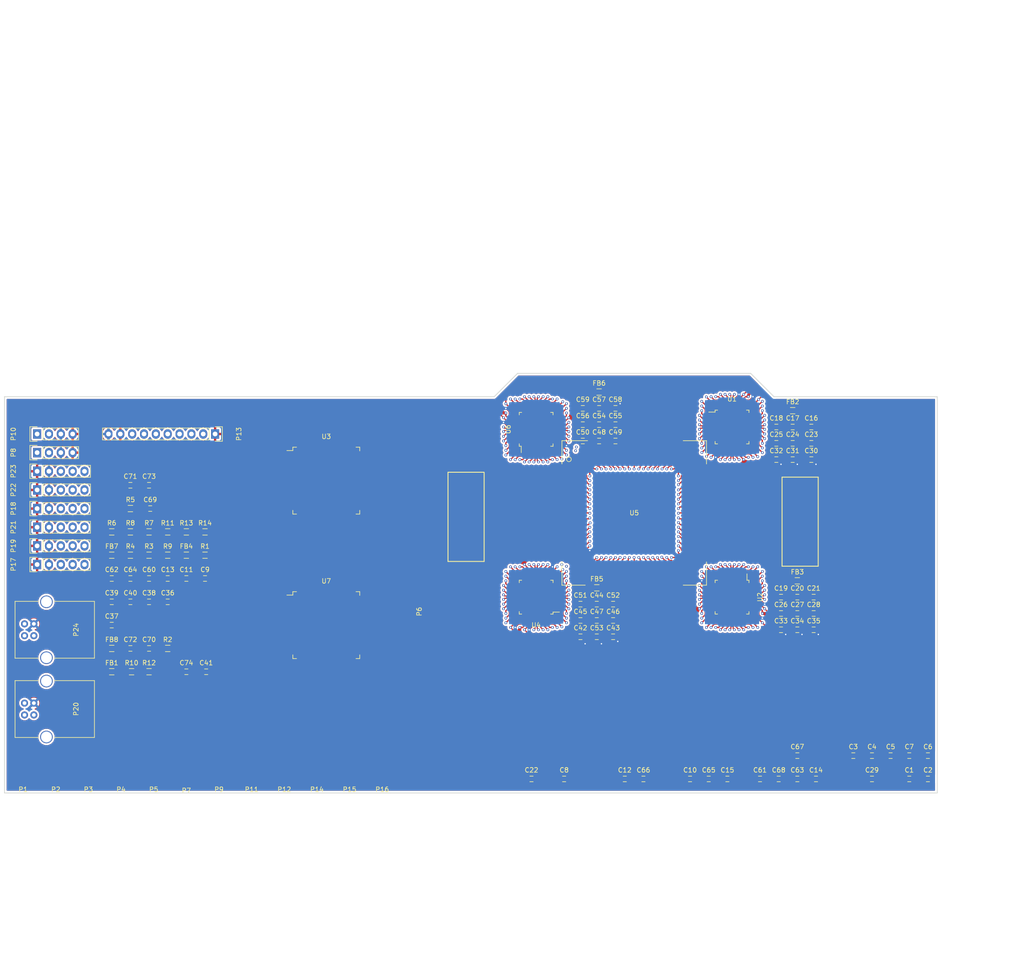
<source format=kicad_pcb>
(kicad_pcb (version 4) (host pcbnew 4.0.5)
  (layers (0 F.Cu signal) (1 In1.Cu signal) (2 In2.Cu signal) (31 B.Cu signal) (34 B.Paste user) (35 F.Paste user) (36 B.SilkS user) (37 F.SilkS user) (38 B.Mask user) (39 F.Mask user) (44 Edge.Cuts user))
  (net 0 "")
  (net 1 GND)
  (net 2 "Net-(C11-Pad1)")
  (net 3 "Net-(C16-Pad1)")
  (net 4 "Net-(C18-Pad1)")
  (net 5 "Net-(C19-Pad1)")
  (net 6 "Net-(C21-Pad1)")
  (net 7 "Net-(C36-Pad1)")
  (net 8 "Net-(C37-Pad1)")
  (net 9 "Net-(C42-Pad1)")
  (net 10 "Net-(C44-Pad1)")
  (net 11 "Net-(C48-Pad1)")
  (net 12 "Net-(C50-Pad1)")
  (net 13 "Net-(C60-Pad1)")
  (net 14 "Net-(C69-Pad1)")
  (net 15 "Net-(C70-Pad1)")
  (net 16 "Net-(FB1-Pad1)")
  (net 17 "Net-(FB7-Pad1)")
  (net 18 "Net-(P1-Pad2)")
  (net 19 "Net-(P2-Pad2)")
  (net 20 BackGate)
  (net 21 "Net-(P3-Pad2)")
  (net 22 I3)
  (net 23 "Net-(P4-Pad2)")
  (net 24 I4)
  (net 25 "Net-(P5-Pad2)")
  (net 26 I5)
  (net 27 "Net-(P6-Pad2)")
  (net 28 I7)
  (net 29 I6)
  (net 30 I8)
  (net 31 I9)
  (net 32 "Net-(P6-Pad14)")
  (net 33 I10)
  (net 34 I11)
  (net 35 I12)
  (net 36 "Net-(P7-Pad2)")
  (net 37 BT1_RX)
  (net 38 BT1_TX)
  (net 39 "Net-(P9-Pad2)")
  (net 40 BT2_RX)
  (net 41 BT2_TX)
  (net 42 "Net-(P11-Pad2)")
  (net 43 "Net-(P12-Pad2)")
  (net 44 DisplayMISO)
  (net 45 DisplaySCK)
  (net 46 DisplayMOSI)
  (net 47 DisplayCS)
  (net 48 CardCS)
  (net 49 DisplayDataOrCommand)
  (net 50 DisplayReset)
  (net 51 "Net-(P14-Pad2)")
  (net 52 "Net-(P15-Pad2)")
  (net 53 "Net-(P16-Pad2)")
  (net 54 "Net-(P17-Pad3)")
  (net 55 "Net-(P17-Pad4)")
  (net 56 "Net-(P17-Pad5)")
  (net 57 "Net-(P18-Pad3)")
  (net 58 D18)
  (net 59 D17)
  (net 60 "Net-(P19-Pad3)")
  (net 61 D50)
  (net 62 D49)
  (net 63 "Net-(P20-Pad2)")
  (net 64 "Net-(P20-Pad3)")
  (net 65 "Net-(P20-Pad5)")
  (net 66 "Net-(P21-Pad3)")
  (net 67 "Net-(P22-Pad3)")
  (net 68 "Net-(P23-Pad3)")
  (net 69 "Net-(P23-Pad4)")
  (net 70 "Net-(P23-Pad5)")
  (net 71 "Net-(P24-Pad2)")
  (net 72 "Net-(P24-Pad3)")
  (net 73 "Net-(P24-Pad5)")
  (net 74 I2C0_SCL)
  (net 75 I2C0_SDA)
  (net 76 "Net-(R3-Pad1)")
  (net 77 "Net-(R4-Pad1)")
  (net 78 "Net-(R5-Pad1)")
  (net 79 "Net-(R5-Pad2)")
  (net 80 "Net-(R6-Pad1)")
  (net 81 "Net-(R6-Pad2)")
  (net 82 "Net-(R7-Pad1)")
  (net 83 "Net-(R7-Pad2)")
  (net 84 "Net-(R8-Pad1)")
  (net 85 "Net-(R8-Pad2)")
  (net 86 "Net-(R9-Pad1)")
  (net 87 "Net-(R10-Pad1)")
  (net 88 "Net-(R11-Pad1)")
  (net 89 "Net-(R11-Pad2)")
  (net 90 "Net-(R12-Pad1)")
  (net 91 "Net-(R12-Pad2)")
  (net 92 "Net-(R13-Pad1)")
  (net 93 "Net-(R13-Pad2)")
  (net 94 "Net-(R14-Pad1)")
  (net 95 "Net-(R14-Pad2)")
  (net 96 D8)
  (net 97 D9)
  (net 98 D10)
  (net 99 D11)
  (net 100 D12)
  (net 101 D13)
  (net 102 D14)
  (net 103 D15)
  (net 104 D16)
  (net 105 D19)
  (net 106 D20)
  (net 107 D21)
  (net 108 D22)
  (net 109 D23)
  (net 110 D24)
  (net 111 D25)
  (net 112 D26)
  (net 113 D27)
  (net 114 D28)
  (net 115 D29)
  (net 116 D30)
  (net 117 D31)
  (net 118 D32)
  (net 119 D1)
  (net 120 D2)
  (net 121 D3)
  (net 122 D4)
  (net 123 D5)
  (net 124 D6)
  (net 125 D7)
  (net 126 D40)
  (net 127 D41)
  (net 128 D42)
  (net 129 D43)
  (net 130 D44)
  (net 131 D45)
  (net 132 D46)
  (net 133 D47)
  (net 134 D48)
  (net 135 D51)
  (net 136 D52)
  (net 137 D53)
  (net 138 D54)
  (net 139 D55)
  (net 140 D56)
  (net 141 D57)
  (net 142 D58)
  (net 143 D59)
  (net 144 D60)
  (net 145 D61)
  (net 146 D62)
  (net 147 D63)
  (net 148 D64)
  (net 149 D33)
  (net 150 D34)
  (net 151 D35)
  (net 152 D36)
  (net 153 D37)
  (net 154 D38)
  (net 155 D39)
  (net 156 VDDD)
  (net 157 D17P)
  (net 158 D18P)
  (net 159 D49P)
  (net 160 D50P)
  (module "NoyceLibrary:68_PLCC_Socket_(8468-21B1-RK-TP)" (layer F.Cu) (at 200.025 99.93)
    (fp_text reference U5 (at 0 0) (layer F.SilkS))
    (fp_text value "68_PLCC_Socket_(8468-21B1-RK-TP)")
    (pad 8 smd rect (at -11.68 -10.16) (size 1.91 0.7) (layers F.Cu F.Paste F.Mask) (net 96 D8))
    (pad 7 smd rect (at -11.68 -8.89) (size 1.91 0.7) (layers F.Cu F.Paste F.Mask) (net 125 D7))
    (pad 6 smd rect (at -11.68 -7.62) (size 1.91 0.7) (layers F.Cu F.Paste F.Mask) (net 124 D6))
    (pad 5 smd rect (at -11.68 -6.35) (size 1.91 0.7) (layers F.Cu F.Paste F.Mask) (net 123 D5))
    (pad 4 smd rect (at -11.68 -5.08) (size 1.91 0.7) (layers F.Cu F.Paste F.Mask) (net 122 D4))
    (pad 3 smd rect (at -11.68 -3.81) (size 1.91 0.7) (layers F.Cu F.Paste F.Mask) (net 121 D3))
    (pad 2 smd rect (at -11.68 -2.54) (size 1.91 0.7) (layers F.Cu F.Paste F.Mask) (net 120 D2))
    (pad 1 smd rect (at -11.68 -1.27) (size 1.91 0.7) (layers F.Cu F.Paste F.Mask) (net 119 D1))
    (pad 66 smd rect (at -11.68 0) (size 1.91 0.7) (layers F.Cu F.Paste F.Mask) (net 148 D64))
    (pad 65 smd rect (at -11.68 1.27) (size 1.91 0.7) (layers F.Cu F.Paste F.Mask) (net 147 D63))
    (pad 64 smd rect (at -11.68 2.54) (size 1.91 0.7) (layers F.Cu F.Paste F.Mask) (net 146 D62))
    (pad 63 smd rect (at -11.68 3.81) (size 1.91 0.7) (layers F.Cu F.Paste F.Mask) (net 145 D61))
    (pad 62 smd rect (at -11.68 5.08) (size 1.91 0.7) (layers F.Cu F.Paste F.Mask) (net 144 D60))
    (pad 61 smd rect (at -11.68 6.35) (size 1.91 0.7) (layers F.Cu F.Paste F.Mask) (net 143 D59))
    (pad 60 smd rect (at -11.68 7.62) (size 1.91 0.7) (layers F.Cu F.Paste F.Mask) (net 142 D58))
    (pad 59 smd rect (at -11.68 8.89) (size 1.91 0.7) (layers F.Cu F.Paste F.Mask) (net 141 D57))
    (pad 67 smd rect (at -11.68 10.16) (size 1.91 0.7) (layers F.Cu F.Paste F.Mask) (net 1 GND))
    (pad 58 smd rect (at -10.16 11.68) (size 0.7 1.91) (layers F.Cu F.Paste F.Mask) (net 140 D56))
    (pad 27 smd rect (at 11.68 -8.89) (size 1.91 0.7) (layers F.Cu F.Paste F.Mask) (net 113 D27))
    (pad 28 smd rect (at 11.68 -7.62) (size 1.91 0.7) (layers F.Cu F.Paste F.Mask) (net 114 D28))
    (pad 29 smd rect (at 11.68 -6.35) (size 1.91 0.7) (layers F.Cu F.Paste F.Mask) (net 115 D29))
    (pad 30 smd rect (at 11.68 -5.08) (size 1.91 0.7) (layers F.Cu F.Paste F.Mask) (net 116 D30))
    (pad 31 smd rect (at 11.68 -3.81) (size 1.91 0.7) (layers F.Cu F.Paste F.Mask) (net 117 D31))
    (pad 32 smd rect (at 11.68 -2.54) (size 1.91 0.7) (layers F.Cu F.Paste F.Mask) (net 118 D32))
    (pad 33 smd rect (at 11.68 -1.27) (size 1.91 0.7) (layers F.Cu F.Paste F.Mask) (net 22 I3))
    (pad 34 smd rect (at 11.68 0) (size 1.91 0.7) (layers F.Cu F.Paste F.Mask) (net 20 BackGate))
    (pad 35 smd rect (at 11.68 1.27) (size 1.91 0.7) (layers F.Cu F.Paste F.Mask) (net 149 D33))
    (pad 36 smd rect (at 11.68 2.54) (size 1.91 0.7) (layers F.Cu F.Paste F.Mask) (net 150 D34))
    (pad 37 smd rect (at 11.68 3.81) (size 1.91 0.7) (layers F.Cu F.Paste F.Mask) (net 151 D35))
    (pad 38 smd rect (at 11.68 5.08) (size 1.91 0.7) (layers F.Cu F.Paste F.Mask) (net 152 D36))
    (pad 39 smd rect (at 11.68 6.35) (size 1.91 0.7) (layers F.Cu F.Paste F.Mask) (net 153 D37))
    (pad 40 smd rect (at 11.68 7.62) (size 1.91 0.7) (layers F.Cu F.Paste F.Mask) (net 154 D38))
    (pad 41 smd rect (at 11.68 8.89) (size 1.91 0.7) (layers F.Cu F.Paste F.Mask) (net 155 D39))
    (pad 68 smd rect (at 11.68 10.16) (size 1.91 0.7) (layers F.Cu F.Paste F.Mask) (net 24 I4))
    (pad 9 smd rect (at -10.16 -11.68) (size 0.7 1.91) (layers F.Cu F.Paste F.Mask) (net 97 D9))
    (pad 10 smd rect (at -8.89 -11.68) (size 0.7 1.91) (layers F.Cu F.Paste F.Mask) (net 98 D10))
    (pad 11 smd rect (at -7.62 -11.68) (size 0.7 1.91) (layers F.Cu F.Paste F.Mask) (net 99 D11))
    (pad 12 smd rect (at -6.35 -11.68) (size 0.7 1.91) (layers F.Cu F.Paste F.Mask) (net 100 D12))
    (pad 13 smd rect (at -5.08 -11.68) (size 0.7 1.91) (layers F.Cu F.Paste F.Mask) (net 101 D13))
    (pad 14 smd rect (at -3.81 -11.68) (size 0.7 1.91) (layers F.Cu F.Paste F.Mask) (net 102 D14))
    (pad 15 smd rect (at -2.54 -11.68) (size 0.7 1.91) (layers F.Cu F.Paste F.Mask) (net 103 D15))
    (pad 16 smd rect (at -1.27 -11.68) (size 0.7 1.91) (layers F.Cu F.Paste F.Mask) (net 104 D16))
    (pad 17 smd rect (at 0 -11.68) (size 0.7 1.91) (layers F.Cu F.Paste F.Mask) (net 59 D17))
    (pad 18 smd rect (at 1.27 -11.68) (size 0.7 1.91) (layers F.Cu F.Paste F.Mask) (net 58 D18))
    (pad 19 smd rect (at 2.54 -11.68) (size 0.7 1.91) (layers F.Cu F.Paste F.Mask) (net 105 D19))
    (pad 20 smd rect (at 3.81 -11.68) (size 0.7 1.91) (layers F.Cu F.Paste F.Mask) (net 106 D20))
    (pad 21 smd rect (at 5.08 -11.68) (size 0.7 1.91) (layers F.Cu F.Paste F.Mask) (net 107 D21))
    (pad 22 smd rect (at 6.35 -11.68) (size 0.7 1.91) (layers F.Cu F.Paste F.Mask) (net 108 D22))
    (pad 23 smd rect (at 7.62 -11.68) (size 0.7 1.91) (layers F.Cu F.Paste F.Mask) (net 109 D23))
    (pad 24 smd rect (at 8.89 -11.68) (size 0.7 1.91) (layers F.Cu F.Paste F.Mask) (net 110 D24))
    (pad 25 smd rect (at 10.16 -11.68) (size 0.7 1.91) (layers F.Cu F.Paste F.Mask) (net 111 D25))
    (pad 57 smd rect (at -8.89 11.68) (size 0.7 1.91) (layers F.Cu F.Paste F.Mask) (net 139 D55))
    (pad 56 smd rect (at -7.62 11.68) (size 0.7 1.91) (layers F.Cu F.Paste F.Mask) (net 138 D54))
    (pad 55 smd rect (at -6.35 11.68) (size 0.7 1.91) (layers F.Cu F.Paste F.Mask) (net 137 D53))
    (pad 54 smd rect (at -5.08 11.68) (size 0.7 1.91) (layers F.Cu F.Paste F.Mask) (net 136 D52))
    (pad 53 smd rect (at -3.81 11.68) (size 0.7 1.91) (layers F.Cu F.Paste F.Mask) (net 135 D51))
    (pad 52 smd rect (at -2.54 11.68) (size 0.7 1.91) (layers F.Cu F.Paste F.Mask) (net 61 D50))
    (pad 51 smd rect (at -1.27 11.68) (size 0.7 1.91) (layers F.Cu F.Paste F.Mask) (net 62 D49))
    (pad 50 smd rect (at 0 11.68) (size 0.7 1.91) (layers F.Cu F.Paste F.Mask) (net 134 D48))
    (pad 49 smd rect (at 1.27 11.68) (size 0.7 1.91) (layers F.Cu F.Paste F.Mask) (net 133 D47))
    (pad 48 smd rect (at 2.54 11.68) (size 0.7 1.91) (layers F.Cu F.Paste F.Mask) (net 132 D46))
    (pad 47 smd rect (at 3.81 11.68) (size 0.7 1.91) (layers F.Cu F.Paste F.Mask) (net 131 D45))
    (pad 46 smd rect (at 5.08 11.68) (size 0.7 1.91) (layers F.Cu F.Paste F.Mask) (net 130 D44))
    (pad 45 smd rect (at 6.35 11.68) (size 0.7 1.91) (layers F.Cu F.Paste F.Mask) (net 129 D43))
    (pad 44 smd rect (at 7.62 11.68) (size 0.7 1.91) (layers F.Cu F.Paste F.Mask) (net 128 D42))
    (pad 43 smd rect (at 8.89 11.68) (size 0.7 1.91) (layers F.Cu F.Paste F.Mask) (net 127 D41))
    (pad 42 smd rect (at 10.16 11.68) (size 0.7 1.91) (layers F.Cu F.Paste F.Mask) (net 126 D40))
    (pad 26 smd rect (at 11.68 -10.16) (size 1.91 0.7) (layers F.Cu F.Paste F.Mask) (net 112 D26))
  )
  (module Capacitors_SMD:C_0603 (layer F.Cu) (at 259 157)
    (fp_text reference C1 (at 0 -1.9) (layer F.SilkS))
    (fp_text value 0.1uF)
    (pad 1 smd rect (at -0.75 0) (size 0.8 0.75) (layers F.Cu F.Paste F.Mask) (net 1 GND))
    (pad 2 smd rect (at 0.75 0) (size 0.8 0.75) (layers F.Cu F.Paste F.Mask) (net 156 VDDD))
  )
  (module Capacitors_SMD:C_0603 (layer F.Cu) (at 263 157)
    (fp_text reference C2 (at 0 -1.9) (layer F.SilkS))
    (fp_text value 0.1uF)
    (pad 1 smd rect (at -0.75 0) (size 0.8 0.75) (layers F.Cu F.Paste F.Mask) (net 1 GND))
    (pad 2 smd rect (at 0.75 0) (size 0.8 0.75) (layers F.Cu F.Paste F.Mask) (net 156 VDDD))
  )
  (module Capacitors_SMD:C_0603 (layer F.Cu) (at 247 152)
    (fp_text reference C3 (at 0 -1.9) (layer F.SilkS))
    (fp_text value 0.1uF)
    (pad 1 smd rect (at -0.75 0) (size 0.8 0.75) (layers F.Cu F.Paste F.Mask) (net 1 GND))
    (pad 2 smd rect (at 0.75 0) (size 0.8 0.75) (layers F.Cu F.Paste F.Mask) (net 156 VDDD))
  )
  (module Capacitors_SMD:C_0603 (layer F.Cu) (at 251 152)
    (fp_text reference C4 (at 0 -1.9) (layer F.SilkS))
    (fp_text value 0.1uF)
    (pad 1 smd rect (at -0.75 0) (size 0.8 0.75) (layers F.Cu F.Paste F.Mask) (net 1 GND))
    (pad 2 smd rect (at 0.75 0) (size 0.8 0.75) (layers F.Cu F.Paste F.Mask) (net 156 VDDD))
  )
  (module Capacitors_SMD:C_0603 (layer F.Cu) (at 255 152)
    (fp_text reference C5 (at 0 -1.9) (layer F.SilkS))
    (fp_text value 0.1uF)
    (pad 1 smd rect (at -0.75 0) (size 0.8 0.75) (layers F.Cu F.Paste F.Mask) (net 1 GND))
    (pad 2 smd rect (at 0.75 0) (size 0.8 0.75) (layers F.Cu F.Paste F.Mask) (net 156 VDDD))
  )
  (module Capacitors_SMD:C_0603 (layer F.Cu) (at 263 152)
    (fp_text reference C6 (at 0 -1.9) (layer F.SilkS))
    (fp_text value 0.1uF)
    (pad 1 smd rect (at -0.75 0) (size 0.8 0.75) (layers F.Cu F.Paste F.Mask) (net 1 GND))
    (pad 2 smd rect (at 0.75 0) (size 0.8 0.75) (layers F.Cu F.Paste F.Mask) (net 156 VDDD))
  )
  (module Capacitors_SMD:C_0603 (layer F.Cu) (at 259 152)
    (fp_text reference C7 (at 0 -1.9) (layer F.SilkS))
    (fp_text value 0.1uF)
    (pad 1 smd rect (at -0.75 0) (size 0.8 0.75) (layers F.Cu F.Paste F.Mask) (net 1 GND))
    (pad 2 smd rect (at 0.75 0) (size 0.8 0.75) (layers F.Cu F.Paste F.Mask) (net 156 VDDD))
  )
  (module Capacitors_SMD:C_0603 (layer F.Cu) (at 185 157)
    (fp_text reference C8 (at 0 -1.9) (layer F.SilkS))
    (fp_text value 0.1uF)
    (pad 1 smd rect (at -0.75 0) (size 0.8 0.75) (layers F.Cu F.Paste F.Mask) (net 1 GND))
    (pad 2 smd rect (at 0.75 0) (size 0.8 0.75) (layers F.Cu F.Paste F.Mask) (net 156 VDDD))
  )
  (module Capacitors_SMD:C_0603 (layer F.Cu) (at 108 114)
    (fp_text reference C9 (at 0 -1.9) (layer F.SilkS))
    (fp_text value 47uF)
    (pad 1 smd rect (at -0.75 0) (size 0.8 0.75) (layers F.Cu F.Paste F.Mask) (net 2 "Net-(C11-Pad1)"))
    (pad 2 smd rect (at 0.75 0) (size 0.8 0.75) (layers F.Cu F.Paste F.Mask) (net 1 GND))
  )
  (module Capacitors_SMD:C_0603 (layer F.Cu) (at 212 157)
    (fp_text reference C10 (at 0 -1.9) (layer F.SilkS))
    (fp_text value 47uF)
    (pad 1 smd rect (at -0.75 0) (size 0.8 0.75) (layers F.Cu F.Paste F.Mask) (net 156 VDDD))
    (pad 2 smd rect (at 0.75 0) (size 0.8 0.75) (layers F.Cu F.Paste F.Mask) (net 1 GND))
  )
  (module Capacitors_SMD:C_0603 (layer F.Cu) (at 104 114)
    (fp_text reference C11 (at 0 -1.9) (layer F.SilkS))
    (fp_text value 1uF)
    (pad 1 smd rect (at -0.75 0) (size 0.8 0.75) (layers F.Cu F.Paste F.Mask) (net 2 "Net-(C11-Pad1)"))
    (pad 2 smd rect (at 0.75 0) (size 0.8 0.75) (layers F.Cu F.Paste F.Mask) (net 1 GND))
  )
  (module Capacitors_SMD:C_0603 (layer F.Cu) (at 198 157)
    (fp_text reference C12 (at 0 -1.9) (layer F.SilkS))
    (fp_text value 1uF)
    (pad 1 smd rect (at -0.75 0) (size 0.8 0.75) (layers F.Cu F.Paste F.Mask) (net 156 VDDD))
    (pad 2 smd rect (at 0.75 0) (size 0.8 0.75) (layers F.Cu F.Paste F.Mask) (net 1 GND))
  )
  (module Capacitors_SMD:C_0603 (layer F.Cu) (at 100 114)
    (fp_text reference C13 (at 0 -1.9) (layer F.SilkS))
    (fp_text value 0.1uF)
    (pad 1 smd rect (at -0.75 0) (size 0.8 0.75) (layers F.Cu F.Paste F.Mask) (net 2 "Net-(C11-Pad1)"))
    (pad 2 smd rect (at 0.75 0) (size 0.8 0.75) (layers F.Cu F.Paste F.Mask) (net 1 GND))
  )
  (module Capacitors_SMD:C_0603 (layer F.Cu) (at 239 157)
    (fp_text reference C14 (at 0 -1.9) (layer F.SilkS))
    (fp_text value 0.1uF)
    (pad 1 smd rect (at -0.75 0) (size 0.8 0.75) (layers F.Cu F.Paste F.Mask) (net 156 VDDD))
    (pad 2 smd rect (at 0.75 0) (size 0.8 0.75) (layers F.Cu F.Paste F.Mask) (net 1 GND))
  )
  (module Capacitors_SMD:C_0603 (layer F.Cu) (at 220 157)
    (fp_text reference C15 (at 0 -1.9) (layer F.SilkS))
    (fp_text value 47uF)
    (pad 1 smd rect (at -0.75 0) (size 0.8 0.75) (layers F.Cu F.Paste F.Mask) (net 156 VDDD))
    (pad 2 smd rect (at 0.75 0) (size 0.8 0.75) (layers F.Cu F.Paste F.Mask) (net 1 GND))
  )
  (module Capacitors_SMD:C_0603 (layer F.Cu) (at 238 81.5)
    (fp_text reference C16 (at 0 -1.9) (layer F.SilkS))
    (fp_text value 47uF)
    (pad 1 smd rect (at -0.75 0) (size 0.8 0.75) (layers F.Cu F.Paste F.Mask) (net 3 "Net-(C16-Pad1)"))
    (pad 2 smd rect (at 0.75 0) (size 0.8 0.75) (layers F.Cu F.Paste F.Mask) (net 1 GND))
  )
  (module Capacitors_SMD:C_0603 (layer F.Cu) (at 234 81.5)
    (fp_text reference C17 (at 0 -1.9) (layer F.SilkS))
    (fp_text value 47uF)
    (pad 1 smd rect (at -0.75 0) (size 0.8 0.75) (layers F.Cu F.Paste F.Mask) (net 156 VDDD))
    (pad 2 smd rect (at 0.75 0) (size 0.8 0.75) (layers F.Cu F.Paste F.Mask) (net 1 GND))
  )
  (module Capacitors_SMD:C_0603 (layer F.Cu) (at 230.5 81.5)
    (fp_text reference C18 (at 0 -1.9) (layer F.SilkS))
    (fp_text value 47uF)
    (pad 1 smd rect (at -0.75 0) (size 0.8 0.75) (layers F.Cu F.Paste F.Mask) (net 4 "Net-(C18-Pad1)"))
    (pad 2 smd rect (at 0.75 0) (size 0.8 0.75) (layers F.Cu F.Paste F.Mask) (net 1 GND))
  )
  (module Capacitors_SMD:C_0603 (layer F.Cu) (at 231.5 118)
    (fp_text reference C19 (at 0 -1.9) (layer F.SilkS))
    (fp_text value 47uF)
    (pad 1 smd rect (at -0.75 0) (size 0.8 0.75) (layers F.Cu F.Paste F.Mask) (net 5 "Net-(C19-Pad1)"))
    (pad 2 smd rect (at 0.75 0) (size 0.8 0.75) (layers F.Cu F.Paste F.Mask) (net 1 GND))
  )
  (module Capacitors_SMD:C_0603 (layer F.Cu) (at 235 118)
    (fp_text reference C20 (at 0 -1.9) (layer F.SilkS))
    (fp_text value 47uF)
    (pad 1 smd rect (at -0.75 0) (size 0.8 0.75) (layers F.Cu F.Paste F.Mask) (net 156 VDDD))
    (pad 2 smd rect (at 0.75 0) (size 0.8 0.75) (layers F.Cu F.Paste F.Mask) (net 1 GND))
  )
  (module Capacitors_SMD:C_0603 (layer F.Cu) (at 238.5 118)
    (fp_text reference C21 (at 0 -1.9) (layer F.SilkS))
    (fp_text value 47uF)
    (pad 1 smd rect (at -0.75 0) (size 0.8 0.75) (layers F.Cu F.Paste F.Mask) (net 6 "Net-(C21-Pad1)"))
    (pad 2 smd rect (at 0.75 0) (size 0.8 0.75) (layers F.Cu F.Paste F.Mask) (net 1 GND))
  )
  (module Capacitors_SMD:C_0603 (layer F.Cu) (at 178 157)
    (fp_text reference C22 (at 0 -1.9) (layer F.SilkS))
    (fp_text value 1uF)
    (pad 1 smd rect (at -0.75 0) (size 0.8 0.75) (layers F.Cu F.Paste F.Mask) (net 156 VDDD))
    (pad 2 smd rect (at 0.75 0) (size 0.8 0.75) (layers F.Cu F.Paste F.Mask) (net 1 GND))
  )
  (module Capacitors_SMD:C_0603 (layer F.Cu) (at 238 85)
    (fp_text reference C23 (at 0 -1.9) (layer F.SilkS))
    (fp_text value 1uF)
    (pad 1 smd rect (at -0.75 0) (size 0.8 0.75) (layers F.Cu F.Paste F.Mask) (net 3 "Net-(C16-Pad1)"))
    (pad 2 smd rect (at 0.75 0) (size 0.8 0.75) (layers F.Cu F.Paste F.Mask) (net 1 GND))
  )
  (module Capacitors_SMD:C_0603 (layer F.Cu) (at 234 85)
    (fp_text reference C24 (at 0 -1.9) (layer F.SilkS))
    (fp_text value 1uF)
    (pad 1 smd rect (at -0.75 0) (size 0.8 0.75) (layers F.Cu F.Paste F.Mask) (net 156 VDDD))
    (pad 2 smd rect (at 0.75 0) (size 0.8 0.75) (layers F.Cu F.Paste F.Mask) (net 1 GND))
  )
  (module Capacitors_SMD:C_0603 (layer F.Cu) (at 230.5 85)
    (fp_text reference C25 (at 0 -1.9) (layer F.SilkS))
    (fp_text value 1uF)
    (pad 1 smd rect (at -0.75 0) (size 0.8 0.75) (layers F.Cu F.Paste F.Mask) (net 4 "Net-(C18-Pad1)"))
    (pad 2 smd rect (at 0.75 0) (size 0.8 0.75) (layers F.Cu F.Paste F.Mask) (net 1 GND))
  )
  (module Capacitors_SMD:C_0603 (layer F.Cu) (at 231.5 121.5)
    (fp_text reference C26 (at 0 -1.9) (layer F.SilkS))
    (fp_text value 1uF)
    (pad 1 smd rect (at -0.75 0) (size 0.8 0.75) (layers F.Cu F.Paste F.Mask) (net 5 "Net-(C19-Pad1)"))
    (pad 2 smd rect (at 0.75 0) (size 0.8 0.75) (layers F.Cu F.Paste F.Mask) (net 1 GND))
  )
  (module Capacitors_SMD:C_0603 (layer F.Cu) (at 235 121.5)
    (fp_text reference C27 (at 0 -1.9) (layer F.SilkS))
    (fp_text value 1uF)
    (pad 1 smd rect (at -0.75 0) (size 0.8 0.75) (layers F.Cu F.Paste F.Mask) (net 156 VDDD))
    (pad 2 smd rect (at 0.75 0) (size 0.8 0.75) (layers F.Cu F.Paste F.Mask) (net 1 GND))
  )
  (module Capacitors_SMD:C_0603 (layer F.Cu) (at 238.5 121.5)
    (fp_text reference C28 (at 0 -1.9) (layer F.SilkS))
    (fp_text value 1uF)
    (pad 1 smd rect (at -0.75 0) (size 0.8 0.75) (layers F.Cu F.Paste F.Mask) (net 6 "Net-(C21-Pad1)"))
    (pad 2 smd rect (at 0.75 0) (size 0.8 0.75) (layers F.Cu F.Paste F.Mask) (net 1 GND))
  )
  (module Capacitors_SMD:C_0603 (layer F.Cu) (at 251 157)
    (fp_text reference C29 (at 0 -1.9) (layer F.SilkS))
    (fp_text value 0.1uF)
    (pad 1 smd rect (at -0.75 0) (size 0.8 0.75) (layers F.Cu F.Paste F.Mask) (net 156 VDDD))
    (pad 2 smd rect (at 0.75 0) (size 0.8 0.75) (layers F.Cu F.Paste F.Mask) (net 1 GND))
  )
  (module Capacitors_SMD:C_0603 (layer F.Cu) (at 238 88.5)
    (fp_text reference C30 (at 0 -1.9) (layer F.SilkS))
    (fp_text value 0.1uF)
    (pad 1 smd rect (at -0.75 0) (size 0.8 0.75) (layers F.Cu F.Paste F.Mask) (net 3 "Net-(C16-Pad1)"))
    (pad 2 smd rect (at 0.75 0) (size 0.8 0.75) (layers F.Cu F.Paste F.Mask) (net 1 GND))
  )
  (module Capacitors_SMD:C_0603 (layer F.Cu) (at 234 88.5)
    (fp_text reference C31 (at 0 -1.9) (layer F.SilkS))
    (fp_text value 0.1uF)
    (pad 1 smd rect (at -0.75 0) (size 0.8 0.75) (layers F.Cu F.Paste F.Mask) (net 156 VDDD))
    (pad 2 smd rect (at 0.75 0) (size 0.8 0.75) (layers F.Cu F.Paste F.Mask) (net 1 GND))
  )
  (module Capacitors_SMD:C_0603 (layer F.Cu) (at 230.5 88.5)
    (fp_text reference C32 (at 0 -1.9) (layer F.SilkS))
    (fp_text value 0.1uF)
    (pad 1 smd rect (at -0.75 0) (size 0.8 0.75) (layers F.Cu F.Paste F.Mask) (net 4 "Net-(C18-Pad1)"))
    (pad 2 smd rect (at 0.75 0) (size 0.8 0.75) (layers F.Cu F.Paste F.Mask) (net 1 GND))
  )
  (module Capacitors_SMD:C_0603 (layer F.Cu) (at 231.5 125)
    (fp_text reference C33 (at 0 -1.9) (layer F.SilkS))
    (fp_text value 0.1uF)
    (pad 1 smd rect (at -0.75 0) (size 0.8 0.75) (layers F.Cu F.Paste F.Mask) (net 5 "Net-(C19-Pad1)"))
    (pad 2 smd rect (at 0.75 0) (size 0.8 0.75) (layers F.Cu F.Paste F.Mask) (net 1 GND))
  )
  (module Capacitors_SMD:C_0603 (layer F.Cu) (at 235 125)
    (fp_text reference C34 (at 0 -1.9) (layer F.SilkS))
    (fp_text value 0.1uF)
    (pad 1 smd rect (at -0.75 0) (size 0.8 0.75) (layers F.Cu F.Paste F.Mask) (net 156 VDDD))
    (pad 2 smd rect (at 0.75 0) (size 0.8 0.75) (layers F.Cu F.Paste F.Mask) (net 1 GND))
  )
  (module Capacitors_SMD:C_0603 (layer F.Cu) (at 238.5 125)
    (fp_text reference C35 (at 0 -1.9) (layer F.SilkS))
    (fp_text value 0.1uF)
    (pad 1 smd rect (at -0.75 0) (size 0.8 0.75) (layers F.Cu F.Paste F.Mask) (net 6 "Net-(C21-Pad1)"))
    (pad 2 smd rect (at 0.75 0) (size 0.8 0.75) (layers F.Cu F.Paste F.Mask) (net 1 GND))
  )
  (module Capacitors_SMD:C_0603 (layer F.Cu) (at 100 119)
    (fp_text reference C36 (at 0 -1.9) (layer F.SilkS))
    (fp_text value 47uF)
    (pad 1 smd rect (at -0.75 0) (size 0.8 0.75) (layers F.Cu F.Paste F.Mask) (net 7 "Net-(C36-Pad1)"))
    (pad 2 smd rect (at 0.75 0) (size 0.8 0.75) (layers F.Cu F.Paste F.Mask) (net 1 GND))
  )
  (module Capacitors_SMD:C_0603 (layer F.Cu) (at 88 124)
    (fp_text reference C37 (at 0 -1.9) (layer F.SilkS))
    (fp_text value 47uF)
    (pad 1 smd rect (at -0.75 0) (size 0.8 0.75) (layers F.Cu F.Paste F.Mask) (net 8 "Net-(C37-Pad1)"))
    (pad 2 smd rect (at 0.75 0) (size 0.8 0.75) (layers F.Cu F.Paste F.Mask) (net 1 GND))
  )
  (module Capacitors_SMD:C_0603 (layer F.Cu) (at 96 119)
    (fp_text reference C38 (at 0 -1.9) (layer F.SilkS))
    (fp_text value 1uF)
    (pad 1 smd rect (at -0.75 0) (size 0.8 0.75) (layers F.Cu F.Paste F.Mask) (net 7 "Net-(C36-Pad1)"))
    (pad 2 smd rect (at 0.75 0) (size 0.8 0.75) (layers F.Cu F.Paste F.Mask) (net 1 GND))
  )
  (module Capacitors_SMD:C_0603 (layer F.Cu) (at 88 119)
    (fp_text reference C39 (at 0 -1.9) (layer F.SilkS))
    (fp_text value 1uF)
    (pad 1 smd rect (at -0.75 0) (size 0.8 0.75) (layers F.Cu F.Paste F.Mask) (net 8 "Net-(C37-Pad1)"))
    (pad 2 smd rect (at 0.75 0) (size 0.8 0.75) (layers F.Cu F.Paste F.Mask) (net 1 GND))
  )
  (module Capacitors_SMD:C_0603 (layer F.Cu) (at 92 119)
    (fp_text reference C40 (at 0 -1.9) (layer F.SilkS))
    (fp_text value 0.1uF)
    (pad 1 smd rect (at -0.75 0) (size 0.8 0.75) (layers F.Cu F.Paste F.Mask) (net 7 "Net-(C36-Pad1)"))
    (pad 2 smd rect (at 0.75 0) (size 0.8 0.75) (layers F.Cu F.Paste F.Mask) (net 1 GND))
  )
  (module Capacitors_SMD:C_0603 (layer F.Cu) (at 108.25 134)
    (fp_text reference C41 (at 0 -1.9) (layer F.SilkS))
    (fp_text value 0.1uF)
    (pad 1 smd rect (at -0.75 0) (size 0.8 0.75) (layers F.Cu F.Paste F.Mask) (net 8 "Net-(C37-Pad1)"))
    (pad 2 smd rect (at 0.75 0) (size 0.8 0.75) (layers F.Cu F.Paste F.Mask) (net 1 GND))
  )
  (module Capacitors_SMD:C_0603 (layer F.Cu) (at 188.5 126.5)
    (fp_text reference C42 (at 0 -1.9) (layer F.SilkS))
    (fp_text value 47uF)
    (pad 1 smd rect (at -0.75 0) (size 0.8 0.75) (layers F.Cu F.Paste F.Mask) (net 9 "Net-(C42-Pad1)"))
    (pad 2 smd rect (at 0.75 0) (size 0.8 0.75) (layers F.Cu F.Paste F.Mask) (net 1 GND))
  )
  (module Capacitors_SMD:C_0603 (layer F.Cu) (at 195.5 126.5)
    (fp_text reference C43 (at 0 -1.9) (layer F.SilkS))
    (fp_text value 47uF)
    (pad 1 smd rect (at -0.75 0) (size 0.8 0.75) (layers F.Cu F.Paste F.Mask) (net 156 VDDD))
    (pad 2 smd rect (at 0.75 0) (size 0.8 0.75) (layers F.Cu F.Paste F.Mask) (net 1 GND))
  )
  (module Capacitors_SMD:C_0603 (layer F.Cu) (at 192 119.5)
    (fp_text reference C44 (at 0 -1.9) (layer F.SilkS))
    (fp_text value 47uF)
    (pad 1 smd rect (at -0.75 0) (size 0.8 0.75) (layers F.Cu F.Paste F.Mask) (net 10 "Net-(C44-Pad1)"))
    (pad 2 smd rect (at 0.75 0) (size 0.8 0.75) (layers F.Cu F.Paste F.Mask) (net 1 GND))
  )
  (module Capacitors_SMD:C_0603 (layer F.Cu) (at 188.5 123)
    (fp_text reference C45 (at 0 -1.9) (layer F.SilkS))
    (fp_text value 1uF)
    (pad 1 smd rect (at -0.75 0) (size 0.8 0.75) (layers F.Cu F.Paste F.Mask) (net 9 "Net-(C42-Pad1)"))
    (pad 2 smd rect (at 0.75 0) (size 0.8 0.75) (layers F.Cu F.Paste F.Mask) (net 1 GND))
  )
  (module Capacitors_SMD:C_0603 (layer F.Cu) (at 195.5 123)
    (fp_text reference C46 (at 0 -1.9) (layer F.SilkS))
    (fp_text value 1uF)
    (pad 1 smd rect (at -0.75 0) (size 0.8 0.75) (layers F.Cu F.Paste F.Mask) (net 156 VDDD))
    (pad 2 smd rect (at 0.75 0) (size 0.8 0.75) (layers F.Cu F.Paste F.Mask) (net 1 GND))
  )
  (module Capacitors_SMD:C_0603 (layer F.Cu) (at 192 123)
    (fp_text reference C47 (at 0 -1.9) (layer F.SilkS))
    (fp_text value 1uF)
    (pad 1 smd rect (at -0.75 0) (size 0.8 0.75) (layers F.Cu F.Paste F.Mask) (net 10 "Net-(C44-Pad1)"))
    (pad 2 smd rect (at 0.75 0) (size 0.8 0.75) (layers F.Cu F.Paste F.Mask) (net 1 GND))
  )
  (module Capacitors_SMD:C_0603 (layer F.Cu) (at 192.5 84.5)
    (fp_text reference C48 (at 0 -1.9) (layer F.SilkS))
    (fp_text value 47uF)
    (pad 1 smd rect (at -0.75 0) (size 0.8 0.75) (layers F.Cu F.Paste F.Mask) (net 11 "Net-(C48-Pad1)"))
    (pad 2 smd rect (at 0.75 0) (size 0.8 0.75) (layers F.Cu F.Paste F.Mask) (net 1 GND))
  )
  (module Capacitors_SMD:C_0603 (layer F.Cu) (at 196 84.5)
    (fp_text reference C49 (at 0 -1.9) (layer F.SilkS))
    (fp_text value 47uF)
    (pad 1 smd rect (at -0.75 0) (size 0.8 0.75) (layers F.Cu F.Paste F.Mask) (net 156 VDDD))
    (pad 2 smd rect (at 0.75 0) (size 0.8 0.75) (layers F.Cu F.Paste F.Mask) (net 1 GND))
  )
  (module Capacitors_SMD:C_0603 (layer F.Cu) (at 189 84.5)
    (fp_text reference C50 (at 0 -1.9) (layer F.SilkS))
    (fp_text value 47uF)
    (pad 1 smd rect (at -0.75 0) (size 0.8 0.75) (layers F.Cu F.Paste F.Mask) (net 12 "Net-(C50-Pad1)"))
    (pad 2 smd rect (at 0.75 0) (size 0.8 0.75) (layers F.Cu F.Paste F.Mask) (net 1 GND))
  )
  (module Capacitors_SMD:C_0603 (layer F.Cu) (at 188.5 119.5)
    (fp_text reference C51 (at 0 -1.9) (layer F.SilkS))
    (fp_text value 0.1uF)
    (pad 1 smd rect (at -0.75 0) (size 0.8 0.75) (layers F.Cu F.Paste F.Mask) (net 9 "Net-(C42-Pad1)"))
    (pad 2 smd rect (at 0.75 0) (size 0.8 0.75) (layers F.Cu F.Paste F.Mask) (net 1 GND))
  )
  (module Capacitors_SMD:C_0603 (layer F.Cu) (at 195.5 119.5)
    (fp_text reference C52 (at 0 -1.9) (layer F.SilkS))
    (fp_text value 0.1uF)
    (pad 1 smd rect (at -0.75 0) (size 0.8 0.75) (layers F.Cu F.Paste F.Mask) (net 156 VDDD))
    (pad 2 smd rect (at 0.75 0) (size 0.8 0.75) (layers F.Cu F.Paste F.Mask) (net 1 GND))
  )
  (module Capacitors_SMD:C_0603 (layer F.Cu) (at 192 126.5)
    (fp_text reference C53 (at 0 -1.9) (layer F.SilkS))
    (fp_text value 0.1uF)
    (pad 1 smd rect (at -0.75 0) (size 0.8 0.75) (layers F.Cu F.Paste F.Mask) (net 10 "Net-(C44-Pad1)"))
    (pad 2 smd rect (at 0.75 0) (size 0.8 0.75) (layers F.Cu F.Paste F.Mask) (net 1 GND))
  )
  (module Capacitors_SMD:C_0603 (layer F.Cu) (at 192.5 81)
    (fp_text reference C54 (at 0 -1.9) (layer F.SilkS))
    (fp_text value 1uF)
    (pad 1 smd rect (at -0.75 0) (size 0.8 0.75) (layers F.Cu F.Paste F.Mask) (net 11 "Net-(C48-Pad1)"))
    (pad 2 smd rect (at 0.75 0) (size 0.8 0.75) (layers F.Cu F.Paste F.Mask) (net 1 GND))
  )
  (module Capacitors_SMD:C_0603 (layer F.Cu) (at 196 81)
    (fp_text reference C55 (at 0 -1.9) (layer F.SilkS))
    (fp_text value 1uF)
    (pad 1 smd rect (at -0.75 0) (size 0.8 0.75) (layers F.Cu F.Paste F.Mask) (net 156 VDDD))
    (pad 2 smd rect (at 0.75 0) (size 0.8 0.75) (layers F.Cu F.Paste F.Mask) (net 1 GND))
  )
  (module Capacitors_SMD:C_0603 (layer F.Cu) (at 189 81)
    (fp_text reference C56 (at 0 -1.9) (layer F.SilkS))
    (fp_text value 1uF)
    (pad 1 smd rect (at -0.75 0) (size 0.8 0.75) (layers F.Cu F.Paste F.Mask) (net 12 "Net-(C50-Pad1)"))
    (pad 2 smd rect (at 0.75 0) (size 0.8 0.75) (layers F.Cu F.Paste F.Mask) (net 1 GND))
  )
  (module Capacitors_SMD:C_0603 (layer F.Cu) (at 192.5 77.5)
    (fp_text reference C57 (at 0 -1.9) (layer F.SilkS))
    (fp_text value 0.1uF)
    (pad 1 smd rect (at -0.75 0) (size 0.8 0.75) (layers F.Cu F.Paste F.Mask) (net 11 "Net-(C48-Pad1)"))
    (pad 2 smd rect (at 0.75 0) (size 0.8 0.75) (layers F.Cu F.Paste F.Mask) (net 1 GND))
  )
  (module Capacitors_SMD:C_0603 (layer F.Cu) (at 196 77.5)
    (fp_text reference C58 (at 0 -1.9) (layer F.SilkS))
    (fp_text value 0.1uF)
    (pad 1 smd rect (at -0.75 0) (size 0.8 0.75) (layers F.Cu F.Paste F.Mask) (net 156 VDDD))
    (pad 2 smd rect (at 0.75 0) (size 0.8 0.75) (layers F.Cu F.Paste F.Mask) (net 1 GND))
  )
  (module Capacitors_SMD:C_0603 (layer F.Cu) (at 189 77.5)
    (fp_text reference C59 (at 0 -1.9) (layer F.SilkS))
    (fp_text value 0.1uF)
    (pad 1 smd rect (at -0.75 0) (size 0.8 0.75) (layers F.Cu F.Paste F.Mask) (net 12 "Net-(C50-Pad1)"))
    (pad 2 smd rect (at 0.75 0) (size 0.8 0.75) (layers F.Cu F.Paste F.Mask) (net 1 GND))
  )
  (module Capacitors_SMD:C_0603 (layer F.Cu) (at 96 114)
    (fp_text reference C60 (at 0 -1.9) (layer F.SilkS))
    (fp_text value 47uF)
    (pad 1 smd rect (at -0.75 0) (size 0.8 0.75) (layers F.Cu F.Paste F.Mask) (net 13 "Net-(C60-Pad1)"))
    (pad 2 smd rect (at 0.75 0) (size 0.8 0.75) (layers F.Cu F.Paste F.Mask) (net 1 GND))
  )
  (module Capacitors_SMD:C_0603 (layer F.Cu) (at 227 157)
    (fp_text reference C61 (at 0 -1.9) (layer F.SilkS))
    (fp_text value 47uF)
    (pad 1 smd rect (at -0.75 0) (size 0.8 0.75) (layers F.Cu F.Paste F.Mask) (net 156 VDDD))
    (pad 2 smd rect (at 0.75 0) (size 0.8 0.75) (layers F.Cu F.Paste F.Mask) (net 1 GND))
  )
  (module Capacitors_SMD:C_0603 (layer F.Cu) (at 88 114)
    (fp_text reference C62 (at 0 -1.9) (layer F.SilkS))
    (fp_text value 1uF)
    (pad 1 smd rect (at -0.75 0) (size 0.8 0.75) (layers F.Cu F.Paste F.Mask) (net 13 "Net-(C60-Pad1)"))
    (pad 2 smd rect (at 0.75 0) (size 0.8 0.75) (layers F.Cu F.Paste F.Mask) (net 1 GND))
  )
  (module Capacitors_SMD:C_0603 (layer F.Cu) (at 235 157)
    (fp_text reference C63 (at 0 -1.9) (layer F.SilkS))
    (fp_text value 1uF)
    (pad 1 smd rect (at -0.75 0) (size 0.8 0.75) (layers F.Cu F.Paste F.Mask) (net 156 VDDD))
    (pad 2 smd rect (at 0.75 0) (size 0.8 0.75) (layers F.Cu F.Paste F.Mask) (net 1 GND))
  )
  (module Capacitors_SMD:C_0603 (layer F.Cu) (at 92 114)
    (fp_text reference C64 (at 0 -1.9) (layer F.SilkS))
    (fp_text value 0.1uF)
    (pad 1 smd rect (at -0.75 0) (size 0.8 0.75) (layers F.Cu F.Paste F.Mask) (net 13 "Net-(C60-Pad1)"))
    (pad 2 smd rect (at 0.75 0) (size 0.8 0.75) (layers F.Cu F.Paste F.Mask) (net 1 GND))
  )
  (module Capacitors_SMD:C_0603 (layer F.Cu) (at 216 157)
    (fp_text reference C65 (at 0 -1.9) (layer F.SilkS))
    (fp_text value 0.1uF)
    (pad 1 smd rect (at -0.75 0) (size 0.8 0.75) (layers F.Cu F.Paste F.Mask) (net 156 VDDD))
    (pad 2 smd rect (at 0.75 0) (size 0.8 0.75) (layers F.Cu F.Paste F.Mask) (net 1 GND))
  )
  (module Capacitors_SMD:C_0603 (layer F.Cu) (at 202 157)
    (fp_text reference C66 (at 0 -1.9) (layer F.SilkS))
    (fp_text value 47uF)
    (pad 1 smd rect (at -0.75 0) (size 0.8 0.75) (layers F.Cu F.Paste F.Mask) (net 156 VDDD))
    (pad 2 smd rect (at 0.75 0) (size 0.8 0.75) (layers F.Cu F.Paste F.Mask) (net 1 GND))
  )
  (module Capacitors_SMD:C_0603 (layer F.Cu) (at 235 152)
    (fp_text reference C67 (at 0 -1.9) (layer F.SilkS))
    (fp_text value 1uF)
    (pad 1 smd rect (at -0.75 0) (size 0.8 0.75) (layers F.Cu F.Paste F.Mask) (net 156 VDDD))
    (pad 2 smd rect (at 0.75 0) (size 0.8 0.75) (layers F.Cu F.Paste F.Mask) (net 1 GND))
  )
  (module Capacitors_SMD:C_0603 (layer F.Cu) (at 231 157)
    (fp_text reference C68 (at 0 -1.9) (layer F.SilkS))
    (fp_text value 0.1uF)
    (pad 1 smd rect (at -0.75 0) (size 0.8 0.75) (layers F.Cu F.Paste F.Mask) (net 156 VDDD))
    (pad 2 smd rect (at 0.75 0) (size 0.8 0.75) (layers F.Cu F.Paste F.Mask) (net 1 GND))
  )
  (module Capacitors_SMD:C_0603 (layer F.Cu) (at 96.25 99)
    (fp_text reference C69 (at 0 -1.9) (layer F.SilkS))
    (fp_text value 47uF)
    (pad 1 smd rect (at -0.75 0) (size 0.8 0.75) (layers F.Cu F.Paste F.Mask) (net 14 "Net-(C69-Pad1)"))
    (pad 2 smd rect (at 0.75 0) (size 0.8 0.75) (layers F.Cu F.Paste F.Mask) (net 1 GND))
  )
  (module Capacitors_SMD:C_0603 (layer F.Cu) (at 96 129)
    (fp_text reference C70 (at 0 -1.9) (layer F.SilkS))
    (fp_text value 47uF)
    (pad 1 smd rect (at -0.75 0) (size 0.8 0.75) (layers F.Cu F.Paste F.Mask) (net 15 "Net-(C70-Pad1)"))
    (pad 2 smd rect (at 0.75 0) (size 0.8 0.75) (layers F.Cu F.Paste F.Mask) (net 1 GND))
  )
  (module Capacitors_SMD:C_0603 (layer F.Cu) (at 92 94)
    (fp_text reference C71 (at 0 -1.9) (layer F.SilkS))
    (fp_text value 1uF)
    (pad 1 smd rect (at -0.75 0) (size 0.8 0.75) (layers F.Cu F.Paste F.Mask) (net 14 "Net-(C69-Pad1)"))
    (pad 2 smd rect (at 0.75 0) (size 0.8 0.75) (layers F.Cu F.Paste F.Mask) (net 1 GND))
  )
  (module Capacitors_SMD:C_0603 (layer F.Cu) (at 92 129)
    (fp_text reference C72 (at 0 -1.9) (layer F.SilkS))
    (fp_text value 1uF)
    (pad 1 smd rect (at -0.75 0) (size 0.8 0.75) (layers F.Cu F.Paste F.Mask) (net 15 "Net-(C70-Pad1)"))
    (pad 2 smd rect (at 0.75 0) (size 0.8 0.75) (layers F.Cu F.Paste F.Mask) (net 1 GND))
  )
  (module Capacitors_SMD:C_0603 (layer F.Cu) (at 96 94)
    (fp_text reference C73 (at 0 -1.9) (layer F.SilkS))
    (fp_text value 0.1uF)
    (pad 1 smd rect (at -0.75 0) (size 0.8 0.75) (layers F.Cu F.Paste F.Mask) (net 14 "Net-(C69-Pad1)"))
    (pad 2 smd rect (at 0.75 0) (size 0.8 0.75) (layers F.Cu F.Paste F.Mask) (net 1 GND))
  )
  (module Capacitors_SMD:C_0603 (layer F.Cu) (at 104 134)
    (fp_text reference C74 (at 0 -1.9) (layer F.SilkS))
    (fp_text value 0.1uF)
    (pad 1 smd rect (at -0.75 0) (size 0.8 0.75) (layers F.Cu F.Paste F.Mask) (net 15 "Net-(C70-Pad1)"))
    (pad 2 smd rect (at 0.75 0) (size 0.8 0.75) (layers F.Cu F.Paste F.Mask) (net 1 GND))
  )
  (module Resistors_SMD:R_0603 (layer F.Cu) (at 88 134)
    (fp_text reference FB1 (at 0 -1.9) (layer F.SilkS))
    (fp_text value R)
    (pad 1 smd rect (at -0.75 0) (size 0.5 0.9) (layers F.Cu F.Paste F.Mask) (net 16 "Net-(FB1-Pad1)"))
    (pad 2 smd rect (at 0.75 0) (size 0.5 0.9) (layers F.Cu F.Paste F.Mask) (net 156 VDDD))
  )
  (module Resistors_SMD:R_0603 (layer F.Cu) (at 234 78)
    (fp_text reference FB2 (at 0 -1.9) (layer F.SilkS))
    (fp_text value R)
    (pad 1 smd rect (at -0.75 0) (size 0.5 0.9) (layers F.Cu F.Paste F.Mask) (net 3 "Net-(C16-Pad1)"))
    (pad 2 smd rect (at 0.75 0) (size 0.5 0.9) (layers F.Cu F.Paste F.Mask) (net 156 VDDD))
  )
  (module Resistors_SMD:R_0603 (layer F.Cu) (at 235 114.5)
    (fp_text reference FB3 (at 0 -1.9) (layer F.SilkS))
    (fp_text value R)
    (pad 1 smd rect (at -0.75 0) (size 0.5 0.9) (layers F.Cu F.Paste F.Mask) (net 5 "Net-(C19-Pad1)"))
    (pad 2 smd rect (at 0.75 0) (size 0.5 0.9) (layers F.Cu F.Paste F.Mask) (net 156 VDDD))
  )
  (module Resistors_SMD:R_0603 (layer F.Cu) (at 104 109)
    (fp_text reference FB4 (at 0 -1.9) (layer F.SilkS))
    (fp_text value R)
    (pad 1 smd rect (at -0.75 0) (size 0.5 0.9) (layers F.Cu F.Paste F.Mask) (net 7 "Net-(C36-Pad1)"))
    (pad 2 smd rect (at 0.75 0) (size 0.5 0.9) (layers F.Cu F.Paste F.Mask) (net 156 VDDD))
  )
  (module Resistors_SMD:R_0603 (layer F.Cu) (at 192 116)
    (fp_text reference FB5 (at 0 -1.9) (layer F.SilkS))
    (fp_text value R)
    (pad 1 smd rect (at -0.75 0) (size 0.5 0.9) (layers F.Cu F.Paste F.Mask) (net 9 "Net-(C42-Pad1)"))
    (pad 2 smd rect (at 0.75 0) (size 0.5 0.9) (layers F.Cu F.Paste F.Mask) (net 156 VDDD))
  )
  (module Resistors_SMD:R_0603 (layer F.Cu) (at 192.5 74)
    (fp_text reference FB6 (at 0 -1.9) (layer F.SilkS))
    (fp_text value R)
    (pad 1 smd rect (at -0.75 0) (size 0.5 0.9) (layers F.Cu F.Paste F.Mask) (net 11 "Net-(C48-Pad1)"))
    (pad 2 smd rect (at 0.75 0) (size 0.5 0.9) (layers F.Cu F.Paste F.Mask) (net 156 VDDD))
  )
  (module Resistors_SMD:R_0603 (layer F.Cu) (at 88 109)
    (fp_text reference FB7 (at 0 -1.9) (layer F.SilkS))
    (fp_text value R)
    (pad 1 smd rect (at -0.75 0) (size 0.5 0.9) (layers F.Cu F.Paste F.Mask) (net 17 "Net-(FB7-Pad1)"))
    (pad 2 smd rect (at 0.75 0) (size 0.5 0.9) (layers F.Cu F.Paste F.Mask) (net 156 VDDD))
  )
  (module Resistors_SMD:R_0603 (layer F.Cu) (at 88 129)
    (fp_text reference FB8 (at 0 -1.9) (layer F.SilkS))
    (fp_text value R)
    (pad 1 smd rect (at -0.75 0) (size 0.5 0.9) (layers F.Cu F.Paste F.Mask) (net 14 "Net-(C69-Pad1)"))
    (pad 2 smd rect (at 0.75 0) (size 0.5 0.9) (layers F.Cu F.Paste F.Mask) (net 156 VDDD))
  )
  (module "NoyceLibrary:IPEX_Connector_SMD_(RECE.20279.001E.01)" (layer F.Cu) (at 69 155.75 180)
    (fp_text reference P1 (at 0 -3.5 180) (layer F.SilkS))
    (fp_text value CONN_01X02)
    (pad 2 smd rect (at 1.685 -1.25 180) (size 1.2 2.5) (layers F.Cu F.Paste F.Mask) (net 18 "Net-(P1-Pad2)"))
    (pad 2 smd rect (at -1.685 -1.25 180) (size 1.2 2.5) (layers F.Cu F.Paste F.Mask) (net 18 "Net-(P1-Pad2)"))
    (pad 1 smd rect (at 0 0.48 180) (size 1.15 1.2) (layers F.Cu F.Paste F.Mask) (net 1 GND))
    (pad 3 smd rect (at 0 -1.25 180) (size 0.2 0.2) (layers F.Cu F.Mask) (clearance 1.25) (thermal_gap 2))
  )
  (module "NoyceLibrary:IPEX_Connector_SMD_(RECE.20279.001E.01)" (layer F.Cu) (at 76 155.75 180)
    (fp_text reference P2 (at 0 -3.5 180) (layer F.SilkS))
    (fp_text value CONN_01X02)
    (pad 2 smd rect (at 1.685 -1.25 180) (size 1.2 2.5) (layers F.Cu F.Paste F.Mask) (net 19 "Net-(P2-Pad2)"))
    (pad 2 smd rect (at -1.685 -1.25 180) (size 1.2 2.5) (layers F.Cu F.Paste F.Mask) (net 19 "Net-(P2-Pad2)"))
    (pad 1 smd rect (at 0 0.48 180) (size 1.15 1.2) (layers F.Cu F.Paste F.Mask) (net 20 BackGate))
    (pad 3 smd rect (at 0 -1.25 180) (size 0.2 0.2) (layers F.Cu F.Mask) (clearance 1.25) (thermal_gap 2))
  )
  (module "NoyceLibrary:IPEX_Connector_SMD_(RECE.20279.001E.01)" (layer F.Cu) (at 83 155.75 180)
    (fp_text reference P3 (at 0 -3.5 180) (layer F.SilkS))
    (fp_text value CONN_01X02)
    (pad 2 smd rect (at 1.685 -1.25 180) (size 1.2 2.5) (layers F.Cu F.Paste F.Mask) (net 21 "Net-(P3-Pad2)"))
    (pad 2 smd rect (at -1.685 -1.25 180) (size 1.2 2.5) (layers F.Cu F.Paste F.Mask) (net 21 "Net-(P3-Pad2)"))
    (pad 1 smd rect (at 0 0.48 180) (size 1.15 1.2) (layers F.Cu F.Paste F.Mask) (net 22 I3))
    (pad 3 smd rect (at 0 -1.25 180) (size 0.2 0.2) (layers F.Cu F.Mask) (clearance 1.25) (thermal_gap 2))
  )
  (module "NoyceLibrary:IPEX_Connector_SMD_(RECE.20279.001E.01)" (layer F.Cu) (at 90 155.75 180)
    (fp_text reference P4 (at 0 -3.5 180) (layer F.SilkS))
    (fp_text value CONN_01X02)
    (pad 2 smd rect (at 1.685 -1.25 180) (size 1.2 2.5) (layers F.Cu F.Paste F.Mask) (net 23 "Net-(P4-Pad2)"))
    (pad 2 smd rect (at -1.685 -1.25 180) (size 1.2 2.5) (layers F.Cu F.Paste F.Mask) (net 23 "Net-(P4-Pad2)"))
    (pad 1 smd rect (at 0 0.48 180) (size 1.15 1.2) (layers F.Cu F.Paste F.Mask) (net 24 I4))
    (pad 3 smd rect (at 0 -1.25 180) (size 0.2 0.2) (layers F.Cu F.Mask) (clearance 1.25) (thermal_gap 2))
  )
  (module "NoyceLibrary:IPEX_Connector_SMD_(RECE.20279.001E.01)" (layer F.Cu) (at 97 155.75 180)
    (fp_text reference P5 (at 0 -3.5 180) (layer F.SilkS))
    (fp_text value CONN_01X02)
    (pad 2 smd rect (at 1.685 -1.25 180) (size 1.2 2.5) (layers F.Cu F.Paste F.Mask) (net 25 "Net-(P5-Pad2)"))
    (pad 2 smd rect (at -1.685 -1.25 180) (size 1.2 2.5) (layers F.Cu F.Paste F.Mask) (net 25 "Net-(P5-Pad2)"))
    (pad 1 smd rect (at 0 0.48 180) (size 1.15 1.2) (layers F.Cu F.Paste F.Mask) (net 26 I5))
    (pad 3 smd rect (at 0 -1.25 180) (size 0.2 0.2) (layers F.Cu F.Mask) (clearance 1.25) (thermal_gap 2))
  )
  (module "NoyceLibrary:IPEX_Connector_SMD_(RECE.20279.001E.01)" (layer F.Cu) (at 104 156 180)
    (fp_text reference P7 (at 0 -3.5 180) (layer F.SilkS))
    (fp_text value CONN_01X02)
    (pad 2 smd rect (at 1.685 -1.25 180) (size 1.2 2.5) (layers F.Cu F.Paste F.Mask) (net 36 "Net-(P7-Pad2)"))
    (pad 2 smd rect (at -1.685 -1.25 180) (size 1.2 2.5) (layers F.Cu F.Paste F.Mask) (net 36 "Net-(P7-Pad2)"))
    (pad 1 smd rect (at 0 0.48 180) (size 1.15 1.2) (layers F.Cu F.Paste F.Mask) (net 29 I6))
    (pad 3 smd rect (at 0 -1.25 180) (size 0.2 0.2) (layers F.Cu F.Mask) (clearance 1.25) (thermal_gap 2))
  )
  (module Pin_Headers:Pin_Header_Straight_1x04 (layer F.Cu) (at 72 87 90)
    (fp_text reference P8 (at 0 -5.1 90) (layer F.SilkS))
    (fp_text value CONN_01X04)
    (pad 1 thru_hole rect (at 0 0 90) (size 2.032 1.7272) (drill 1.016) (layers *.Cu *.Mask) (net 37 BT1_RX))
    (pad 2 thru_hole oval (at 0 2.54 90) (size 2.032 1.7272) (drill 1.016) (layers *.Cu *.Mask) (net 38 BT1_TX))
    (pad 3 thru_hole oval (at 0 5.08 90) (size 2.032 1.7272) (drill 1.016) (layers *.Cu *.Mask) (net 1 GND))
    (pad 4 thru_hole oval (at 0 7.62 90) (size 2.032 1.7272) (drill 1.016) (layers *.Cu *.Mask) (net 156 VDDD))
  )
  (module "NoyceLibrary:IPEX_Connector_SMD_(RECE.20279.001E.01)" (layer F.Cu) (at 111 155.75 180)
    (fp_text reference P9 (at 0 -3.5 180) (layer F.SilkS))
    (fp_text value CONN_01X02)
    (pad 2 smd rect (at 1.685 -1.25 180) (size 1.2 2.5) (layers F.Cu F.Paste F.Mask) (net 39 "Net-(P9-Pad2)"))
    (pad 2 smd rect (at -1.685 -1.25 180) (size 1.2 2.5) (layers F.Cu F.Paste F.Mask) (net 39 "Net-(P9-Pad2)"))
    (pad 1 smd rect (at 0 0.48 180) (size 1.15 1.2) (layers F.Cu F.Paste F.Mask) (net 28 I7))
    (pad 3 smd rect (at 0 -1.25 180) (size 0.2 0.2) (layers F.Cu F.Mask) (clearance 1.25) (thermal_gap 2))
  )
  (module Pin_Headers:Pin_Header_Straight_1x04 (layer F.Cu) (at 72 83 90)
    (fp_text reference P10 (at 0 -5.1 90) (layer F.SilkS))
    (fp_text value CONN_01X04)
    (pad 1 thru_hole rect (at 0 0 90) (size 2.032 1.7272) (drill 1.016) (layers *.Cu *.Mask) (net 40 BT2_RX))
    (pad 2 thru_hole oval (at 0 2.54 90) (size 2.032 1.7272) (drill 1.016) (layers *.Cu *.Mask) (net 41 BT2_TX))
    (pad 3 thru_hole oval (at 0 5.08 90) (size 2.032 1.7272) (drill 1.016) (layers *.Cu *.Mask) (net 1 GND))
    (pad 4 thru_hole oval (at 0 7.62 90) (size 2.032 1.7272) (drill 1.016) (layers *.Cu *.Mask) (net 156 VDDD))
  )
  (module "NoyceLibrary:IPEX_Connector_SMD_(RECE.20279.001E.01)" (layer F.Cu) (at 118 155.75 180)
    (fp_text reference P11 (at 0 -3.5 180) (layer F.SilkS))
    (fp_text value CONN_01X02)
    (pad 2 smd rect (at 1.685 -1.25 180) (size 1.2 2.5) (layers F.Cu F.Paste F.Mask) (net 42 "Net-(P11-Pad2)"))
    (pad 2 smd rect (at -1.685 -1.25 180) (size 1.2 2.5) (layers F.Cu F.Paste F.Mask) (net 42 "Net-(P11-Pad2)"))
    (pad 1 smd rect (at 0 0.48 180) (size 1.15 1.2) (layers F.Cu F.Paste F.Mask) (net 30 I8))
    (pad 3 smd rect (at 0 -1.25 180) (size 0.2 0.2) (layers F.Cu F.Mask) (clearance 1.25) (thermal_gap 2))
  )
  (module "NoyceLibrary:IPEX_Connector_SMD_(RECE.20279.001E.01)" (layer F.Cu) (at 125 155.75 180)
    (fp_text reference P12 (at 0 -3.5 180) (layer F.SilkS))
    (fp_text value CONN_01X02)
    (pad 2 smd rect (at 1.685 -1.25 180) (size 1.2 2.5) (layers F.Cu F.Paste F.Mask) (net 43 "Net-(P12-Pad2)"))
    (pad 2 smd rect (at -1.685 -1.25 180) (size 1.2 2.5) (layers F.Cu F.Paste F.Mask) (net 43 "Net-(P12-Pad2)"))
    (pad 1 smd rect (at 0 0.48 180) (size 1.15 1.2) (layers F.Cu F.Paste F.Mask) (net 31 I9))
    (pad 3 smd rect (at 0 -1.25 180) (size 0.2 0.2) (layers F.Cu F.Mask) (clearance 1.25) (thermal_gap 2))
  )
  (module Pin_Headers:Pin_Header_Straight_1x10 (layer F.Cu) (at 110.16 83 270)
    (fp_text reference P13 (at 0 -5.1 270) (layer F.SilkS))
    (fp_text value CONN_01X10)
    (pad 1 thru_hole rect (at 0 0 270) (size 2.032 1.7272) (drill 1.016) (layers *.Cu *.Mask) (net 156 VDDD))
    (pad 2 thru_hole oval (at 0 2.54 270) (size 2.032 1.7272) (drill 1.016) (layers *.Cu *.Mask) (net 44 DisplayMISO))
    (pad 3 thru_hole oval (at 0 5.08 270) (size 2.032 1.7272) (drill 1.016) (layers *.Cu *.Mask) (net 45 DisplaySCK))
    (pad 4 thru_hole oval (at 0 7.62 270) (size 2.032 1.7272) (drill 1.016) (layers *.Cu *.Mask) (net 46 DisplayMOSI))
    (pad 5 thru_hole oval (at 0 10.16 270) (size 2.032 1.7272) (drill 1.016) (layers *.Cu *.Mask) (net 47 DisplayCS))
    (pad 6 thru_hole oval (at 0 12.7 270) (size 2.032 1.7272) (drill 1.016) (layers *.Cu *.Mask) (net 48 CardCS))
    (pad 7 thru_hole oval (at 0 15.24 270) (size 2.032 1.7272) (drill 1.016) (layers *.Cu *.Mask) (net 49 DisplayDataOrCommand))
    (pad 8 thru_hole oval (at 0 17.78 270) (size 2.032 1.7272) (drill 1.016) (layers *.Cu *.Mask) (net 50 DisplayReset))
    (pad 9 thru_hole oval (at 0 20.32 270) (size 2.032 1.7272) (drill 1.016) (layers *.Cu *.Mask) (net 156 VDDD))
    (pad 10 thru_hole oval (at 0 22.86 270) (size 2.032 1.7272) (drill 1.016) (layers *.Cu *.Mask) (net 1 GND))
  )
  (module "NoyceLibrary:IPEX_Connector_SMD_(RECE.20279.001E.01)" (layer F.Cu) (at 132 155.75 180)
    (fp_text reference P14 (at 0 -3.5 180) (layer F.SilkS))
    (fp_text value CONN_01X02)
    (pad 2 smd rect (at 1.685 -1.25 180) (size 1.2 2.5) (layers F.Cu F.Paste F.Mask) (net 51 "Net-(P14-Pad2)"))
    (pad 2 smd rect (at -1.685 -1.25 180) (size 1.2 2.5) (layers F.Cu F.Paste F.Mask) (net 51 "Net-(P14-Pad2)"))
    (pad 1 smd rect (at 0 0.48 180) (size 1.15 1.2) (layers F.Cu F.Paste F.Mask) (net 33 I10))
    (pad 3 smd rect (at 0 -1.25 180) (size 0.2 0.2) (layers F.Cu F.Mask) (clearance 1.25) (thermal_gap 2))
  )
  (module "NoyceLibrary:IPEX_Connector_SMD_(RECE.20279.001E.01)" (layer F.Cu) (at 139 155.75 180)
    (fp_text reference P15 (at 0 -3.5 180) (layer F.SilkS))
    (fp_text value CONN_01X02)
    (pad 2 smd rect (at 1.685 -1.25 180) (size 1.2 2.5) (layers F.Cu F.Paste F.Mask) (net 52 "Net-(P15-Pad2)"))
    (pad 2 smd rect (at -1.685 -1.25 180) (size 1.2 2.5) (layers F.Cu F.Paste F.Mask) (net 52 "Net-(P15-Pad2)"))
    (pad 1 smd rect (at 0 0.48 180) (size 1.15 1.2) (layers F.Cu F.Paste F.Mask) (net 34 I11))
    (pad 3 smd rect (at 0 -1.25 180) (size 0.2 0.2) (layers F.Cu F.Mask) (clearance 1.25) (thermal_gap 2))
  )
  (module "NoyceLibrary:IPEX_Connector_SMD_(RECE.20279.001E.01)" (layer F.Cu) (at 146 155.75 180)
    (fp_text reference P16 (at 0 -3.5 180) (layer F.SilkS))
    (fp_text value CONN_01X02)
    (pad 2 smd rect (at 1.685 -1.25 180) (size 1.2 2.5) (layers F.Cu F.Paste F.Mask) (net 53 "Net-(P16-Pad2)"))
    (pad 2 smd rect (at -1.685 -1.25 180) (size 1.2 2.5) (layers F.Cu F.Paste F.Mask) (net 53 "Net-(P16-Pad2)"))
    (pad 1 smd rect (at 0 0.48 180) (size 1.15 1.2) (layers F.Cu F.Paste F.Mask) (net 35 I12))
    (pad 3 smd rect (at 0 -1.25 180) (size 0.2 0.2) (layers F.Cu F.Mask) (clearance 1.25) (thermal_gap 2))
  )
  (module Pin_Headers:Pin_Header_Straight_1x05 (layer F.Cu) (at 72 111 90)
    (fp_text reference P17 (at 0 -5.1 90) (layer F.SilkS))
    (fp_text value CONN_01X05)
    (pad 1 thru_hole rect (at 0 0 90) (size 2.032 1.7272) (drill 1.016) (layers *.Cu *.Mask) (net 156 VDDD))
    (pad 2 thru_hole oval (at 0 2.54 90) (size 2.032 1.7272) (drill 1.016) (layers *.Cu *.Mask) (net 1 GND))
    (pad 3 thru_hole oval (at 0 5.08 90) (size 2.032 1.7272) (drill 1.016) (layers *.Cu *.Mask) (net 54 "Net-(P17-Pad3)"))
    (pad 4 thru_hole oval (at 0 7.62 90) (size 2.032 1.7272) (drill 1.016) (layers *.Cu *.Mask) (net 55 "Net-(P17-Pad4)"))
    (pad 5 thru_hole oval (at 0 10.16 90) (size 2.032 1.7272) (drill 1.016) (layers *.Cu *.Mask) (net 56 "Net-(P17-Pad5)"))
  )
  (module Pin_Headers:Pin_Header_Straight_1x05 (layer F.Cu) (at 72 99 90)
    (fp_text reference P18 (at 0 -5.1 90) (layer F.SilkS))
    (fp_text value CONN_01X05)
    (pad 1 thru_hole rect (at 0 0 90) (size 2.032 1.7272) (drill 1.016) (layers *.Cu *.Mask) (net 156 VDDD))
    (pad 2 thru_hole oval (at 0 2.54 90) (size 2.032 1.7272) (drill 1.016) (layers *.Cu *.Mask) (net 1 GND))
    (pad 3 thru_hole oval (at 0 5.08 90) (size 2.032 1.7272) (drill 1.016) (layers *.Cu *.Mask) (net 57 "Net-(P18-Pad3)"))
    (pad 4 thru_hole oval (at 0 7.62 90) (size 2.032 1.7272) (drill 1.016) (layers *.Cu *.Mask) (net 58 D18))
    (pad 5 thru_hole oval (at 0 10.16 90) (size 2.032 1.7272) (drill 1.016) (layers *.Cu *.Mask) (net 59 D17))
  )
  (module Pin_Headers:Pin_Header_Straight_1x05 (layer F.Cu) (at 72 107 90)
    (fp_text reference P19 (at 0 -5.1 90) (layer F.SilkS))
    (fp_text value CONN_01X05)
    (pad 1 thru_hole rect (at 0 0 90) (size 2.032 1.7272) (drill 1.016) (layers *.Cu *.Mask) (net 156 VDDD))
    (pad 2 thru_hole oval (at 0 2.54 90) (size 2.032 1.7272) (drill 1.016) (layers *.Cu *.Mask) (net 1 GND))
    (pad 3 thru_hole oval (at 0 5.08 90) (size 2.032 1.7272) (drill 1.016) (layers *.Cu *.Mask) (net 60 "Net-(P19-Pad3)"))
    (pad 4 thru_hole oval (at 0 7.62 90) (size 2.032 1.7272) (drill 1.016) (layers *.Cu *.Mask) (net 61 D50))
    (pad 5 thru_hole oval (at 0 10.16 90) (size 2.032 1.7272) (drill 1.016) (layers *.Cu *.Mask) (net 62 D49))
  )
  (module Connectors:USB_B (layer F.Cu) (at 69.301 140.72948)
    (fp_text reference P20 (at 11.049 1.27 90) (layer F.SilkS))
    (fp_text value USB_B)
    (pad 2 thru_hole circle (at 0 2.54 270) (size 1.524 1.524) (drill 0.8128) (layers *.Cu *.Mask) (net 63 "Net-(P20-Pad2)"))
    (pad 1 thru_hole circle (at 0 0 270) (size 1.524 1.524) (drill 0.8128) (layers *.Cu *.Mask) (net 16 "Net-(FB1-Pad1)"))
    (pad 4 thru_hole circle (at 1.99898 0 270) (size 1.524 1.524) (drill 0.8128) (layers *.Cu *.Mask) (net 1 GND))
    (pad 3 thru_hole circle (at 1.99898 2.54 270) (size 1.524 1.524) (drill 0.8128) (layers *.Cu *.Mask) (net 64 "Net-(P20-Pad3)"))
    (pad 5 thru_hole circle (at 4.699 7.26948 270) (size 2.70002 2.70002) (drill 2.30124) (layers *.Cu *.Mask) (net 65 "Net-(P20-Pad5)"))
    (pad 5 thru_hole circle (at 4.699 -4.72948 270) (size 2.70002 2.70002) (drill 2.30124) (layers *.Cu *.Mask) (net 65 "Net-(P20-Pad5)"))
  )
  (module Pin_Headers:Pin_Header_Straight_1x05 (layer F.Cu) (at 72 103 90)
    (fp_text reference P21 (at 0 -5.1 90) (layer F.SilkS))
    (fp_text value CONN_01X05)
    (pad 1 thru_hole rect (at 0 0 90) (size 2.032 1.7272) (drill 1.016) (layers *.Cu *.Mask) (net 156 VDDD))
    (pad 2 thru_hole oval (at 0 2.54 90) (size 2.032 1.7272) (drill 1.016) (layers *.Cu *.Mask) (net 1 GND))
    (pad 3 thru_hole oval (at 0 5.08 90) (size 2.032 1.7272) (drill 1.016) (layers *.Cu *.Mask) (net 66 "Net-(P21-Pad3)"))
    (pad 4 thru_hole oval (at 0 7.62 90) (size 2.032 1.7272) (drill 1.016) (layers *.Cu *.Mask) (net 160 D50P))
    (pad 5 thru_hole oval (at 0 10.16 90) (size 2.032 1.7272) (drill 1.016) (layers *.Cu *.Mask) (net 159 D49P))
  )
  (module Pin_Headers:Pin_Header_Straight_1x05 (layer F.Cu) (at 72 95 90)
    (fp_text reference P22 (at 0 -5.1 90) (layer F.SilkS))
    (fp_text value CONN_01X05)
    (pad 1 thru_hole rect (at 0 0 90) (size 2.032 1.7272) (drill 1.016) (layers *.Cu *.Mask) (net 156 VDDD))
    (pad 2 thru_hole oval (at 0 2.54 90) (size 2.032 1.7272) (drill 1.016) (layers *.Cu *.Mask) (net 1 GND))
    (pad 3 thru_hole oval (at 0 5.08 90) (size 2.032 1.7272) (drill 1.016) (layers *.Cu *.Mask) (net 67 "Net-(P22-Pad3)"))
    (pad 4 thru_hole oval (at 0 7.62 90) (size 2.032 1.7272) (drill 1.016) (layers *.Cu *.Mask) (net 158 D18P))
    (pad 5 thru_hole oval (at 0 10.16 90) (size 2.032 1.7272) (drill 1.016) (layers *.Cu *.Mask) (net 157 D17P))
  )
  (module Pin_Headers:Pin_Header_Straight_1x05 (layer F.Cu) (at 72 91 90)
    (fp_text reference P23 (at 0 -5.1 90) (layer F.SilkS))
    (fp_text value CONN_01X05)
    (pad 1 thru_hole rect (at 0 0 90) (size 2.032 1.7272) (drill 1.016) (layers *.Cu *.Mask) (net 156 VDDD))
    (pad 2 thru_hole oval (at 0 2.54 90) (size 2.032 1.7272) (drill 1.016) (layers *.Cu *.Mask) (net 1 GND))
    (pad 3 thru_hole oval (at 0 5.08 90) (size 2.032 1.7272) (drill 1.016) (layers *.Cu *.Mask) (net 68 "Net-(P23-Pad3)"))
    (pad 4 thru_hole oval (at 0 7.62 90) (size 2.032 1.7272) (drill 1.016) (layers *.Cu *.Mask) (net 69 "Net-(P23-Pad4)"))
    (pad 5 thru_hole oval (at 0 10.16 90) (size 2.032 1.7272) (drill 1.016) (layers *.Cu *.Mask) (net 70 "Net-(P23-Pad5)"))
  )
  (module Connectors:USB_B (layer F.Cu) (at 69.301 123.73052)
    (fp_text reference P24 (at 11.049 1.27 90) (layer F.SilkS))
    (fp_text value USB_B)
    (pad 2 thru_hole circle (at 0 2.54 270) (size 1.524 1.524) (drill 0.8128) (layers *.Cu *.Mask) (net 71 "Net-(P24-Pad2)"))
    (pad 1 thru_hole circle (at 0 0 270) (size 1.524 1.524) (drill 0.8128) (layers *.Cu *.Mask) (net 17 "Net-(FB7-Pad1)"))
    (pad 4 thru_hole circle (at 1.99898 0 270) (size 1.524 1.524) (drill 0.8128) (layers *.Cu *.Mask) (net 1 GND))
    (pad 3 thru_hole circle (at 1.99898 2.54 270) (size 1.524 1.524) (drill 0.8128) (layers *.Cu *.Mask) (net 72 "Net-(P24-Pad3)"))
    (pad 5 thru_hole circle (at 4.699 7.26948 270) (size 2.70002 2.70002) (drill 2.30124) (layers *.Cu *.Mask) (net 73 "Net-(P24-Pad5)"))
    (pad 5 thru_hole circle (at 4.699 -4.72948 270) (size 2.70002 2.70002) (drill 2.30124) (layers *.Cu *.Mask) (net 73 "Net-(P24-Pad5)"))
  )
  (module Resistors_SMD:R_0603 (layer F.Cu) (at 108 109)
    (fp_text reference R1 (at 0 -1.9) (layer F.SilkS))
    (fp_text value 1k)
    (pad 1 smd rect (at -0.75 0) (size 0.5 0.9) (layers F.Cu F.Paste F.Mask) (net 156 VDDD))
    (pad 2 smd rect (at 0.75 0) (size 0.5 0.9) (layers F.Cu F.Paste F.Mask) (net 74 I2C0_SCL))
  )
  (module Resistors_SMD:R_0603 (layer F.Cu) (at 100 129)
    (fp_text reference R2 (at 0 -1.9) (layer F.SilkS))
    (fp_text value 1k)
    (pad 1 smd rect (at -0.75 0) (size 0.5 0.9) (layers F.Cu F.Paste F.Mask) (net 156 VDDD))
    (pad 2 smd rect (at 0.75 0) (size 0.5 0.9) (layers F.Cu F.Paste F.Mask) (net 75 I2C0_SDA))
  )
  (module Resistors_SMD:R_0603 (layer F.Cu) (at 96 109)
    (fp_text reference R3 (at 0 -1.9) (layer F.SilkS))
    (fp_text value 22R)
    (pad 1 smd rect (at -0.75 0) (size 0.5 0.9) (layers F.Cu F.Paste F.Mask) (net 76 "Net-(R3-Pad1)"))
    (pad 2 smd rect (at 0.75 0) (size 0.5 0.9) (layers F.Cu F.Paste F.Mask) (net 64 "Net-(P20-Pad3)"))
  )
  (module Resistors_SMD:R_0603 (layer F.Cu) (at 92 109)
    (fp_text reference R4 (at 0 -1.9) (layer F.SilkS))
    (fp_text value 22R)
    (pad 1 smd rect (at -0.75 0) (size 0.5 0.9) (layers F.Cu F.Paste F.Mask) (net 77 "Net-(R4-Pad1)"))
    (pad 2 smd rect (at 0.75 0) (size 0.5 0.9) (layers F.Cu F.Paste F.Mask) (net 63 "Net-(P20-Pad2)"))
  )
  (module Resistors_SMD:R_0603 (layer F.Cu) (at 92 99)
    (fp_text reference R5 (at 0 -1.9) (layer F.SilkS))
    (fp_text value R)
    (pad 1 smd rect (at -0.75 0) (size 0.5 0.9) (layers F.Cu F.Paste F.Mask) (net 78 "Net-(R5-Pad1)"))
    (pad 2 smd rect (at 0.75 0) (size 0.5 0.9) (layers F.Cu F.Paste F.Mask) (net 79 "Net-(R5-Pad2)"))
  )
  (module Resistors_SMD:R_0603 (layer F.Cu) (at 88 104)
    (fp_text reference R6 (at 0 -1.9) (layer F.SilkS))
    (fp_text value R)
    (pad 1 smd rect (at -0.75 0) (size 0.5 0.9) (layers F.Cu F.Paste F.Mask) (net 80 "Net-(R6-Pad1)"))
    (pad 2 smd rect (at 0.75 0) (size 0.5 0.9) (layers F.Cu F.Paste F.Mask) (net 81 "Net-(R6-Pad2)"))
  )
  (module Resistors_SMD:R_0603 (layer F.Cu) (at 96 104)
    (fp_text reference R7 (at 0 -1.9) (layer F.SilkS))
    (fp_text value R)
    (pad 1 smd rect (at -0.75 0) (size 0.5 0.9) (layers F.Cu F.Paste F.Mask) (net 82 "Net-(R7-Pad1)"))
    (pad 2 smd rect (at 0.75 0) (size 0.5 0.9) (layers F.Cu F.Paste F.Mask) (net 83 "Net-(R7-Pad2)"))
  )
  (module Resistors_SMD:R_0603 (layer F.Cu) (at 92 104)
    (fp_text reference R8 (at 0 -1.9) (layer F.SilkS))
    (fp_text value R)
    (pad 1 smd rect (at -0.75 0) (size 0.5 0.9) (layers F.Cu F.Paste F.Mask) (net 84 "Net-(R8-Pad1)"))
    (pad 2 smd rect (at 0.75 0) (size 0.5 0.9) (layers F.Cu F.Paste F.Mask) (net 85 "Net-(R8-Pad2)"))
  )
  (module Resistors_SMD:R_0603 (layer F.Cu) (at 100 109)
    (fp_text reference R9 (at 0 -1.9) (layer F.SilkS))
    (fp_text value 22R)
    (pad 1 smd rect (at -0.75 0) (size 0.5 0.9) (layers F.Cu F.Paste F.Mask) (net 86 "Net-(R9-Pad1)"))
    (pad 2 smd rect (at 0.75 0) (size 0.5 0.9) (layers F.Cu F.Paste F.Mask) (net 72 "Net-(P24-Pad3)"))
  )
  (module Resistors_SMD:R_0603 (layer F.Cu) (at 92.25 134)
    (fp_text reference R10 (at 0 -1.9) (layer F.SilkS))
    (fp_text value 22R)
    (pad 1 smd rect (at -0.75 0) (size 0.5 0.9) (layers F.Cu F.Paste F.Mask) (net 87 "Net-(R10-Pad1)"))
    (pad 2 smd rect (at 0.75 0) (size 0.5 0.9) (layers F.Cu F.Paste F.Mask) (net 71 "Net-(P24-Pad2)"))
  )
  (module Resistors_SMD:R_0603 (layer F.Cu) (at 100 104)
    (fp_text reference R11 (at 0 -1.9) (layer F.SilkS))
    (fp_text value R)
    (pad 1 smd rect (at -0.75 0) (size 0.5 0.9) (layers F.Cu F.Paste F.Mask) (net 88 "Net-(R11-Pad1)"))
    (pad 2 smd rect (at 0.75 0) (size 0.5 0.9) (layers F.Cu F.Paste F.Mask) (net 89 "Net-(R11-Pad2)"))
  )
  (module Resistors_SMD:R_0603 (layer F.Cu) (at 96 134)
    (fp_text reference R12 (at 0 -1.9) (layer F.SilkS))
    (fp_text value R)
    (pad 1 smd rect (at -0.75 0) (size 0.5 0.9) (layers F.Cu F.Paste F.Mask) (net 90 "Net-(R12-Pad1)"))
    (pad 2 smd rect (at 0.75 0) (size 0.5 0.9) (layers F.Cu F.Paste F.Mask) (net 91 "Net-(R12-Pad2)"))
  )
  (module Resistors_SMD:R_0603 (layer F.Cu) (at 104 104)
    (fp_text reference R13 (at 0 -1.9) (layer F.SilkS))
    (fp_text value R)
    (pad 1 smd rect (at -0.75 0) (size 0.5 0.9) (layers F.Cu F.Paste F.Mask) (net 92 "Net-(R13-Pad1)"))
    (pad 2 smd rect (at 0.75 0) (size 0.5 0.9) (layers F.Cu F.Paste F.Mask) (net 93 "Net-(R13-Pad2)"))
  )
  (module Resistors_SMD:R_0603 (layer F.Cu) (at 108 104)
    (fp_text reference R14 (at 0 -1.9) (layer F.SilkS))
    (fp_text value R)
    (pad 1 smd rect (at -0.75 0) (size 0.5 0.9) (layers F.Cu F.Paste F.Mask) (net 94 "Net-(R14-Pad1)"))
    (pad 2 smd rect (at 0.75 0) (size 0.5 0.9) (layers F.Cu F.Paste F.Mask) (net 95 "Net-(R14-Pad2)"))
  )
  (module Housings_QFP:TQFP-48_7x7mm_Pitch0.5mm (layer F.Cu) (at 221 81.5)
    (fp_text reference U1 (at 0 -6) (layer F.SilkS))
    (fp_text value "CY8C42_(48_TQFP)")
    (pad 1 smd rect (at -4.35 -2.75) (size 1.3 0.25) (layers F.Cu F.Paste F.Mask) (net 96 D8))
    (pad 2 smd rect (at -4.35 -2.25) (size 1.3 0.25) (layers F.Cu F.Paste F.Mask) (net 97 D9))
    (pad 3 smd rect (at -4.35 -1.75) (size 1.3 0.25) (layers F.Cu F.Paste F.Mask) (net 98 D10))
    (pad 4 smd rect (at -4.35 -1.25) (size 1.3 0.25) (layers F.Cu F.Paste F.Mask) (net 99 D11))
    (pad 5 smd rect (at -4.35 -0.75) (size 1.3 0.25) (layers F.Cu F.Paste F.Mask) (net 100 D12))
    (pad 6 smd rect (at -4.35 -0.25) (size 1.3 0.25) (layers F.Cu F.Paste F.Mask) (net 101 D13))
    (pad 7 smd rect (at -4.35 0.25) (size 1.3 0.25) (layers F.Cu F.Paste F.Mask) (net 102 D14))
    (pad 8 smd rect (at -4.35 0.75) (size 1.3 0.25) (layers F.Cu F.Paste F.Mask) (net 103 D15))
    (pad 9 smd rect (at -4.35 1.25) (size 1.3 0.25) (layers F.Cu F.Paste F.Mask) (net 104 D16))
    (pad 10 smd rect (at -4.35 1.75) (size 1.3 0.25) (layers F.Cu F.Paste F.Mask))
    (pad 11 smd rect (at -4.35 2.25) (size 1.3 0.25) (layers F.Cu F.Paste F.Mask))
    (pad 12 smd rect (at -4.35 2.75) (size 1.3 0.25) (layers F.Cu F.Paste F.Mask) (net 74 I2C0_SCL))
    (pad 13 smd rect (at -2.75 4.35 90) (size 1.3 0.25) (layers F.Cu F.Paste F.Mask) (net 75 I2C0_SDA))
    (pad 14 smd rect (at -2.25 4.35 90) (size 1.3 0.25) (layers F.Cu F.Paste F.Mask) (net 59 D17))
    (pad 15 smd rect (at -1.75 4.35 90) (size 1.3 0.25) (layers F.Cu F.Paste F.Mask) (net 1 GND))
    (pad 16 smd rect (at -1.25 4.35 90) (size 1.3 0.25) (layers F.Cu F.Paste F.Mask) (net 58 D18))
    (pad 17 smd rect (at -0.75 4.35 90) (size 1.3 0.25) (layers F.Cu F.Paste F.Mask) (net 105 D19))
    (pad 18 smd rect (at -0.25 4.35 90) (size 1.3 0.25) (layers F.Cu F.Paste F.Mask) (net 106 D20))
    (pad 19 smd rect (at 0.25 4.35 90) (size 1.3 0.25) (layers F.Cu F.Paste F.Mask) (net 107 D21))
    (pad 20 smd rect (at 0.75 4.35 90) (size 1.3 0.25) (layers F.Cu F.Paste F.Mask) (net 108 D22))
    (pad 21 smd rect (at 1.25 4.35 90) (size 1.3 0.25) (layers F.Cu F.Paste F.Mask) (net 156 VDDD))
    (pad 22 smd rect (at 1.75 4.35 90) (size 1.3 0.25) (layers F.Cu F.Paste F.Mask) (net 109 D23))
    (pad 23 smd rect (at 2.25 4.35 90) (size 1.3 0.25) (layers F.Cu F.Paste F.Mask) (net 110 D24))
    (pad 24 smd rect (at 2.75 4.35 90) (size 1.3 0.25) (layers F.Cu F.Paste F.Mask) (net 111 D25))
    (pad 25 smd rect (at 4.35 2.75) (size 1.3 0.25) (layers F.Cu F.Paste F.Mask) (net 112 D26))
    (pad 26 smd rect (at 4.35 2.25) (size 1.3 0.25) (layers F.Cu F.Paste F.Mask))
    (pad 27 smd rect (at 4.35 1.75) (size 1.3 0.25) (layers F.Cu F.Paste F.Mask))
    (pad 28 smd rect (at 4.35 1.25) (size 1.3 0.25) (layers F.Cu F.Paste F.Mask) (net 113 D27))
    (pad 29 smd rect (at 4.35 0.75) (size 1.3 0.25) (layers F.Cu F.Paste F.Mask) (net 114 D28))
    (pad 30 smd rect (at 4.35 0.25) (size 1.3 0.25) (layers F.Cu F.Paste F.Mask) (net 115 D29))
    (pad 31 smd rect (at 4.35 -0.25) (size 1.3 0.25) (layers F.Cu F.Paste F.Mask) (net 116 D30))
    (pad 32 smd rect (at 4.35 -0.75) (size 1.3 0.25) (layers F.Cu F.Paste F.Mask) (net 117 D31))
    (pad 33 smd rect (at 4.35 -1.25) (size 1.3 0.25) (layers F.Cu F.Paste F.Mask) (net 118 D32))
    (pad 34 smd rect (at 4.35 -1.75) (size 1.3 0.25) (layers F.Cu F.Paste F.Mask) (net 29 I6))
    (pad 35 smd rect (at 4.35 -2.25) (size 1.3 0.25) (layers F.Cu F.Paste F.Mask) (net 26 I5))
    (pad 36 smd rect (at 4.35 -2.75) (size 1.3 0.25) (layers F.Cu F.Paste F.Mask) (net 57 "Net-(P18-Pad3)"))
    (pad 37 smd rect (at 2.75 -4.35 90) (size 1.3 0.25) (layers F.Cu F.Paste F.Mask) (net 4 "Net-(C18-Pad1)"))
    (pad 38 smd rect (at 2.25 -4.35 90) (size 1.3 0.25) (layers F.Cu F.Paste F.Mask) (net 1 GND))
    (pad 39 smd rect (at 1.75 -4.35 90) (size 1.3 0.25) (layers F.Cu F.Paste F.Mask) (net 156 VDDD))
    (pad 40 smd rect (at 1.25 -4.35 90) (size 1.3 0.25) (layers F.Cu F.Paste F.Mask) (net 3 "Net-(C16-Pad1)"))
    (pad 41 smd rect (at 0.75 -4.35 90) (size 1.3 0.25) (layers F.Cu F.Paste F.Mask) (net 1 GND))
    (pad 42 smd rect (at 0.25 -4.35 90) (size 1.3 0.25) (layers F.Cu F.Paste F.Mask) (net 119 D1))
    (pad 43 smd rect (at -0.25 -4.35 90) (size 1.3 0.25) (layers F.Cu F.Paste F.Mask) (net 120 D2))
    (pad 44 smd rect (at -0.75 -4.35 90) (size 1.3 0.25) (layers F.Cu F.Paste F.Mask) (net 121 D3))
    (pad 45 smd rect (at -1.25 -4.35 90) (size 1.3 0.25) (layers F.Cu F.Paste F.Mask) (net 122 D4))
    (pad 46 smd rect (at -1.75 -4.35 90) (size 1.3 0.25) (layers F.Cu F.Paste F.Mask) (net 123 D5))
    (pad 47 smd rect (at -2.25 -4.35 90) (size 1.3 0.25) (layers F.Cu F.Paste F.Mask) (net 124 D6))
    (pad 48 smd rect (at -2.75 -4.35 90) (size 1.3 0.25) (layers F.Cu F.Paste F.Mask) (net 125 D7))
  )
  (module Housings_QFP:TQFP-48_7x7mm_Pitch0.5mm (layer F.Cu) (at 221 118 270)
    (fp_text reference U2 (at 0 -6 270) (layer F.SilkS))
    (fp_text value "CY8C42_(48_TQFP)")
    (pad 1 smd rect (at -4.35 -2.75 270) (size 1.3 0.25) (layers F.Cu F.Paste F.Mask) (net 126 D40))
    (pad 2 smd rect (at -4.35 -2.25 270) (size 1.3 0.25) (layers F.Cu F.Paste F.Mask) (net 127 D41))
    (pad 3 smd rect (at -4.35 -1.75 270) (size 1.3 0.25) (layers F.Cu F.Paste F.Mask) (net 128 D42))
    (pad 4 smd rect (at -4.35 -1.25 270) (size 1.3 0.25) (layers F.Cu F.Paste F.Mask) (net 129 D43))
    (pad 5 smd rect (at -4.35 -0.75 270) (size 1.3 0.25) (layers F.Cu F.Paste F.Mask) (net 130 D44))
    (pad 6 smd rect (at -4.35 -0.25 270) (size 1.3 0.25) (layers F.Cu F.Paste F.Mask) (net 131 D45))
    (pad 7 smd rect (at -4.35 0.25 270) (size 1.3 0.25) (layers F.Cu F.Paste F.Mask) (net 132 D46))
    (pad 8 smd rect (at -4.35 0.75 270) (size 1.3 0.25) (layers F.Cu F.Paste F.Mask) (net 133 D47))
    (pad 9 smd rect (at -4.35 1.25 270) (size 1.3 0.25) (layers F.Cu F.Paste F.Mask) (net 134 D48))
    (pad 10 smd rect (at -4.35 1.75 270) (size 1.3 0.25) (layers F.Cu F.Paste F.Mask))
    (pad 11 smd rect (at -4.35 2.25 270) (size 1.3 0.25) (layers F.Cu F.Paste F.Mask))
    (pad 12 smd rect (at -4.35 2.75 270) (size 1.3 0.25) (layers F.Cu F.Paste F.Mask) (net 74 I2C0_SCL))
    (pad 13 smd rect (at -2.75 4.35) (size 1.3 0.25) (layers F.Cu F.Paste F.Mask) (net 75 I2C0_SDA))
    (pad 14 smd rect (at -2.25 4.35) (size 1.3 0.25) (layers F.Cu F.Paste F.Mask) (net 62 D49))
    (pad 15 smd rect (at -1.75 4.35) (size 1.3 0.25) (layers F.Cu F.Paste F.Mask) (net 1 GND))
    (pad 16 smd rect (at -1.25 4.35) (size 1.3 0.25) (layers F.Cu F.Paste F.Mask) (net 61 D50))
    (pad 17 smd rect (at -0.75 4.35) (size 1.3 0.25) (layers F.Cu F.Paste F.Mask) (net 135 D51))
    (pad 18 smd rect (at -0.25 4.35) (size 1.3 0.25) (layers F.Cu F.Paste F.Mask) (net 136 D52))
    (pad 19 smd rect (at 0.25 4.35) (size 1.3 0.25) (layers F.Cu F.Paste F.Mask) (net 137 D53))
    (pad 20 smd rect (at 0.75 4.35) (size 1.3 0.25) (layers F.Cu F.Paste F.Mask) (net 138 D54))
    (pad 21 smd rect (at 1.25 4.35) (size 1.3 0.25) (layers F.Cu F.Paste F.Mask) (net 156 VDDD))
    (pad 22 smd rect (at 1.75 4.35) (size 1.3 0.25) (layers F.Cu F.Paste F.Mask) (net 139 D55))
    (pad 23 smd rect (at 2.25 4.35) (size 1.3 0.25) (layers F.Cu F.Paste F.Mask) (net 140 D56))
    (pad 24 smd rect (at 2.75 4.35) (size 1.3 0.25) (layers F.Cu F.Paste F.Mask) (net 141 D57))
    (pad 25 smd rect (at 4.35 2.75 270) (size 1.3 0.25) (layers F.Cu F.Paste F.Mask) (net 142 D58))
    (pad 26 smd rect (at 4.35 2.25 270) (size 1.3 0.25) (layers F.Cu F.Paste F.Mask))
    (pad 27 smd rect (at 4.35 1.75 270) (size 1.3 0.25) (layers F.Cu F.Paste F.Mask))
    (pad 28 smd rect (at 4.35 1.25 270) (size 1.3 0.25) (layers F.Cu F.Paste F.Mask) (net 143 D59))
    (pad 29 smd rect (at 4.35 0.75 270) (size 1.3 0.25) (layers F.Cu F.Paste F.Mask) (net 144 D60))
    (pad 30 smd rect (at 4.35 0.25 270) (size 1.3 0.25) (layers F.Cu F.Paste F.Mask) (net 145 D61))
    (pad 31 smd rect (at 4.35 -0.25 270) (size 1.3 0.25) (layers F.Cu F.Paste F.Mask) (net 146 D62))
    (pad 32 smd rect (at 4.35 -0.75 270) (size 1.3 0.25) (layers F.Cu F.Paste F.Mask) (net 147 D63))
    (pad 33 smd rect (at 4.35 -1.25 270) (size 1.3 0.25) (layers F.Cu F.Paste F.Mask) (net 148 D64))
    (pad 34 smd rect (at 4.35 -1.75 270) (size 1.3 0.25) (layers F.Cu F.Paste F.Mask) (net 29 I6))
    (pad 35 smd rect (at 4.35 -2.25 270) (size 1.3 0.25) (layers F.Cu F.Paste F.Mask) (net 26 I5))
    (pad 36 smd rect (at 4.35 -2.75 270) (size 1.3 0.25) (layers F.Cu F.Paste F.Mask) (net 60 "Net-(P19-Pad3)"))
    (pad 37 smd rect (at 2.75 -4.35) (size 1.3 0.25) (layers F.Cu F.Paste F.Mask) (net 6 "Net-(C21-Pad1)"))
    (pad 38 smd rect (at 2.25 -4.35) (size 1.3 0.25) (layers F.Cu F.Paste F.Mask) (net 1 GND))
    (pad 39 smd rect (at 1.75 -4.35) (size 1.3 0.25) (layers F.Cu F.Paste F.Mask) (net 156 VDDD))
    (pad 40 smd rect (at 1.25 -4.35) (size 1.3 0.25) (layers F.Cu F.Paste F.Mask) (net 5 "Net-(C19-Pad1)"))
    (pad 41 smd rect (at 0.75 -4.35) (size 1.3 0.25) (layers F.Cu F.Paste F.Mask) (net 1 GND))
    (pad 42 smd rect (at 0.25 -4.35) (size 1.3 0.25) (layers F.Cu F.Paste F.Mask) (net 149 D33))
    (pad 43 smd rect (at -0.25 -4.35) (size 1.3 0.25) (layers F.Cu F.Paste F.Mask) (net 150 D34))
    (pad 44 smd rect (at -0.75 -4.35) (size 1.3 0.25) (layers F.Cu F.Paste F.Mask) (net 151 D35))
    (pad 45 smd rect (at -1.25 -4.35) (size 1.3 0.25) (layers F.Cu F.Paste F.Mask) (net 152 D36))
    (pad 46 smd rect (at -1.75 -4.35) (size 1.3 0.25) (layers F.Cu F.Paste F.Mask) (net 153 D37))
    (pad 47 smd rect (at -2.25 -4.35) (size 1.3 0.25) (layers F.Cu F.Paste F.Mask) (net 154 D38))
    (pad 48 smd rect (at -2.75 -4.35) (size 1.3 0.25) (layers F.Cu F.Paste F.Mask) (net 155 D39))
  )
  (module Housings_QFP:TQFP-100_14x14mm_Pitch0.5mm (layer F.Cu) (at 134 93)
    (fp_text reference U3 (at 0 -9.45) (layer F.SilkS))
    (fp_text value "CY8C58_(100_TQFP)")
    (pad 1 smd rect (at -7.7 -6) (size 1.5 0.3) (layers F.Cu F.Paste F.Mask) (net 44 DisplayMISO))
    (pad 2 smd rect (at -7.7 -5.5) (size 1.5 0.3) (layers F.Cu F.Paste F.Mask) (net 45 DisplaySCK))
    (pad 3 smd rect (at -7.7 -5) (size 1.5 0.3) (layers F.Cu F.Paste F.Mask) (net 46 DisplayMOSI))
    (pad 4 smd rect (at -7.7 -4.5) (size 1.5 0.3) (layers F.Cu F.Paste F.Mask) (net 74 I2C0_SCL))
    (pad 5 smd rect (at -7.7 -4) (size 1.5 0.3) (layers F.Cu F.Paste F.Mask) (net 75 I2C0_SDA))
    (pad 6 smd rect (at -7.7 -3.5) (size 1.5 0.3) (layers F.Cu F.Paste F.Mask) (net 47 DisplayCS))
    (pad 7 smd rect (at -7.7 -3) (size 1.5 0.3) (layers F.Cu F.Paste F.Mask) (net 48 CardCS))
    (pad 8 smd rect (at -7.7 -2.5) (size 1.5 0.3) (layers F.Cu F.Paste F.Mask) (net 49 DisplayDataOrCommand))
    (pad 9 smd rect (at -7.7 -2) (size 1.5 0.3) (layers F.Cu F.Paste F.Mask) (net 50 DisplayReset))
    (pad 10 smd rect (at -7.7 -1.5) (size 1.5 0.3) (layers F.Cu F.Paste F.Mask) (net 1 GND))
    (pad 11 smd rect (at -7.7 -1) (size 1.5 0.3) (layers F.Cu F.Paste F.Mask))
    (pad 12 smd rect (at -7.7 -0.5) (size 1.5 0.3) (layers F.Cu F.Paste F.Mask) (net 1 GND))
    (pad 13 smd rect (at -7.7 0) (size 1.5 0.3) (layers F.Cu F.Paste F.Mask) (net 1 GND))
    (pad 14 smd rect (at -7.7 0.5) (size 1.5 0.3) (layers F.Cu F.Paste F.Mask) (net 1 GND))
    (pad 15 smd rect (at -7.7 1) (size 1.5 0.3) (layers F.Cu F.Paste F.Mask) (net 54 "Net-(P17-Pad3)"))
    (pad 16 smd rect (at -7.7 1.5) (size 1.5 0.3) (layers F.Cu F.Paste F.Mask))
    (pad 17 smd rect (at -7.7 2) (size 1.5 0.3) (layers F.Cu F.Paste F.Mask))
    (pad 18 smd rect (at -7.7 2.5) (size 1.5 0.3) (layers F.Cu F.Paste F.Mask))
    (pad 19 smd rect (at -7.7 3) (size 1.5 0.3) (layers F.Cu F.Paste F.Mask))
    (pad 20 smd rect (at -7.7 3.5) (size 1.5 0.3) (layers F.Cu F.Paste F.Mask) (net 56 "Net-(P17-Pad5)"))
    (pad 21 smd rect (at -7.7 4) (size 1.5 0.3) (layers F.Cu F.Paste F.Mask) (net 55 "Net-(P17-Pad4)"))
    (pad 22 smd rect (at -7.7 4.5) (size 1.5 0.3) (layers F.Cu F.Paste F.Mask))
    (pad 23 smd rect (at -7.7 5) (size 1.5 0.3) (layers F.Cu F.Paste F.Mask) (net 1 GND))
    (pad 24 smd rect (at -7.7 5.5) (size 1.5 0.3) (layers F.Cu F.Paste F.Mask))
    (pad 25 smd rect (at -7.7 6) (size 1.5 0.3) (layers F.Cu F.Paste F.Mask) (net 20 BackGate))
    (pad 26 smd rect (at -6 7.7 90) (size 1.5 0.3) (layers F.Cu F.Paste F.Mask) (net 156 VDDD))
    (pad 27 smd rect (at -5.5 7.7 90) (size 1.5 0.3) (layers F.Cu F.Paste F.Mask))
    (pad 28 smd rect (at -5 7.7 90) (size 1.5 0.3) (layers F.Cu F.Paste F.Mask) (net 22 I3))
    (pad 29 smd rect (at -4.5 7.7 90) (size 1.5 0.3) (layers F.Cu F.Paste F.Mask) (net 37 BT1_RX))
    (pad 30 smd rect (at -4 7.7 90) (size 1.5 0.3) (layers F.Cu F.Paste F.Mask) (net 38 BT1_TX))
    (pad 31 smd rect (at -3.5 7.7 90) (size 1.5 0.3) (layers F.Cu F.Paste F.Mask) (net 24 I4))
    (pad 32 smd rect (at -3 7.7 90) (size 1.5 0.3) (layers F.Cu F.Paste F.Mask))
    (pad 33 smd rect (at -2.5 7.7 90) (size 1.5 0.3) (layers F.Cu F.Paste F.Mask) (net 26 I5))
    (pad 34 smd rect (at -2 7.7 90) (size 1.5 0.3) (layers F.Cu F.Paste F.Mask))
    (pad 35 smd rect (at -1.5 7.7 90) (size 1.5 0.3) (layers F.Cu F.Paste F.Mask) (net 76 "Net-(R3-Pad1)"))
    (pad 36 smd rect (at -1 7.7 90) (size 1.5 0.3) (layers F.Cu F.Paste F.Mask) (net 77 "Net-(R4-Pad1)"))
    (pad 37 smd rect (at -0.5 7.7 90) (size 1.5 0.3) (layers F.Cu F.Paste F.Mask) (net 156 VDDD))
    (pad 38 smd rect (at 0 7.7 90) (size 1.5 0.3) (layers F.Cu F.Paste F.Mask) (net 1 GND))
    (pad 39 smd rect (at 0.5 7.7 90) (size 1.5 0.3) (layers F.Cu F.Paste F.Mask) (net 2 "Net-(C11-Pad1)"))
    (pad 40 smd rect (at 1 7.7 90) (size 1.5 0.3) (layers F.Cu F.Paste F.Mask))
    (pad 41 smd rect (at 1.5 7.7 90) (size 1.5 0.3) (layers F.Cu F.Paste F.Mask))
    (pad 42 smd rect (at 2 7.7 90) (size 1.5 0.3) (layers F.Cu F.Paste F.Mask) (net 29 I6))
    (pad 43 smd rect (at 2.5 7.7 90) (size 1.5 0.3) (layers F.Cu F.Paste F.Mask))
    (pad 44 smd rect (at 3 7.7 90) (size 1.5 0.3) (layers F.Cu F.Paste F.Mask) (net 28 I7))
    (pad 45 smd rect (at 3.5 7.7 90) (size 1.5 0.3) (layers F.Cu F.Paste F.Mask))
    (pad 46 smd rect (at 4 7.7 90) (size 1.5 0.3) (layers F.Cu F.Paste F.Mask) (net 30 I8))
    (pad 47 smd rect (at 4.5 7.7 90) (size 1.5 0.3) (layers F.Cu F.Paste F.Mask))
    (pad 48 smd rect (at 5 7.7 90) (size 1.5 0.3) (layers F.Cu F.Paste F.Mask) (net 31 I9))
    (pad 49 smd rect (at 5.5 7.7 90) (size 1.5 0.3) (layers F.Cu F.Paste F.Mask))
    (pad 50 smd rect (at 6 7.7 90) (size 1.5 0.3) (layers F.Cu F.Paste F.Mask) (net 156 VDDD))
    (pad 51 smd rect (at 7.7 6) (size 1.5 0.3) (layers F.Cu F.Paste F.Mask) (net 33 I10))
    (pad 52 smd rect (at 7.7 5.5) (size 1.5 0.3) (layers F.Cu F.Paste F.Mask))
    (pad 53 smd rect (at 7.7 5) (size 1.5 0.3) (layers F.Cu F.Paste F.Mask))
    (pad 54 smd rect (at 7.7 4.5) (size 1.5 0.3) (layers F.Cu F.Paste F.Mask))
    (pad 55 smd rect (at 7.7 4) (size 1.5 0.3) (layers F.Cu F.Paste F.Mask))
    (pad 56 smd rect (at 7.7 3.5) (size 1.5 0.3) (layers F.Cu F.Paste F.Mask) (net 34 I11))
    (pad 57 smd rect (at 7.7 3) (size 1.5 0.3) (layers F.Cu F.Paste F.Mask))
    (pad 58 smd rect (at 7.7 2.5) (size 1.5 0.3) (layers F.Cu F.Paste F.Mask))
    (pad 59 smd rect (at 7.7 2) (size 1.5 0.3) (layers F.Cu F.Paste F.Mask))
    (pad 60 smd rect (at 7.7 1.5) (size 1.5 0.3) (layers F.Cu F.Paste F.Mask))
    (pad 61 smd rect (at 7.7 1) (size 1.5 0.3) (layers F.Cu F.Paste F.Mask))
    (pad 62 smd rect (at 7.7 0.5) (size 1.5 0.3) (layers F.Cu F.Paste F.Mask))
    (pad 63 smd rect (at 7.7 0) (size 1.5 0.3) (layers F.Cu F.Paste F.Mask) (net 8 "Net-(C37-Pad1)"))
    (pad 64 smd rect (at 7.7 -0.5) (size 1.5 0.3) (layers F.Cu F.Paste F.Mask) (net 1 GND))
    (pad 65 smd rect (at 7.7 -1) (size 1.5 0.3) (layers F.Cu F.Paste F.Mask) (net 7 "Net-(C36-Pad1)"))
    (pad 66 smd rect (at 7.7 -1.5) (size 1.5 0.3) (layers F.Cu F.Paste F.Mask) (net 1 GND))
    (pad 67 smd rect (at 7.7 -2) (size 1.5 0.3) (layers F.Cu F.Paste F.Mask))
    (pad 68 smd rect (at 7.7 -2.5) (size 1.5 0.3) (layers F.Cu F.Paste F.Mask))
    (pad 69 smd rect (at 7.7 -3) (size 1.5 0.3) (layers F.Cu F.Paste F.Mask) (net 35 I12))
    (pad 70 smd rect (at 7.7 -3.5) (size 1.5 0.3) (layers F.Cu F.Paste F.Mask))
    (pad 71 smd rect (at 7.7 -4) (size 1.5 0.3) (layers F.Cu F.Paste F.Mask))
    (pad 72 smd rect (at 7.7 -4.5) (size 1.5 0.3) (layers F.Cu F.Paste F.Mask))
    (pad 73 smd rect (at 7.7 -5) (size 1.5 0.3) (layers F.Cu F.Paste F.Mask))
    (pad 74 smd rect (at 7.7 -5.5) (size 1.5 0.3) (layers F.Cu F.Paste F.Mask))
    (pad 75 smd rect (at 7.7 -6) (size 1.5 0.3) (layers F.Cu F.Paste F.Mask) (net 156 VDDD))
    (pad 76 smd rect (at 6 -7.7 90) (size 1.5 0.3) (layers F.Cu F.Paste F.Mask))
    (pad 77 smd rect (at 5.5 -7.7 90) (size 1.5 0.3) (layers F.Cu F.Paste F.Mask) (net 84 "Net-(R8-Pad1)"))
    (pad 78 smd rect (at 5 -7.7 90) (size 1.5 0.3) (layers F.Cu F.Paste F.Mask) (net 85 "Net-(R8-Pad2)"))
    (pad 79 smd rect (at 4.5 -7.7 90) (size 1.5 0.3) (layers F.Cu F.Paste F.Mask) (net 82 "Net-(R7-Pad1)"))
    (pad 80 smd rect (at 4 -7.7 90) (size 1.5 0.3) (layers F.Cu F.Paste F.Mask) (net 83 "Net-(R7-Pad2)"))
    (pad 81 smd rect (at 3.5 -7.7 90) (size 1.5 0.3) (layers F.Cu F.Paste F.Mask) (net 80 "Net-(R6-Pad1)"))
    (pad 82 smd rect (at 3 -7.7 90) (size 1.5 0.3) (layers F.Cu F.Paste F.Mask) (net 81 "Net-(R6-Pad2)"))
    (pad 83 smd rect (at 2.5 -7.7 90) (size 1.5 0.3) (layers F.Cu F.Paste F.Mask) (net 78 "Net-(R5-Pad1)"))
    (pad 84 smd rect (at 2 -7.7 90) (size 1.5 0.3) (layers F.Cu F.Paste F.Mask) (net 79 "Net-(R5-Pad2)"))
    (pad 85 smd rect (at 1.5 -7.7 90) (size 1.5 0.3) (layers F.Cu F.Paste F.Mask))
    (pad 86 smd rect (at 1 -7.7 90) (size 1.5 0.3) (layers F.Cu F.Paste F.Mask) (net 2 "Net-(C11-Pad1)"))
    (pad 87 smd rect (at 0.5 -7.7 90) (size 1.5 0.3) (layers F.Cu F.Paste F.Mask) (net 1 GND))
    (pad 88 smd rect (at 0 -7.7 90) (size 1.5 0.3) (layers F.Cu F.Paste F.Mask) (net 156 VDDD))
    (pad 89 smd rect (at -0.5 -7.7 90) (size 1.5 0.3) (layers F.Cu F.Paste F.Mask))
    (pad 90 smd rect (at -1 -7.7 90) (size 1.5 0.3) (layers F.Cu F.Paste F.Mask) (net 26 I5))
    (pad 91 smd rect (at -1.5 -7.7 90) (size 1.5 0.3) (layers F.Cu F.Paste F.Mask))
    (pad 92 smd rect (at -2 -7.7 90) (size 1.5 0.3) (layers F.Cu F.Paste F.Mask) (net 29 I6))
    (pad 93 smd rect (at -2.5 -7.7 90) (size 1.5 0.3) (layers F.Cu F.Paste F.Mask))
    (pad 94 smd rect (at -3 -7.7 90) (size 1.5 0.3) (layers F.Cu F.Paste F.Mask) (net 28 I7))
    (pad 95 smd rect (at -3.5 -7.7 90) (size 1.5 0.3) (layers F.Cu F.Paste F.Mask))
    (pad 96 smd rect (at -4 -7.7 90) (size 1.5 0.3) (layers F.Cu F.Paste F.Mask) (net 30 I8))
    (pad 97 smd rect (at -4.5 -7.7 90) (size 1.5 0.3) (layers F.Cu F.Paste F.Mask))
    (pad 98 smd rect (at -5 -7.7 90) (size 1.5 0.3) (layers F.Cu F.Paste F.Mask))
    (pad 99 smd rect (at -5.5 -7.7 90) (size 1.5 0.3) (layers F.Cu F.Paste F.Mask))
    (pad 100 smd rect (at -6 -7.7 90) (size 1.5 0.3) (layers F.Cu F.Paste F.Mask) (net 156 VDDD))
  )
  (module Housings_QFP:TQFP-48_7x7mm_Pitch0.5mm (layer F.Cu) (at 179 118 180)
    (fp_text reference U4 (at 0 -6 180) (layer F.SilkS))
    (fp_text value "CY8C42_(48_TQFP)")
    (pad 1 smd rect (at -4.35 -2.75 180) (size 1.3 0.25) (layers F.Cu F.Paste F.Mask) (net 126 D40))
    (pad 2 smd rect (at -4.35 -2.25 180) (size 1.3 0.25) (layers F.Cu F.Paste F.Mask) (net 127 D41))
    (pad 3 smd rect (at -4.35 -1.75 180) (size 1.3 0.25) (layers F.Cu F.Paste F.Mask) (net 128 D42))
    (pad 4 smd rect (at -4.35 -1.25 180) (size 1.3 0.25) (layers F.Cu F.Paste F.Mask) (net 129 D43))
    (pad 5 smd rect (at -4.35 -0.75 180) (size 1.3 0.25) (layers F.Cu F.Paste F.Mask) (net 130 D44))
    (pad 6 smd rect (at -4.35 -0.25 180) (size 1.3 0.25) (layers F.Cu F.Paste F.Mask) (net 131 D45))
    (pad 7 smd rect (at -4.35 0.25 180) (size 1.3 0.25) (layers F.Cu F.Paste F.Mask) (net 132 D46))
    (pad 8 smd rect (at -4.35 0.75 180) (size 1.3 0.25) (layers F.Cu F.Paste F.Mask) (net 133 D47))
    (pad 9 smd rect (at -4.35 1.25 180) (size 1.3 0.25) (layers F.Cu F.Paste F.Mask) (net 134 D48))
    (pad 10 smd rect (at -4.35 1.75 180) (size 1.3 0.25) (layers F.Cu F.Paste F.Mask))
    (pad 11 smd rect (at -4.35 2.25 180) (size 1.3 0.25) (layers F.Cu F.Paste F.Mask))
    (pad 12 smd rect (at -4.35 2.75 180) (size 1.3 0.25) (layers F.Cu F.Paste F.Mask) (net 74 I2C0_SCL))
    (pad 13 smd rect (at -2.75 4.35 270) (size 1.3 0.25) (layers F.Cu F.Paste F.Mask) (net 75 I2C0_SDA))
    (pad 14 smd rect (at -2.25 4.35 270) (size 1.3 0.25) (layers F.Cu F.Paste F.Mask) (net 159 D49P))
    (pad 15 smd rect (at -1.75 4.35 270) (size 1.3 0.25) (layers F.Cu F.Paste F.Mask) (net 1 GND))
    (pad 16 smd rect (at -1.25 4.35 270) (size 1.3 0.25) (layers F.Cu F.Paste F.Mask) (net 160 D50P))
    (pad 17 smd rect (at -0.75 4.35 270) (size 1.3 0.25) (layers F.Cu F.Paste F.Mask) (net 135 D51))
    (pad 18 smd rect (at -0.25 4.35 270) (size 1.3 0.25) (layers F.Cu F.Paste F.Mask) (net 136 D52))
    (pad 19 smd rect (at 0.25 4.35 270) (size 1.3 0.25) (layers F.Cu F.Paste F.Mask) (net 137 D53))
    (pad 20 smd rect (at 0.75 4.35 270) (size 1.3 0.25) (layers F.Cu F.Paste F.Mask) (net 138 D54))
    (pad 21 smd rect (at 1.25 4.35 270) (size 1.3 0.25) (layers F.Cu F.Paste F.Mask) (net 156 VDDD))
    (pad 22 smd rect (at 1.75 4.35 270) (size 1.3 0.25) (layers F.Cu F.Paste F.Mask) (net 139 D55))
    (pad 23 smd rect (at 2.25 4.35 270) (size 1.3 0.25) (layers F.Cu F.Paste F.Mask) (net 140 D56))
    (pad 24 smd rect (at 2.75 4.35 270) (size 1.3 0.25) (layers F.Cu F.Paste F.Mask) (net 141 D57))
    (pad 25 smd rect (at 4.35 2.75 180) (size 1.3 0.25) (layers F.Cu F.Paste F.Mask) (net 142 D58))
    (pad 26 smd rect (at 4.35 2.25 180) (size 1.3 0.25) (layers F.Cu F.Paste F.Mask))
    (pad 27 smd rect (at 4.35 1.75 180) (size 1.3 0.25) (layers F.Cu F.Paste F.Mask))
    (pad 28 smd rect (at 4.35 1.25 180) (size 1.3 0.25) (layers F.Cu F.Paste F.Mask) (net 143 D59))
    (pad 29 smd rect (at 4.35 0.75 180) (size 1.3 0.25) (layers F.Cu F.Paste F.Mask) (net 144 D60))
    (pad 30 smd rect (at 4.35 0.25 180) (size 1.3 0.25) (layers F.Cu F.Paste F.Mask) (net 145 D61))
    (pad 31 smd rect (at 4.35 -0.25 180) (size 1.3 0.25) (layers F.Cu F.Paste F.Mask) (net 146 D62))
    (pad 32 smd rect (at 4.35 -0.75 180) (size 1.3 0.25) (layers F.Cu F.Paste F.Mask) (net 147 D63))
    (pad 33 smd rect (at 4.35 -1.25 180) (size 1.3 0.25) (layers F.Cu F.Paste F.Mask) (net 148 D64))
    (pad 34 smd rect (at 4.35 -1.75 180) (size 1.3 0.25) (layers F.Cu F.Paste F.Mask) (net 30 I8))
    (pad 35 smd rect (at 4.35 -2.25 180) (size 1.3 0.25) (layers F.Cu F.Paste F.Mask) (net 28 I7))
    (pad 36 smd rect (at 4.35 -2.75 180) (size 1.3 0.25) (layers F.Cu F.Paste F.Mask) (net 66 "Net-(P21-Pad3)"))
    (pad 37 smd rect (at 2.75 -4.35 270) (size 1.3 0.25) (layers F.Cu F.Paste F.Mask) (net 10 "Net-(C44-Pad1)"))
    (pad 38 smd rect (at 2.25 -4.35 270) (size 1.3 0.25) (layers F.Cu F.Paste F.Mask) (net 1 GND))
    (pad 39 smd rect (at 1.75 -4.35 270) (size 1.3 0.25) (layers F.Cu F.Paste F.Mask) (net 156 VDDD))
    (pad 40 smd rect (at 1.25 -4.35 270) (size 1.3 0.25) (layers F.Cu F.Paste F.Mask) (net 9 "Net-(C42-Pad1)"))
    (pad 41 smd rect (at 0.75 -4.35 270) (size 1.3 0.25) (layers F.Cu F.Paste F.Mask) (net 1 GND))
    (pad 42 smd rect (at 0.25 -4.35 270) (size 1.3 0.25) (layers F.Cu F.Paste F.Mask) (net 149 D33))
    (pad 43 smd rect (at -0.25 -4.35 270) (size 1.3 0.25) (layers F.Cu F.Paste F.Mask) (net 150 D34))
    (pad 44 smd rect (at -0.75 -4.35 270) (size 1.3 0.25) (layers F.Cu F.Paste F.Mask) (net 151 D35))
    (pad 45 smd rect (at -1.25 -4.35 270) (size 1.3 0.25) (layers F.Cu F.Paste F.Mask) (net 152 D36))
    (pad 46 smd rect (at -1.75 -4.35 270) (size 1.3 0.25) (layers F.Cu F.Paste F.Mask) (net 153 D37))
    (pad 47 smd rect (at -2.25 -4.35 270) (size 1.3 0.25) (layers F.Cu F.Paste F.Mask) (net 154 D38))
    (pad 48 smd rect (at -2.75 -4.35 270) (size 1.3 0.25) (layers F.Cu F.Paste F.Mask) (net 155 D39))
  )
  (module Housings_QFP:TQFP-48_7x7mm_Pitch0.5mm (layer F.Cu) (at 179 82 90)
    (fp_text reference U6 (at 0 -6 90) (layer F.SilkS))
    (fp_text value "CY8C42_(48_TQFP)")
    (pad 1 smd rect (at -4.35 -2.75 90) (size 1.3 0.25) (layers F.Cu F.Paste F.Mask) (net 96 D8))
    (pad 2 smd rect (at -4.35 -2.25 90) (size 1.3 0.25) (layers F.Cu F.Paste F.Mask) (net 97 D9))
    (pad 3 smd rect (at -4.35 -1.75 90) (size 1.3 0.25) (layers F.Cu F.Paste F.Mask) (net 98 D10))
    (pad 4 smd rect (at -4.35 -1.25 90) (size 1.3 0.25) (layers F.Cu F.Paste F.Mask) (net 99 D11))
    (pad 5 smd rect (at -4.35 -0.75 90) (size 1.3 0.25) (layers F.Cu F.Paste F.Mask) (net 100 D12))
    (pad 6 smd rect (at -4.35 -0.25 90) (size 1.3 0.25) (layers F.Cu F.Paste F.Mask) (net 101 D13))
    (pad 7 smd rect (at -4.35 0.25 90) (size 1.3 0.25) (layers F.Cu F.Paste F.Mask) (net 102 D14))
    (pad 8 smd rect (at -4.35 0.75 90) (size 1.3 0.25) (layers F.Cu F.Paste F.Mask) (net 103 D15))
    (pad 9 smd rect (at -4.35 1.25 90) (size 1.3 0.25) (layers F.Cu F.Paste F.Mask) (net 104 D16))
    (pad 10 smd rect (at -4.35 1.75 90) (size 1.3 0.25) (layers F.Cu F.Paste F.Mask))
    (pad 11 smd rect (at -4.35 2.25 90) (size 1.3 0.25) (layers F.Cu F.Paste F.Mask))
    (pad 12 smd rect (at -4.35 2.75 90) (size 1.3 0.25) (layers F.Cu F.Paste F.Mask) (net 74 I2C0_SCL))
    (pad 13 smd rect (at -2.75 4.35 180) (size 1.3 0.25) (layers F.Cu F.Paste F.Mask) (net 75 I2C0_SDA))
    (pad 14 smd rect (at -2.25 4.35 180) (size 1.3 0.25) (layers F.Cu F.Paste F.Mask) (net 157 D17P))
    (pad 15 smd rect (at -1.75 4.35 180) (size 1.3 0.25) (layers F.Cu F.Paste F.Mask) (net 1 GND))
    (pad 16 smd rect (at -1.25 4.35 180) (size 1.3 0.25) (layers F.Cu F.Paste F.Mask) (net 158 D18P))
    (pad 17 smd rect (at -0.75 4.35 180) (size 1.3 0.25) (layers F.Cu F.Paste F.Mask) (net 105 D19))
    (pad 18 smd rect (at -0.25 4.35 180) (size 1.3 0.25) (layers F.Cu F.Paste F.Mask) (net 106 D20))
    (pad 19 smd rect (at 0.25 4.35 180) (size 1.3 0.25) (layers F.Cu F.Paste F.Mask) (net 107 D21))
    (pad 20 smd rect (at 0.75 4.35 180) (size 1.3 0.25) (layers F.Cu F.Paste F.Mask) (net 108 D22))
    (pad 21 smd rect (at 1.25 4.35 180) (size 1.3 0.25) (layers F.Cu F.Paste F.Mask) (net 156 VDDD))
    (pad 22 smd rect (at 1.75 4.35 180) (size 1.3 0.25) (layers F.Cu F.Paste F.Mask) (net 109 D23))
    (pad 23 smd rect (at 2.25 4.35 180) (size 1.3 0.25) (layers F.Cu F.Paste F.Mask) (net 110 D24))
    (pad 24 smd rect (at 2.75 4.35 180) (size 1.3 0.25) (layers F.Cu F.Paste F.Mask) (net 111 D25))
    (pad 25 smd rect (at 4.35 2.75 90) (size 1.3 0.25) (layers F.Cu F.Paste F.Mask) (net 112 D26))
    (pad 26 smd rect (at 4.35 2.25 90) (size 1.3 0.25) (layers F.Cu F.Paste F.Mask))
    (pad 27 smd rect (at 4.35 1.75 90) (size 1.3 0.25) (layers F.Cu F.Paste F.Mask))
    (pad 28 smd rect (at 4.35 1.25 90) (size 1.3 0.25) (layers F.Cu F.Paste F.Mask) (net 113 D27))
    (pad 29 smd rect (at 4.35 0.75 90) (size 1.3 0.25) (layers F.Cu F.Paste F.Mask) (net 114 D28))
    (pad 30 smd rect (at 4.35 0.25 90) (size 1.3 0.25) (layers F.Cu F.Paste F.Mask) (net 115 D29))
    (pad 31 smd rect (at 4.35 -0.25 90) (size 1.3 0.25) (layers F.Cu F.Paste F.Mask) (net 116 D30))
    (pad 32 smd rect (at 4.35 -0.75 90) (size 1.3 0.25) (layers F.Cu F.Paste F.Mask) (net 117 D31))
    (pad 33 smd rect (at 4.35 -1.25 90) (size 1.3 0.25) (layers F.Cu F.Paste F.Mask) (net 118 D32))
    (pad 34 smd rect (at 4.35 -1.75 90) (size 1.3 0.25) (layers F.Cu F.Paste F.Mask) (net 30 I8))
    (pad 35 smd rect (at 4.35 -2.25 90) (size 1.3 0.25) (layers F.Cu F.Paste F.Mask) (net 28 I7))
    (pad 36 smd rect (at 4.35 -2.75 90) (size 1.3 0.25) (layers F.Cu F.Paste F.Mask) (net 67 "Net-(P22-Pad3)"))
    (pad 37 smd rect (at 2.75 -4.35 180) (size 1.3 0.25) (layers F.Cu F.Paste F.Mask) (net 12 "Net-(C50-Pad1)"))
    (pad 38 smd rect (at 2.25 -4.35 180) (size 1.3 0.25) (layers F.Cu F.Paste F.Mask) (net 1 GND))
    (pad 39 smd rect (at 1.75 -4.35 180) (size 1.3 0.25) (layers F.Cu F.Paste F.Mask) (net 156 VDDD))
    (pad 40 smd rect (at 1.25 -4.35 180) (size 1.3 0.25) (layers F.Cu F.Paste F.Mask) (net 11 "Net-(C48-Pad1)"))
    (pad 41 smd rect (at 0.75 -4.35 180) (size 1.3 0.25) (layers F.Cu F.Paste F.Mask) (net 1 GND))
    (pad 42 smd rect (at 0.25 -4.35 180) (size 1.3 0.25) (layers F.Cu F.Paste F.Mask) (net 119 D1))
    (pad 43 smd rect (at -0.25 -4.35 180) (size 1.3 0.25) (layers F.Cu F.Paste F.Mask) (net 120 D2))
    (pad 44 smd rect (at -0.75 -4.35 180) (size 1.3 0.25) (layers F.Cu F.Paste F.Mask) (net 121 D3))
    (pad 45 smd rect (at -1.25 -4.35 180) (size 1.3 0.25) (layers F.Cu F.Paste F.Mask) (net 122 D4))
    (pad 46 smd rect (at -1.75 -4.35 180) (size 1.3 0.25) (layers F.Cu F.Paste F.Mask) (net 123 D5))
    (pad 47 smd rect (at -2.25 -4.35 180) (size 1.3 0.25) (layers F.Cu F.Paste F.Mask) (net 124 D6))
    (pad 48 smd rect (at -2.75 -4.35 180) (size 1.3 0.25) (layers F.Cu F.Paste F.Mask) (net 125 D7))
  )
  (module Housings_QFP:TQFP-100_14x14mm_Pitch0.5mm (layer F.Cu) (at 134 124)
    (fp_text reference U7 (at 0 -9.45) (layer F.SilkS))
    (fp_text value "CY8C58_(100_TQFP)")
    (pad 1 smd rect (at -7.7 -6) (size 1.5 0.3) (layers F.Cu F.Paste F.Mask))
    (pad 2 smd rect (at -7.7 -5.5) (size 1.5 0.3) (layers F.Cu F.Paste F.Mask))
    (pad 3 smd rect (at -7.7 -5) (size 1.5 0.3) (layers F.Cu F.Paste F.Mask))
    (pad 4 smd rect (at -7.7 -4.5) (size 1.5 0.3) (layers F.Cu F.Paste F.Mask) (net 74 I2C0_SCL))
    (pad 5 smd rect (at -7.7 -4) (size 1.5 0.3) (layers F.Cu F.Paste F.Mask) (net 75 I2C0_SDA))
    (pad 6 smd rect (at -7.7 -3.5) (size 1.5 0.3) (layers F.Cu F.Paste F.Mask))
    (pad 7 smd rect (at -7.7 -3) (size 1.5 0.3) (layers F.Cu F.Paste F.Mask))
    (pad 8 smd rect (at -7.7 -2.5) (size 1.5 0.3) (layers F.Cu F.Paste F.Mask))
    (pad 9 smd rect (at -7.7 -2) (size 1.5 0.3) (layers F.Cu F.Paste F.Mask))
    (pad 10 smd rect (at -7.7 -1.5) (size 1.5 0.3) (layers F.Cu F.Paste F.Mask) (net 1 GND))
    (pad 11 smd rect (at -7.7 -1) (size 1.5 0.3) (layers F.Cu F.Paste F.Mask))
    (pad 12 smd rect (at -7.7 -0.5) (size 1.5 0.3) (layers F.Cu F.Paste F.Mask) (net 1 GND))
    (pad 13 smd rect (at -7.7 0) (size 1.5 0.3) (layers F.Cu F.Paste F.Mask) (net 1 GND))
    (pad 14 smd rect (at -7.7 0.5) (size 1.5 0.3) (layers F.Cu F.Paste F.Mask) (net 1 GND))
    (pad 15 smd rect (at -7.7 1) (size 1.5 0.3) (layers F.Cu F.Paste F.Mask) (net 68 "Net-(P23-Pad3)"))
    (pad 16 smd rect (at -7.7 1.5) (size 1.5 0.3) (layers F.Cu F.Paste F.Mask))
    (pad 17 smd rect (at -7.7 2) (size 1.5 0.3) (layers F.Cu F.Paste F.Mask))
    (pad 18 smd rect (at -7.7 2.5) (size 1.5 0.3) (layers F.Cu F.Paste F.Mask))
    (pad 19 smd rect (at -7.7 3) (size 1.5 0.3) (layers F.Cu F.Paste F.Mask))
    (pad 20 smd rect (at -7.7 3.5) (size 1.5 0.3) (layers F.Cu F.Paste F.Mask) (net 70 "Net-(P23-Pad5)"))
    (pad 21 smd rect (at -7.7 4) (size 1.5 0.3) (layers F.Cu F.Paste F.Mask) (net 69 "Net-(P23-Pad4)"))
    (pad 22 smd rect (at -7.7 4.5) (size 1.5 0.3) (layers F.Cu F.Paste F.Mask))
    (pad 23 smd rect (at -7.7 5) (size 1.5 0.3) (layers F.Cu F.Paste F.Mask) (net 1 GND))
    (pad 24 smd rect (at -7.7 5.5) (size 1.5 0.3) (layers F.Cu F.Paste F.Mask))
    (pad 25 smd rect (at -7.7 6) (size 1.5 0.3) (layers F.Cu F.Paste F.Mask) (net 20 BackGate))
    (pad 26 smd rect (at -6 7.7 90) (size 1.5 0.3) (layers F.Cu F.Paste F.Mask) (net 156 VDDD))
    (pad 27 smd rect (at -5.5 7.7 90) (size 1.5 0.3) (layers F.Cu F.Paste F.Mask))
    (pad 28 smd rect (at -5 7.7 90) (size 1.5 0.3) (layers F.Cu F.Paste F.Mask) (net 22 I3))
    (pad 29 smd rect (at -4.5 7.7 90) (size 1.5 0.3) (layers F.Cu F.Paste F.Mask) (net 40 BT2_RX))
    (pad 30 smd rect (at -4 7.7 90) (size 1.5 0.3) (layers F.Cu F.Paste F.Mask) (net 41 BT2_TX))
    (pad 31 smd rect (at -3.5 7.7 90) (size 1.5 0.3) (layers F.Cu F.Paste F.Mask) (net 24 I4))
    (pad 32 smd rect (at -3 7.7 90) (size 1.5 0.3) (layers F.Cu F.Paste F.Mask))
    (pad 33 smd rect (at -2.5 7.7 90) (size 1.5 0.3) (layers F.Cu F.Paste F.Mask) (net 26 I5))
    (pad 34 smd rect (at -2 7.7 90) (size 1.5 0.3) (layers F.Cu F.Paste F.Mask))
    (pad 35 smd rect (at -1.5 7.7 90) (size 1.5 0.3) (layers F.Cu F.Paste F.Mask) (net 86 "Net-(R9-Pad1)"))
    (pad 36 smd rect (at -1 7.7 90) (size 1.5 0.3) (layers F.Cu F.Paste F.Mask) (net 87 "Net-(R10-Pad1)"))
    (pad 37 smd rect (at -0.5 7.7 90) (size 1.5 0.3) (layers F.Cu F.Paste F.Mask) (net 156 VDDD))
    (pad 38 smd rect (at 0 7.7 90) (size 1.5 0.3) (layers F.Cu F.Paste F.Mask) (net 1 GND))
    (pad 39 smd rect (at 0.5 7.7 90) (size 1.5 0.3) (layers F.Cu F.Paste F.Mask) (net 13 "Net-(C60-Pad1)"))
    (pad 40 smd rect (at 1 7.7 90) (size 1.5 0.3) (layers F.Cu F.Paste F.Mask))
    (pad 41 smd rect (at 1.5 7.7 90) (size 1.5 0.3) (layers F.Cu F.Paste F.Mask))
    (pad 42 smd rect (at 2 7.7 90) (size 1.5 0.3) (layers F.Cu F.Paste F.Mask) (net 29 I6))
    (pad 43 smd rect (at 2.5 7.7 90) (size 1.5 0.3) (layers F.Cu F.Paste F.Mask))
    (pad 44 smd rect (at 3 7.7 90) (size 1.5 0.3) (layers F.Cu F.Paste F.Mask) (net 28 I7))
    (pad 45 smd rect (at 3.5 7.7 90) (size 1.5 0.3) (layers F.Cu F.Paste F.Mask))
    (pad 46 smd rect (at 4 7.7 90) (size 1.5 0.3) (layers F.Cu F.Paste F.Mask) (net 30 I8))
    (pad 47 smd rect (at 4.5 7.7 90) (size 1.5 0.3) (layers F.Cu F.Paste F.Mask))
    (pad 48 smd rect (at 5 7.7 90) (size 1.5 0.3) (layers F.Cu F.Paste F.Mask) (net 31 I9))
    (pad 49 smd rect (at 5.5 7.7 90) (size 1.5 0.3) (layers F.Cu F.Paste F.Mask))
    (pad 50 smd rect (at 6 7.7 90) (size 1.5 0.3) (layers F.Cu F.Paste F.Mask) (net 156 VDDD))
    (pad 51 smd rect (at 7.7 6) (size 1.5 0.3) (layers F.Cu F.Paste F.Mask) (net 33 I10))
    (pad 52 smd rect (at 7.7 5.5) (size 1.5 0.3) (layers F.Cu F.Paste F.Mask))
    (pad 53 smd rect (at 7.7 5) (size 1.5 0.3) (layers F.Cu F.Paste F.Mask))
    (pad 54 smd rect (at 7.7 4.5) (size 1.5 0.3) (layers F.Cu F.Paste F.Mask))
    (pad 55 smd rect (at 7.7 4) (size 1.5 0.3) (layers F.Cu F.Paste F.Mask))
    (pad 56 smd rect (at 7.7 3.5) (size 1.5 0.3) (layers F.Cu F.Paste F.Mask) (net 34 I11))
    (pad 57 smd rect (at 7.7 3) (size 1.5 0.3) (layers F.Cu F.Paste F.Mask))
    (pad 58 smd rect (at 7.7 2.5) (size 1.5 0.3) (layers F.Cu F.Paste F.Mask))
    (pad 59 smd rect (at 7.7 2) (size 1.5 0.3) (layers F.Cu F.Paste F.Mask))
    (pad 60 smd rect (at 7.7 1.5) (size 1.5 0.3) (layers F.Cu F.Paste F.Mask))
    (pad 61 smd rect (at 7.7 1) (size 1.5 0.3) (layers F.Cu F.Paste F.Mask))
    (pad 62 smd rect (at 7.7 0.5) (size 1.5 0.3) (layers F.Cu F.Paste F.Mask))
    (pad 63 smd rect (at 7.7 0) (size 1.5 0.3) (layers F.Cu F.Paste F.Mask) (net 15 "Net-(C70-Pad1)"))
    (pad 64 smd rect (at 7.7 -0.5) (size 1.5 0.3) (layers F.Cu F.Paste F.Mask) (net 1 GND))
    (pad 65 smd rect (at 7.7 -1) (size 1.5 0.3) (layers F.Cu F.Paste F.Mask) (net 14 "Net-(C69-Pad1)"))
    (pad 66 smd rect (at 7.7 -1.5) (size 1.5 0.3) (layers F.Cu F.Paste F.Mask) (net 1 GND))
    (pad 67 smd rect (at 7.7 -2) (size 1.5 0.3) (layers F.Cu F.Paste F.Mask))
    (pad 68 smd rect (at 7.7 -2.5) (size 1.5 0.3) (layers F.Cu F.Paste F.Mask))
    (pad 69 smd rect (at 7.7 -3) (size 1.5 0.3) (layers F.Cu F.Paste F.Mask) (net 35 I12))
    (pad 70 smd rect (at 7.7 -3.5) (size 1.5 0.3) (layers F.Cu F.Paste F.Mask))
    (pad 71 smd rect (at 7.7 -4) (size 1.5 0.3) (layers F.Cu F.Paste F.Mask))
    (pad 72 smd rect (at 7.7 -4.5) (size 1.5 0.3) (layers F.Cu F.Paste F.Mask))
    (pad 73 smd rect (at 7.7 -5) (size 1.5 0.3) (layers F.Cu F.Paste F.Mask))
    (pad 74 smd rect (at 7.7 -5.5) (size 1.5 0.3) (layers F.Cu F.Paste F.Mask))
    (pad 75 smd rect (at 7.7 -6) (size 1.5 0.3) (layers F.Cu F.Paste F.Mask) (net 156 VDDD))
    (pad 76 smd rect (at 6 -7.7 90) (size 1.5 0.3) (layers F.Cu F.Paste F.Mask))
    (pad 77 smd rect (at 5.5 -7.7 90) (size 1.5 0.3) (layers F.Cu F.Paste F.Mask) (net 94 "Net-(R14-Pad1)"))
    (pad 78 smd rect (at 5 -7.7 90) (size 1.5 0.3) (layers F.Cu F.Paste F.Mask) (net 95 "Net-(R14-Pad2)"))
    (pad 79 smd rect (at 4.5 -7.7 90) (size 1.5 0.3) (layers F.Cu F.Paste F.Mask) (net 92 "Net-(R13-Pad1)"))
    (pad 80 smd rect (at 4 -7.7 90) (size 1.5 0.3) (layers F.Cu F.Paste F.Mask) (net 93 "Net-(R13-Pad2)"))
    (pad 81 smd rect (at 3.5 -7.7 90) (size 1.5 0.3) (layers F.Cu F.Paste F.Mask) (net 90 "Net-(R12-Pad1)"))
    (pad 82 smd rect (at 3 -7.7 90) (size 1.5 0.3) (layers F.Cu F.Paste F.Mask) (net 91 "Net-(R12-Pad2)"))
    (pad 83 smd rect (at 2.5 -7.7 90) (size 1.5 0.3) (layers F.Cu F.Paste F.Mask) (net 88 "Net-(R11-Pad1)"))
    (pad 84 smd rect (at 2 -7.7 90) (size 1.5 0.3) (layers F.Cu F.Paste F.Mask) (net 89 "Net-(R11-Pad2)"))
    (pad 85 smd rect (at 1.5 -7.7 90) (size 1.5 0.3) (layers F.Cu F.Paste F.Mask))
    (pad 86 smd rect (at 1 -7.7 90) (size 1.5 0.3) (layers F.Cu F.Paste F.Mask) (net 13 "Net-(C60-Pad1)"))
    (pad 87 smd rect (at 0.5 -7.7 90) (size 1.5 0.3) (layers F.Cu F.Paste F.Mask) (net 1 GND))
    (pad 88 smd rect (at 0 -7.7 90) (size 1.5 0.3) (layers F.Cu F.Paste F.Mask) (net 156 VDDD))
    (pad 89 smd rect (at -0.5 -7.7 90) (size 1.5 0.3) (layers F.Cu F.Paste F.Mask))
    (pad 90 smd rect (at -1 -7.7 90) (size 1.5 0.3) (layers F.Cu F.Paste F.Mask) (net 26 I5))
    (pad 91 smd rect (at -1.5 -7.7 90) (size 1.5 0.3) (layers F.Cu F.Paste F.Mask))
    (pad 92 smd rect (at -2 -7.7 90) (size 1.5 0.3) (layers F.Cu F.Paste F.Mask) (net 29 I6))
    (pad 93 smd rect (at -2.5 -7.7 90) (size 1.5 0.3) (layers F.Cu F.Paste F.Mask))
    (pad 94 smd rect (at -3 -7.7 90) (size 1.5 0.3) (layers F.Cu F.Paste F.Mask) (net 28 I7))
    (pad 95 smd rect (at -3.5 -7.7 90) (size 1.5 0.3) (layers F.Cu F.Paste F.Mask))
    (pad 96 smd rect (at -4 -7.7 90) (size 1.5 0.3) (layers F.Cu F.Paste F.Mask) (net 30 I8))
    (pad 97 smd rect (at -4.5 -7.7 90) (size 1.5 0.3) (layers F.Cu F.Paste F.Mask))
    (pad 98 smd rect (at -5 -7.7 90) (size 1.5 0.3) (layers F.Cu F.Paste F.Mask))
    (pad 99 smd rect (at -5.5 -7.7 90) (size 1.5 0.3) (layers F.Cu F.Paste F.Mask))
    (pad 100 smd rect (at -6 -7.7 90) (size 1.5 0.3) (layers F.Cu F.Paste F.Mask) (net 156 VDDD))
  )
  (module "NoyceLibrary:Headers_SMD_2x14_(cut_95157-240LF)" (layer F.Cu) (at 153.93 100.21 90)
    (fp_text reference P6 (at -20.88 0 90) (layer F.SilkS))
    (fp_text value CONN_02X14)
    (pad 2 smd rect (at -16.51 -2.73 90) (size 1.27 3.18) (layers F.Cu F.Paste F.Mask) (net 27 "Net-(P6-Pad2)"))
    (pad 4 smd rect (at -13.97 -2.73 90) (size 1.27 3.18) (layers F.Cu F.Paste F.Mask) (net 27 "Net-(P6-Pad2)"))
    (pad 6 smd rect (at -11.43 -2.73 90) (size 1.27 3.18) (layers F.Cu F.Paste F.Mask) (net 27 "Net-(P6-Pad2)"))
    (pad 8 smd rect (at -8.89 -2.73 90) (size 1.27 3.18) (layers F.Cu F.Paste F.Mask) (net 27 "Net-(P6-Pad2)"))
    (pad 10 smd rect (at -6.35 -2.73 90) (size 1.27 3.18) (layers F.Cu F.Paste F.Mask) (net 28 I7))
    (pad 12 smd rect (at -3.81 -2.73 90) (size 1.27 3.18) (layers F.Cu F.Paste F.Mask) (net 30 I8))
    (pad 14 smd rect (at -1.27 -2.73 90) (size 1.27 3.18) (layers F.Cu F.Paste F.Mask) (net 32 "Net-(P6-Pad14)"))
    (pad 16 smd rect (at 1.27 -2.73 90) (size 1.27 3.18) (layers F.Cu F.Paste F.Mask) (net 32 "Net-(P6-Pad14)"))
    (pad 18 smd rect (at 3.81 -2.73 90) (size 1.27 3.18) (layers F.Cu F.Paste F.Mask) (net 32 "Net-(P6-Pad14)"))
    (pad 20 smd rect (at 6.35 -2.73 90) (size 1.27 3.18) (layers F.Cu F.Paste F.Mask) (net 32 "Net-(P6-Pad14)"))
    (pad 22 smd rect (at 8.89 -2.73 90) (size 1.27 3.18) (layers F.Cu F.Paste F.Mask) (net 59 D17))
    (pad 24 smd rect (at 11.43 -2.73 90) (size 1.27 3.18) (layers F.Cu F.Paste F.Mask) (net 58 D18))
    (pad 26 smd rect (at 13.97 -2.73 90) (size 1.27 3.18) (layers F.Cu F.Paste F.Mask) (net 62 D49))
    (pad 28 smd rect (at 16.51 -2.73 90) (size 1.27 3.18) (layers F.Cu F.Paste F.Mask) (net 61 D50))
    (pad 1 smd rect (at -16.51 2.73 90) (size 1.27 3.18) (layers F.Cu F.Paste F.Mask) (net 1 GND))
    (pad 3 smd rect (at -13.97 2.73 90) (size 1.27 3.18) (layers F.Cu F.Paste F.Mask) (net 20 BackGate))
    (pad 5 smd rect (at -11.43 2.73 90) (size 1.27 3.18) (layers F.Cu F.Paste F.Mask) (net 22 I3))
    (pad 7 smd rect (at -8.89 2.73 90) (size 1.27 3.18) (layers F.Cu F.Paste F.Mask) (net 24 I4))
    (pad 9 smd rect (at -6.35 2.73 90) (size 1.27 3.18) (layers F.Cu F.Paste F.Mask) (net 26 I5))
    (pad 11 smd rect (at -3.81 2.73 90) (size 1.27 3.18) (layers F.Cu F.Paste F.Mask) (net 29 I6))
    (pad 13 smd rect (at -1.27 2.73 90) (size 1.27 3.18) (layers F.Cu F.Paste F.Mask) (net 31 I9))
    (pad 15 smd rect (at 1.27 2.73 90) (size 1.27 3.18) (layers F.Cu F.Paste F.Mask) (net 33 I10))
    (pad 17 smd rect (at 3.81 2.73 90) (size 1.27 3.18) (layers F.Cu F.Paste F.Mask) (net 34 I11))
    (pad 19 smd rect (at 6.35 2.73 90) (size 1.27 3.18) (layers F.Cu F.Paste F.Mask) (net 35 I12))
    (pad 21 smd rect (at 8.89 2.73 90) (size 1.27 3.18) (layers F.Cu F.Paste F.Mask) (net 157 D17P))
    (pad 23 smd rect (at 11.43 2.73 90) (size 1.27 3.18) (layers F.Cu F.Paste F.Mask) (net 158 D18P))
    (pad 25 smd rect (at 13.97 2.73 90) (size 1.27 3.18) (layers F.Cu F.Paste F.Mask) (net 159 D49P))
    (pad 27 smd rect (at 16.51 2.73 90) (size 1.27 3.18) (layers F.Cu F.Paste F.Mask) (net 160 D50P))
  )
  (gr_line (start 230 75) (end 265 75) (layer Edge.Cuts) (width 0.15))
  (gr_line (start 225 70) (end 230 75) (layer Edge.Cuts) (width 0.15))
  (gr_line (start 175 70) (end 225 70) (layer Edge.Cuts) (width 0.15))
  (gr_line (start 170 75) (end 175 70) (layer Edge.Cuts) (width 0.15))
  (gr_line (start 65 75) (end 170 75) (layer Edge.Cuts) (width 0.15))
  (gr_line (start 160.1 91.2) (end 167.8 91.2) (layer F.SilkS) (width 0.2))
  (gr_line (start 65 160) (end 65 75) (angle 90) (layer Edge.Cuts) (width 0.15))
  (gr_line (start 265 160) (end 65 160) (angle 90) (layer Edge.Cuts) (width 0.15))
  (gr_line (start 265 75) (end 265 160) (angle 90) (layer Edge.Cuts) (width 0.15))
  (gr_line (start 239.478 111.356434) (end 231.728 111.356434) (layer F.SilkS) (width 0.2))
  (gr_line (start 231.728 92.256434) (end 239.478 92.256434) (layer F.SilkS) (width 0.2))
  (gr_line (start 231.728 111.356434) (end 231.728 92.256434) (layer F.SilkS) (width 0.2))
  (gr_line (start 239.478 92.256434) (end 239.478 111.356434) (layer F.SilkS) (width 0.2))
  (gr_line (start 167.85 110.340434) (end 160.1 110.340434) (layer F.SilkS) (width 0.2))
  (gr_line (start 167.85 91.240434) (end 167.85 110.340434) (layer F.SilkS) (width 0.2))
  (gr_line (start 160.1 110.340434) (end 160.1 91.240434) (layer F.SilkS) (width 0.2))
  (segment (start 218.232922 112.228922) (end 218.75 112.746) (width 0.254) (layer F.Cu) (net 0))
  (segment (start 217.226788 112.228922) (end 218.232922 112.228922) (width 0.254) (layer F.Cu) (net 0))
  (segment (start 218.75 112.746) (end 218.75 113.65) (width 0.254) (layer F.Cu) (net 0))
  (segment (start 218.093048 111.5) (end 217.5 111.5) (width 0.254) (layer F.Cu) (net 0))
  (segment (start 216.502051 111.504185) (end 217.226788 112.228922) (width 0.254) (layer F.Cu) (net 0))
  (segment (start 219.25 113.65) (end 219.25 112.656952) (width 0.254) (layer F.Cu) (net 0))
  (segment (start 219.25 112.656952) (end 218.093048 111.5) (width 0.254) (layer F.Cu) (net 0))
  (via (at 216.502051 111.504185) (size 0.6) (drill 0.3) (layers F.Cu B.Cu) (net 0))
  (via (at 217.5 111.5) (size 0.6) (drill 0.3) (layers F.Cu B.Cu) (net 0))
  (segment (start 184.343048 116.25) (end 185.5 115.093048) (width 0.254) (layer F.Cu) (net 0))
  (segment (start 184.771078 115.232922) (end 184.254 115.75) (width 0.254) (layer F.Cu) (net 0))
  (segment (start 183.35 116.25) (end 184.343048 116.25) (width 0.254) (layer F.Cu) (net 0))
  (segment (start 184.254 115.75) (end 183.35 115.75) (width 0.254) (layer F.Cu) (net 0))
  (segment (start 185.495815 113.502051) (end 184.771078 114.226788) (width 0.254) (layer F.Cu) (net 0))
  (segment (start 184.771078 114.226788) (end 184.771078 115.232922) (width 0.254) (layer F.Cu) (net 0))
  (segment (start 185.5 115.093048) (end 185.5 114.5) (width 0.254) (layer F.Cu) (net 0))
  (via (at 185.495815 113.502051) (size 0.6) (drill 0.3) (layers F.Cu B.Cu) (net 0))
  (via (at 185.5 114.5) (size 0.6) (drill 0.3) (layers F.Cu B.Cu) (net 0))
  (segment (start 218.75 123.219362) (end 218.19241 123.776952) (width 0.254) (layer F.Cu) (net 0))
  (segment (start 218.75 122.35) (end 218.75 123.219362) (width 0.254) (layer F.Cu) (net 0))
  (segment (start 218.19241 123.776952) (end 217.22397 123.776952) (width 0.254) (layer F.Cu) (net 0))
  (segment (start 216.80013 124.200792) (end 216.500131 124.500791) (width 0.254) (layer F.Cu) (net 0))
  (segment (start 217.22397 123.776952) (end 216.80013 124.200792) (width 0.254) (layer F.Cu) (net 0))
  (via (at 216.500131 124.500791) (size 0.6) (drill 0.3) (layers F.Cu B.Cu) (net 0))
  (segment (start 174.65 115.75) (end 173.780638 115.75) (width 0.254) (layer F.Cu) (net 0))
  (segment (start 173.780638 115.75) (end 173.223048 115.19241) (width 0.254) (layer F.Cu) (net 0))
  (segment (start 173.223048 115.19241) (end 173.223048 114.22397) (width 0.254) (layer F.Cu) (net 0))
  (segment (start 172.799208 113.80013) (end 172.499209 113.500131) (width 0.254) (layer F.Cu) (net 0))
  (segment (start 173.223048 114.22397) (end 172.799208 113.80013) (width 0.254) (layer F.Cu) (net 0))
  (via (at 172.499209 113.500131) (size 0.6) (drill 0.3) (layers F.Cu B.Cu) (net 0))
  (segment (start 218.115955 124.5) (end 217.924264 124.5) (width 0.254) (layer F.Cu) (net 0))
  (segment (start 219.25 123.365955) (end 218.115955 124.5) (width 0.254) (layer F.Cu) (net 0))
  (segment (start 219.25 122.35) (end 219.25 123.365955) (width 0.254) (layer F.Cu) (net 0))
  (segment (start 217.924264 124.5) (end 217.5 124.5) (width 0.254) (layer F.Cu) (net 0))
  (via (at 217.5 124.5) (size 0.6) (drill 0.3) (layers F.Cu B.Cu) (net 0))
  (segment (start 174.65 116.25) (end 173.634045 116.25) (width 0.254) (layer F.Cu) (net 0))
  (segment (start 172.5 115.115955) (end 172.5 114.924264) (width 0.254) (layer F.Cu) (net 0))
  (segment (start 173.634045 116.25) (end 172.5 115.115955) (width 0.254) (layer F.Cu) (net 0))
  (segment (start 172.5 114.924264) (end 172.5 114.5) (width 0.254) (layer F.Cu) (net 0))
  (via (at 172.5 114.5) (size 0.6) (drill 0.3) (layers F.Cu B.Cu) (net 0))
  (segment (start 180.75 77.65) (end 180.75 76.634045) (width 0.254) (layer F.Cu) (net 0))
  (segment (start 181.884045 75.5) (end 182.075736 75.5) (width 0.254) (layer F.Cu) (net 0))
  (segment (start 180.75 76.634045) (end 181.884045 75.5) (width 0.254) (layer F.Cu) (net 0))
  (segment (start 182.075736 75.5) (end 182.5 75.5) (width 0.254) (layer F.Cu) (net 0))
  (via (at 182.5 75.5) (size 0.6) (drill 0.3) (layers F.Cu B.Cu) (net 0))
  (segment (start 214.504185 85.997949) (end 215.228922 85.273212) (width 0.254) (layer F.Cu) (net 0))
  (segment (start 215.746 83.75) (end 216.65 83.75) (width 0.254) (layer F.Cu) (net 0))
  (segment (start 215.228922 85.273212) (end 215.228922 84.267078) (width 0.254) (layer F.Cu) (net 0))
  (segment (start 215.228922 84.267078) (end 215.746 83.75) (width 0.254) (layer F.Cu) (net 0))
  (via (at 214.504185 85.997949) (size 0.6) (drill 0.3) (layers F.Cu B.Cu) (net 0))
  (segment (start 214.5 84.406952) (end 214.5 85) (width 0.254) (layer F.Cu) (net 0))
  (segment (start 215.656952 83.25) (end 214.5 84.406952) (width 0.254) (layer F.Cu) (net 0))
  (segment (start 216.65 83.25) (end 215.656952 83.25) (width 0.254) (layer F.Cu) (net 0))
  (via (at 214.5 85) (size 0.6) (drill 0.3) (layers F.Cu B.Cu) (net 0))
  (segment (start 181.25 77.65) (end 181.25 76.780638) (width 0.254) (layer F.Cu) (net 0))
  (segment (start 181.25 76.780638) (end 181.80759 76.223048) (width 0.254) (layer F.Cu) (net 0))
  (segment (start 183.19987 75.799208) (end 183.499869 75.499209) (width 0.254) (layer F.Cu) (net 0))
  (segment (start 181.80759 76.223048) (end 182.77603 76.223048) (width 0.254) (layer F.Cu) (net 0))
  (segment (start 182.77603 76.223048) (end 183.19987 75.799208) (width 0.254) (layer F.Cu) (net 0))
  (via (at 183.499869 75.499209) (size 0.6) (drill 0.3) (layers F.Cu B.Cu) (net 0))
  (segment (start 227.200792 85.69987) (end 227.500791 85.999869) (width 0.254) (layer F.Cu) (net 0))
  (segment (start 226.776952 85.27603) (end 227.200792 85.69987) (width 0.254) (layer F.Cu) (net 0))
  (segment (start 226.776952 84.30759) (end 226.776952 85.27603) (width 0.254) (layer F.Cu) (net 0))
  (segment (start 226.219362 83.75) (end 226.776952 84.30759) (width 0.254) (layer F.Cu) (net 0))
  (segment (start 225.35 83.75) (end 226.219362 83.75) (width 0.254) (layer F.Cu) (net 0))
  (via (at 227.500791 85.999869) (size 0.6) (drill 0.3) (layers F.Cu B.Cu) (net 0))
  (segment (start 227.5 84.575736) (end 227.5 85) (width 0.254) (layer F.Cu) (net 0))
  (segment (start 227.5 84.384045) (end 227.5 84.575736) (width 0.254) (layer F.Cu) (net 0))
  (segment (start 226.365955 83.25) (end 227.5 84.384045) (width 0.254) (layer F.Cu) (net 0))
  (segment (start 225.35 83.25) (end 226.365955 83.25) (width 0.254) (layer F.Cu) (net 0))
  (via (at 227.5 85) (size 0.6) (drill 0.3) (layers F.Cu B.Cu) (net 0))
  (segment (start 181.906952 88.5) (end 182.5 88.5) (width 0.254) (layer F.Cu) (net 0))
  (segment (start 180.75 87.343048) (end 181.906952 88.5) (width 0.254) (layer F.Cu) (net 0))
  (segment (start 180.75 86.35) (end 180.75 87.343048) (width 0.254) (layer F.Cu) (net 0))
  (via (at 182.5 88.5) (size 0.6) (drill 0.3) (layers F.Cu B.Cu) (net 0))
  (segment (start 183.497949 88.495815) (end 182.773212 87.771078) (width 0.254) (layer F.Cu) (net 0))
  (segment (start 182.773212 87.771078) (end 181.767078 87.771078) (width 0.254) (layer F.Cu) (net 0))
  (segment (start 181.767078 87.771078) (end 181.25 87.254) (width 0.254) (layer F.Cu) (net 0))
  (segment (start 181.25 87.254) (end 181.25 86.35) (width 0.254) (layer F.Cu) (net 0))
  (via (at 183.497949 88.495815) (size 0.6) (drill 0.3) (layers F.Cu B.Cu) (net 0))
  (segment (start 189.25 127.75) (end 189.5 128) (width 0.254) (layer F.Cu) (net 1))
  (segment (start 189.25 126.5) (end 189.25 127.75) (width 0.254) (layer F.Cu) (net 1))
  (via (at 189.5 128) (size 0.6) (drill 0.3) (layers F.Cu B.Cu) (net 1))
  (segment (start 192.75 126.5) (end 192.75 127.75) (width 0.254) (layer F.Cu) (net 1))
  (segment (start 192.75 127.75) (end 193 128) (width 0.254) (layer F.Cu) (net 1))
  (via (at 193 128) (size 0.6) (drill 0.3) (layers F.Cu B.Cu) (net 1))
  (segment (start 196.25 126.5) (end 196.25 127.25) (width 0.254) (layer F.Cu) (net 1))
  (segment (start 196.25 127.25) (end 196.5 127.5) (width 0.254) (layer F.Cu) (net 1))
  (via (at 196.5 127.5) (size 0.6) (drill 0.3) (layers F.Cu B.Cu) (net 1))
  (segment (start 196.25 119.5) (end 196.25 126.5) (width 0.254) (layer F.Cu) (net 1))
  (segment (start 192.75 119.5) (end 192.75 126.5) (width 0.254) (layer F.Cu) (net 1))
  (segment (start 189.25 119.5) (end 189.25 126.5) (width 0.254) (layer F.Cu) (net 1))
  (segment (start 196.75 77.5) (end 196.75 76.75) (width 0.254) (layer F.Cu) (net 1))
  (segment (start 196.75 76.75) (end 197 76.5) (width 0.254) (layer F.Cu) (net 1))
  (via (at 197 76.5) (size 0.6) (drill 0.3) (layers F.Cu B.Cu) (net 1))
  (segment (start 196.225 85) (end 196.725 84.5) (width 0.254) (layer F.Cu) (net 1))
  (segment (start 196.225 85.275) (end 196 85.5) (width 0.254) (layer F.Cu) (net 1))
  (segment (start 196.225 85) (end 196.225 85.275) (width 0.254) (layer F.Cu) (net 1))
  (segment (start 196.725 84.5) (end 196.75 84.5) (width 0.254) (layer F.Cu) (net 1))
  (segment (start 194.275 85.5) (end 196 85.5) (width 0.254) (layer F.Cu) (net 1))
  (segment (start 193.25 84.5) (end 193.275 84.5) (width 0.254) (layer F.Cu) (net 1))
  (segment (start 193.275 84.5) (end 194.275 85.5) (width 0.254) (layer F.Cu) (net 1))
  (segment (start 190.775 85.5) (end 192.225 85.5) (width 0.254) (layer F.Cu) (net 1))
  (segment (start 192.225 85.5) (end 193.225 84.5) (width 0.254) (layer F.Cu) (net 1))
  (segment (start 193.225 84.5) (end 193.25 84.5) (width 0.254) (layer F.Cu) (net 1))
  (segment (start 189.75 84.5) (end 189.775 84.5) (width 0.254) (layer F.Cu) (net 1))
  (segment (start 189.775 84.5) (end 190.775 85.5) (width 0.254) (layer F.Cu) (net 1))
  (segment (start 196.75 77.5) (end 196.75 84.5) (width 0.254) (layer F.Cu) (net 1))
  (segment (start 193.25 77.5) (end 193.25 84.5) (width 0.254) (layer F.Cu) (net 1))
  (segment (start 189.75 77.5) (end 189.75 84.5) (width 0.254) (layer F.Cu) (net 1))
  (segment (start 239.25 125) (end 239.25 125.75) (width 0.254) (layer F.Cu) (net 1))
  (segment (start 239.25 125.75) (end 239.5 126) (width 0.254) (layer F.Cu) (net 1))
  (via (at 239.5 126) (size 0.6) (drill 0.3) (layers F.Cu B.Cu) (net 1))
  (segment (start 235.75 125) (end 235.75 125.75) (width 0.254) (layer F.Cu) (net 1))
  (segment (start 235.75 125.75) (end 236 126) (width 0.254) (layer F.Cu) (net 1))
  (via (at 236 126) (size 0.6) (drill 0.3) (layers F.Cu B.Cu) (net 1))
  (segment (start 232.25 125) (end 232.25 125.75) (width 0.254) (layer F.Cu) (net 1))
  (segment (start 232.25 125.75) (end 232.5 126) (width 0.254) (layer F.Cu) (net 1))
  (via (at 232.5 126) (size 0.6) (drill 0.3) (layers F.Cu B.Cu) (net 1))
  (segment (start 239.25 118) (end 239.25 125) (width 0.254) (layer F.Cu) (net 1))
  (segment (start 235.75 118) (end 235.75 125) (width 0.254) (layer F.Cu) (net 1))
  (segment (start 232.25 118) (end 232.25 125) (width 0.254) (layer F.Cu) (net 1))
  (segment (start 238.75 88.5) (end 238.75 89.25) (width 0.254) (layer F.Cu) (net 1))
  (segment (start 238.75 89.25) (end 239 89.5) (width 0.254) (layer F.Cu) (net 1))
  (via (at 239 89.5) (size 0.6) (drill 0.3) (layers F.Cu B.Cu) (net 1))
  (segment (start 234.75 88.5) (end 234.75 89.25) (width 0.254) (layer F.Cu) (net 1))
  (segment (start 234.75 89.25) (end 235 89.5) (width 0.254) (layer F.Cu) (net 1))
  (via (at 235 89.5) (size 0.6) (drill 0.3) (layers F.Cu B.Cu) (net 1))
  (segment (start 231.25 88.5) (end 231.25 89.25) (width 0.254) (layer F.Cu) (net 1))
  (segment (start 231.25 89.25) (end 231.5 89.5) (width 0.254) (layer F.Cu) (net 1))
  (via (at 231.5 89.5) (size 0.6) (drill 0.3) (layers F.Cu B.Cu) (net 1))
  (segment (start 238.75 81.5) (end 238.75 88.5) (width 0.254) (layer F.Cu) (net 1))
  (segment (start 234.75 81.5) (end 234.75 88.5) (width 0.254) (layer F.Cu) (net 1))
  (segment (start 231.25 81.5) (end 231.25 88.5) (width 0.254) (layer F.Cu) (net 1))
  (segment (start 174.65 79.75) (end 173.780638 79.75) (width 0.254) (layer F.Cu) (net 1))
  (segment (start 173.780638 79.75) (end 173.223048 79.19241) (width 0.254) (layer F.Cu) (net 1))
  (segment (start 173.223048 79.19241) (end 173.223048 78.22397) (width 0.254) (layer F.Cu) (net 1))
  (segment (start 173.223048 78.22397) (end 172.799208 77.80013) (width 0.254) (layer F.Cu) (net 1))
  (segment (start 172.799208 77.80013) (end 172.499209 77.500131) (width 0.254) (layer F.Cu) (net 1))
  (via (at 172.499209 77.500131) (size 0.6) (drill 0.3) (layers F.Cu B.Cu) (net 1))
  (via (at 190.5 108) (size 0.6) (drill 0.3) (layers F.Cu B.Cu) (net 1))
  (segment (start 188.345 110.09) (end 188.95 110.09) (width 0.254) (layer F.Cu) (net 1))
  (segment (start 188.95 110.09) (end 190.5 108.54) (width 0.254) (layer F.Cu) (net 1))
  (segment (start 190.5 108.54) (end 190.5 108) (width 0.254) (layer F.Cu) (net 1))
  (segment (start 226.219362 120.25) (end 226.776952 120.80759) (width 0.254) (layer F.Cu) (net 1))
  (segment (start 226.776952 120.80759) (end 226.776952 121.77603) (width 0.254) (layer F.Cu) (net 1))
  (segment (start 227.200792 122.19987) (end 227.500791 122.499869) (width 0.254) (layer F.Cu) (net 1))
  (segment (start 226.776952 121.77603) (end 227.200792 122.19987) (width 0.254) (layer F.Cu) (net 1))
  (segment (start 225.35 120.25) (end 226.219362 120.25) (width 0.254) (layer F.Cu) (net 1))
  (via (at 227.500791 122.499869) (size 0.6) (drill 0.3) (layers F.Cu B.Cu) (net 1))
  (segment (start 176.75 123.219362) (end 176.19241 123.776952) (width 0.254) (layer F.Cu) (net 1))
  (segment (start 176.75 122.35) (end 176.75 123.219362) (width 0.254) (layer F.Cu) (net 1))
  (segment (start 176.19241 123.776952) (end 175.22397 123.776952) (width 0.254) (layer F.Cu) (net 1))
  (segment (start 174.80013 124.200792) (end 174.500131 124.500791) (width 0.254) (layer F.Cu) (net 1))
  (segment (start 175.22397 123.776952) (end 174.80013 124.200792) (width 0.254) (layer F.Cu) (net 1))
  (via (at 174.500131 124.500791) (size 0.6) (drill 0.3) (layers F.Cu B.Cu) (net 1))
  (segment (start 216.65 116.25) (end 215.634045 116.25) (width 0.254) (layer F.Cu) (net 1))
  (segment (start 214.5 115.115955) (end 214.5 114.924264) (width 0.254) (layer F.Cu) (net 1))
  (segment (start 215.634045 116.25) (end 214.5 115.115955) (width 0.254) (layer F.Cu) (net 1))
  (segment (start 214.5 114.924264) (end 214.5 114.5) (width 0.254) (layer F.Cu) (net 1))
  (via (at 214.5 114.5) (size 0.6) (drill 0.3) (layers F.Cu B.Cu) (net 1))
  (segment (start 182.075736 111.5) (end 182.5 111.5) (width 0.254) (layer F.Cu) (net 1))
  (segment (start 180.75 112.634045) (end 181.884045 111.5) (width 0.254) (layer F.Cu) (net 1))
  (segment (start 181.884045 111.5) (end 182.075736 111.5) (width 0.254) (layer F.Cu) (net 1))
  (segment (start 180.75 113.65) (end 180.75 112.634045) (width 0.254) (layer F.Cu) (net 1))
  (via (at 182.5 111.5) (size 0.6) (drill 0.3) (layers F.Cu B.Cu) (net 1))
  (segment (start 227 118.75) (end 227.25 118.75) (width 0.254) (layer F.Cu) (net 1))
  (segment (start 227.25 118.75) (end 228 119.5) (width 0.254) (layer F.Cu) (net 1))
  (segment (start 225.35 118.75) (end 227 118.75) (width 0.254) (layer F.Cu) (net 1))
  (via (at 228 119.5) (size 0.6) (drill 0.3) (layers F.Cu B.Cu) (net 1))
  (segment (start 178.25 124.25) (end 177.5 125) (width 0.254) (layer F.Cu) (net 1))
  (segment (start 178.25 124) (end 178.25 124.25) (width 0.254) (layer F.Cu) (net 1))
  (segment (start 178.25 122.35) (end 178.25 124) (width 0.254) (layer F.Cu) (net 1))
  (via (at 177.5 125) (size 0.6) (drill 0.3) (layers F.Cu B.Cu) (net 1))
  (segment (start 219.25 85.85) (end 219.25 86.865955) (width 0.254) (layer F.Cu) (net 1))
  (segment (start 217.924264 88) (end 217.5 88) (width 0.254) (layer F.Cu) (net 1))
  (segment (start 219.25 86.865955) (end 218.115955 88) (width 0.254) (layer F.Cu) (net 1))
  (segment (start 218.115955 88) (end 217.924264 88) (width 0.254) (layer F.Cu) (net 1))
  (via (at 217.5 88) (size 0.6) (drill 0.3) (layers F.Cu B.Cu) (net 1))
  (segment (start 225.19987 75.299208) (end 225.499869 74.999209) (width 0.254) (layer F.Cu) (net 1))
  (segment (start 224.77603 75.723048) (end 225.19987 75.299208) (width 0.254) (layer F.Cu) (net 1))
  (segment (start 223.80759 75.723048) (end 224.77603 75.723048) (width 0.254) (layer F.Cu) (net 1))
  (segment (start 223.25 77.15) (end 223.25 76.280638) (width 0.254) (layer F.Cu) (net 1))
  (segment (start 223.25 76.280638) (end 223.80759 75.723048) (width 0.254) (layer F.Cu) (net 1))
  (via (at 225.499869 74.999209) (size 0.6) (drill 0.3) (layers F.Cu B.Cu) (net 1))
  (segment (start 184.365955 83.75) (end 185.5 84.884045) (width 0.254) (layer F.Cu) (net 1))
  (segment (start 183.35 83.75) (end 184.365955 83.75) (width 0.254) (layer F.Cu) (net 1))
  (segment (start 185.5 85.075736) (end 185.5 85.5) (width 0.254) (layer F.Cu) (net 1))
  (segment (start 185.5 84.884045) (end 185.5 85.075736) (width 0.254) (layer F.Cu) (net 1))
  (via (at 185.5 85.5) (size 0.6) (drill 0.3) (layers F.Cu B.Cu) (net 1))
  (segment (start 221.75 75.5) (end 221.75 75.25) (width 0.254) (layer F.Cu) (net 1))
  (segment (start 221.75 75.25) (end 222.5 74.5) (width 0.254) (layer F.Cu) (net 1))
  (segment (start 221.75 77.15) (end 221.75 75.5) (width 0.254) (layer F.Cu) (net 1))
  (segment (start 172.75 81.25) (end 172 80.5) (width 0.254) (layer F.Cu) (net 1))
  (segment (start 173 81.25) (end 172.75 81.25) (width 0.254) (layer F.Cu) (net 1))
  (segment (start 174.65 81.25) (end 173 81.25) (width 0.254) (layer F.Cu) (net 1))
  (via (at 172 80.5) (size 0.6) (drill 0.3) (layers F.Cu B.Cu) (net 1))
  (via (at 222.5 74.5) (size 0.6) (drill 0.3) (layers F.Cu B.Cu) (net 1))
  (segment (start 233.25 78) (end 233.25 78.2) (width 0.254) (layer F.Cu) (net 3))
  (segment (start 233.25 78.2) (end 236.55 81.5) (width 0.254) (layer F.Cu) (net 3))
  (segment (start 236.55 81.5) (end 237.25 81.5) (width 0.254) (layer F.Cu) (net 3))
  (segment (start 227 73) (end 225 73) (width 0.254) (layer F.Cu) (net 3))
  (segment (start 225 73) (end 223.5 74.5) (width 0.254) (layer F.Cu) (net 3))
  (segment (start 232 78) (end 227 73) (width 0.254) (layer F.Cu) (net 3))
  (segment (start 233.25 78) (end 232 78) (width 0.254) (layer F.Cu) (net 3))
  (segment (start 237.25 81.5) (end 237.25 88.5) (width 0.254) (layer F.Cu) (net 3))
  (segment (start 222.25 77.15) (end 222.25 75.75) (width 0.254) (layer F.Cu) (net 3))
  (segment (start 222.25 75.75) (end 223.5 74.5) (width 0.254) (layer F.Cu) (net 3))
  (via (at 223.5 74.5) (size 0.6) (drill 0.3) (layers F.Cu B.Cu) (net 3))
  (segment (start 228 75) (end 227.287528 75) (width 0.254) (layer F.Cu) (net 4))
  (segment (start 227.287528 75) (end 226.700107 75.587421) (width 0.254) (layer F.Cu) (net 4))
  (segment (start 229.75 76.75) (end 228 75) (width 0.254) (layer F.Cu) (net 4))
  (segment (start 229.75 81.5) (end 229.75 76.75) (width 0.254) (layer F.Cu) (net 4))
  (segment (start 229.75 81.5) (end 229.75 88.5) (width 0.254) (layer F.Cu) (net 4))
  (segment (start 223.75 77.15) (end 225.137528 77.15) (width 0.254) (layer F.Cu) (net 4))
  (segment (start 225.137528 77.15) (end 226.400108 75.88742) (width 0.254) (layer F.Cu) (net 4))
  (segment (start 226.400108 75.88742) (end 226.700107 75.587421) (width 0.254) (layer F.Cu) (net 4))
  (via (at 226.700107 75.587421) (size 0.6) (drill 0.3) (layers F.Cu B.Cu) (net 4))
  (segment (start 230.75 121.5) (end 229 121.5) (width 0.254) (layer F.Cu) (net 5))
  (segment (start 229 121.5) (end 228 120.5) (width 0.254) (layer F.Cu) (net 5))
  (segment (start 230.75 118) (end 230.95 118) (width 0.254) (layer F.Cu) (net 5))
  (segment (start 230.95 118) (end 234.25 114.7) (width 0.254) (layer F.Cu) (net 5))
  (segment (start 234.25 114.7) (end 234.25 114.5) (width 0.254) (layer F.Cu) (net 5))
  (segment (start 230.75 118) (end 230.75 125) (width 0.254) (layer F.Cu) (net 5))
  (segment (start 226.75 119.25) (end 228 120.5) (width 0.254) (layer F.Cu) (net 5))
  (segment (start 225.35 119.25) (end 226.75 119.25) (width 0.254) (layer F.Cu) (net 5))
  (via (at 228 120.5) (size 0.6) (drill 0.3) (layers F.Cu B.Cu) (net 5))
  (segment (start 231 126.998143) (end 236.380857 126.998143) (width 0.254) (layer F.Cu) (net 6))
  (segment (start 236.380857 126.998143) (end 237.75 125.629) (width 0.254) (layer F.Cu) (net 6))
  (segment (start 237.75 125.629) (end 237.75 125) (width 0.254) (layer F.Cu) (net 6))
  (segment (start 227.500789 123.498932) (end 231 126.998143) (width 0.254) (layer F.Cu) (net 6))
  (segment (start 237.75 118) (end 237.75 125) (width 0.254) (layer F.Cu) (net 6))
  (segment (start 225.35 120.75) (end 225.35 121.348143) (width 0.254) (layer F.Cu) (net 6))
  (segment (start 227.20079 123.198933) (end 227.500789 123.498932) (width 0.254) (layer F.Cu) (net 6))
  (segment (start 225.35 121.348143) (end 227.20079 123.198933) (width 0.254) (layer F.Cu) (net 6))
  (via (at 227.500789 123.498932) (size 0.6) (drill 0.3) (layers F.Cu B.Cu) (net 6))
  (segment (start 187.75 126.5) (end 178 126.5) (width 0.254) (layer F.Cu) (net 9))
  (segment (start 178 126.5) (end 176.5 125) (width 0.254) (layer F.Cu) (net 9))
  (segment (start 187.75 119.5) (end 187.75 126.5) (width 0.254) (layer F.Cu) (net 9))
  (segment (start 191.25 116) (end 187.75 119.5) (width 0.254) (layer F.Cu) (net 9))
  (segment (start 177.75 123.75) (end 176.5 125) (width 0.254) (layer F.Cu) (net 9))
  (segment (start 177.75 122.35) (end 177.75 123.75) (width 0.254) (layer F.Cu) (net 9))
  (via (at 176.5 125) (size 0.6) (drill 0.3) (layers F.Cu B.Cu) (net 9))
  (segment (start 173.801067 124.800788) (end 173.501068 124.500789) (width 0.254) (layer F.Cu) (net 10))
  (segment (start 189.802498 128.630202) (end 177.630481 128.630202) (width 0.254) (layer F.Cu) (net 10))
  (segment (start 177.630481 128.630202) (end 173.801067 124.800788) (width 0.254) (layer F.Cu) (net 10))
  (segment (start 191.25 127.1827) (end 189.802498 128.630202) (width 0.254) (layer F.Cu) (net 10))
  (segment (start 191.25 126.5) (end 191.25 127.1827) (width 0.254) (layer F.Cu) (net 10))
  (segment (start 191.25 119.5) (end 191.25 126.5) (width 0.254) (layer F.Cu) (net 10))
  (segment (start 176.25 122.35) (end 175.651857 122.35) (width 0.254) (layer F.Cu) (net 10))
  (segment (start 175.651857 122.35) (end 173.801067 124.20079) (width 0.254) (layer F.Cu) (net 10))
  (segment (start 173.801067 124.20079) (end 173.501068 124.500789) (width 0.254) (layer F.Cu) (net 10))
  (via (at 173.501068 124.500789) (size 0.6) (drill 0.3) (layers F.Cu B.Cu) (net 10))
  (segment (start 191.75 74) (end 191.246 74) (width 0.254) (layer F.Cu) (net 11))
  (segment (start 191.246 74) (end 190.246 73) (width 0.254) (layer F.Cu) (net 11))
  (segment (start 190.246 73) (end 174 73) (width 0.254) (layer F.Cu) (net 11))
  (segment (start 174 73) (end 171.5 75.5) (width 0.254) (layer F.Cu) (net 11))
  (segment (start 171.5 75.5) (end 171.5 79) (width 0.254) (layer F.Cu) (net 11))
  (segment (start 171.5 79) (end 172 79.5) (width 0.254) (layer F.Cu) (net 11))
  (segment (start 191.75 74) (end 191.75 77.5) (width 0.254) (layer F.Cu) (net 11))
  (segment (start 191.75 77.5) (end 191.75 84.5) (width 0.254) (layer F.Cu) (net 11))
  (segment (start 173.25 80.75) (end 172 79.5) (width 0.254) (layer F.Cu) (net 11))
  (segment (start 174.65 80.75) (end 173.25 80.75) (width 0.254) (layer F.Cu) (net 11))
  (via (at 172 79.5) (size 0.6) (drill 0.3) (layers F.Cu B.Cu) (net 11))
  (segment (start 172.499211 76.076804) (end 172.499211 76.501068) (width 0.254) (layer F.Cu) (net 12))
  (segment (start 172.499211 75.147381) (end 172.499211 76.076804) (width 0.254) (layer F.Cu) (net 12))
  (segment (start 174.146592 73.5) (end 172.499211 75.147381) (width 0.254) (layer F.Cu) (net 12))
  (segment (start 184.225 73.5) (end 174.146592 73.5) (width 0.254) (layer F.Cu) (net 12))
  (segment (start 188.225 77.5) (end 184.225 73.5) (width 0.254) (layer F.Cu) (net 12))
  (segment (start 188.25 77.5) (end 188.225 77.5) (width 0.254) (layer F.Cu) (net 12))
  (segment (start 188.25 77.5) (end 188.25 84.5) (width 0.254) (layer F.Cu) (net 12))
  (segment (start 174.65 79.25) (end 174.65 78.651857) (width 0.254) (layer F.Cu) (net 12))
  (segment (start 174.65 78.651857) (end 172.79921 76.801067) (width 0.254) (layer F.Cu) (net 12))
  (segment (start 172.79921 76.801067) (end 172.499211 76.501068) (width 0.254) (layer F.Cu) (net 12))
  (via (at 172.499211 76.501068) (size 0.6) (drill 0.3) (layers F.Cu B.Cu) (net 12))
  (via (at 209.5 100) (size 0.6) (drill 0.3) (layers F.Cu B.Cu) (net 20))
  (segment (start 209.57 99.93) (end 209.5 100) (width 0.254) (layer F.Cu) (net 20))
  (segment (start 211.705 99.93) (end 209.57 99.93) (width 0.254) (layer F.Cu) (net 20))
  (segment (start 211.705 98.66) (end 209.84 98.66) (width 0.254) (layer F.Cu) (net 22))
  (segment (start 209.84 98.66) (end 209.5 99) (width 0.254) (layer F.Cu) (net 22))
  (via (at 209.5 99) (size 0.6) (drill 0.3) (layers F.Cu B.Cu) (net 22))
  (segment (start 211.1 110.09) (end 209.5 108.49) (width 0.254) (layer F.Cu) (net 24))
  (segment (start 211.705 110.09) (end 211.1 110.09) (width 0.254) (layer F.Cu) (net 24))
  (via (at 209.5 108) (size 0.6) (drill 0.3) (layers F.Cu B.Cu) (net 24))
  (segment (start 209.5 108.49) (end 209.5 108) (width 0.254) (layer F.Cu) (net 24))
  (segment (start 226.254 79.25) (end 225.35 79.25) (width 0.254) (layer F.Cu) (net 26))
  (segment (start 226.771078 78.732922) (end 226.254 79.25) (width 0.254) (layer F.Cu) (net 26))
  (segment (start 227.495815 77.002051) (end 226.771078 77.726788) (width 0.254) (layer F.Cu) (net 26))
  (segment (start 226.771078 77.726788) (end 226.771078 78.732922) (width 0.254) (layer F.Cu) (net 26))
  (via (at 227.495815 77.002051) (size 0.6) (drill 0.3) (layers F.Cu B.Cu) (net 26))
  (segment (start 223.767078 123.771078) (end 223.25 123.254) (width 0.254) (layer F.Cu) (net 26))
  (segment (start 223.25 123.254) (end 223.25 122.35) (width 0.254) (layer F.Cu) (net 26))
  (segment (start 224.773212 123.771078) (end 223.767078 123.771078) (width 0.254) (layer F.Cu) (net 26))
  (segment (start 225.497949 124.495815) (end 224.773212 123.771078) (width 0.254) (layer F.Cu) (net 26))
  (via (at 225.497949 124.495815) (size 0.6) (drill 0.3) (layers F.Cu B.Cu) (net 26))
  (segment (start 173.228922 120.767078) (end 173.746 120.25) (width 0.254) (layer F.Cu) (net 28))
  (segment (start 173.746 120.25) (end 174.65 120.25) (width 0.254) (layer F.Cu) (net 28))
  (segment (start 173.228922 121.773212) (end 173.228922 120.767078) (width 0.254) (layer F.Cu) (net 28))
  (segment (start 172.504185 122.497949) (end 173.228922 121.773212) (width 0.254) (layer F.Cu) (net 28))
  (via (at 172.504185 122.497949) (size 0.6) (drill 0.3) (layers F.Cu B.Cu) (net 28))
  (segment (start 175.226788 76.228922) (end 176.232922 76.228922) (width 0.254) (layer F.Cu) (net 28))
  (segment (start 174.502051 75.504185) (end 175.226788 76.228922) (width 0.254) (layer F.Cu) (net 28))
  (segment (start 176.232922 76.228922) (end 176.75 76.746) (width 0.254) (layer F.Cu) (net 28))
  (segment (start 176.75 76.746) (end 176.75 77.65) (width 0.254) (layer F.Cu) (net 28))
  (via (at 174.502051 75.504185) (size 0.6) (drill 0.3) (layers F.Cu B.Cu) (net 28))
  (segment (start 225.35 79.75) (end 226.343048 79.75) (width 0.254) (layer F.Cu) (net 29))
  (segment (start 226.343048 79.75) (end 227.5 78.593048) (width 0.254) (layer F.Cu) (net 29))
  (segment (start 227.5 78.593048) (end 227.5 78) (width 0.254) (layer F.Cu) (net 29))
  (via (at 227.5 78) (size 0.6) (drill 0.3) (layers F.Cu B.Cu) (net 29))
  (segment (start 222.75 123.343048) (end 223.906952 124.5) (width 0.254) (layer F.Cu) (net 29))
  (segment (start 222.75 122.35) (end 222.75 123.343048) (width 0.254) (layer F.Cu) (net 29))
  (segment (start 223.906952 124.5) (end 224.5 124.5) (width 0.254) (layer F.Cu) (net 29))
  (via (at 224.5 124.5) (size 0.6) (drill 0.3) (layers F.Cu B.Cu) (net 29))
  (segment (start 172.5 120.906952) (end 172.5 121.5) (width 0.254) (layer F.Cu) (net 30))
  (segment (start 173.656952 119.75) (end 172.5 120.906952) (width 0.254) (layer F.Cu) (net 30))
  (segment (start 174.65 119.75) (end 173.656952 119.75) (width 0.254) (layer F.Cu) (net 30))
  (via (at 172.5 121.5) (size 0.6) (drill 0.3) (layers F.Cu B.Cu) (net 30))
  (segment (start 176.093048 75.5) (end 175.5 75.5) (width 0.254) (layer F.Cu) (net 30))
  (segment (start 177.25 76.656952) (end 176.093048 75.5) (width 0.254) (layer F.Cu) (net 30))
  (segment (start 177.25 77.65) (end 177.25 76.656952) (width 0.254) (layer F.Cu) (net 30))
  (via (at 175.5 75.5) (size 0.6) (drill 0.3) (layers F.Cu B.Cu) (net 30))
  (segment (start 227.201418 76.293079) (end 227.501417 75.99308) (width 0.254) (layer F.Cu) (net 57))
  (segment (start 225.35 78.144497) (end 227.201418 76.293079) (width 0.254) (layer F.Cu) (net 57))
  (segment (start 225.35 78.75) (end 225.35 78.144497) (width 0.254) (layer F.Cu) (net 57))
  (via (at 227.501417 75.99308) (size 0.6) (drill 0.3) (layers F.Cu B.Cu) (net 57))
  (via (at 187.615495 85.8) (size 0.6) (drill 0.3) (layers F.Cu B.Cu) (net 58))
  (segment (start 201.295 88.25) (end 201.295 90.205) (width 0.254) (layer F.Cu) (net 58))
  (segment (start 201.295 90.205) (end 201 90.5) (width 0.254) (layer F.Cu) (net 58))
  (via (at 201 90.5) (size 0.6) (drill 0.3) (layers F.Cu B.Cu) (net 58))
  (segment (start 219.75 85.85) (end 219.75 87.25) (width 0.254) (layer F.Cu) (net 58))
  (segment (start 219.75 87.25) (end 218.5 88.5) (width 0.254) (layer F.Cu) (net 58))
  (via (at 218.5 88.5) (size 0.6) (drill 0.3) (layers F.Cu B.Cu) (net 58))
  (via (at 187.469969 86.589918) (size 0.6) (drill 0.3) (layers F.Cu B.Cu) (net 59))
  (segment (start 200.025 88.25) (end 200.025 90.475) (width 0.254) (layer F.Cu) (net 59))
  (segment (start 200.025 90.475) (end 200 90.5) (width 0.254) (layer F.Cu) (net 59))
  (via (at 200 90.5) (size 0.6) (drill 0.3) (layers F.Cu B.Cu) (net 59))
  (segment (start 218.75 85.85) (end 218.75 86.719362) (width 0.254) (layer F.Cu) (net 59))
  (segment (start 216.80013 87.700792) (end 216.500131 88.000791) (width 0.254) (layer F.Cu) (net 59))
  (segment (start 217.22397 87.276952) (end 216.80013 87.700792) (width 0.254) (layer F.Cu) (net 59))
  (segment (start 218.19241 87.276952) (end 217.22397 87.276952) (width 0.254) (layer F.Cu) (net 59))
  (segment (start 218.75 86.719362) (end 218.19241 87.276952) (width 0.254) (layer F.Cu) (net 59))
  (via (at 216.500131 88.000791) (size 0.6) (drill 0.3) (layers F.Cu B.Cu) (net 59))
  (segment (start 223.75 122.35) (end 224.355503 122.35) (width 0.254) (layer F.Cu) (net 60))
  (segment (start 226.206921 124.201418) (end 226.50692 124.501417) (width 0.254) (layer F.Cu) (net 60))
  (segment (start 224.355503 122.35) (end 226.206921 124.201418) (width 0.254) (layer F.Cu) (net 60))
  (via (at 226.50692 124.501417) (size 0.6) (drill 0.3) (layers F.Cu B.Cu) (net 60))
  (via (at 184.5 111) (size 0.6) (drill 0.3) (layers F.Cu B.Cu) (net 61))
  (segment (start 197.485 111.61) (end 197.485 110.015) (width 0.254) (layer F.Cu) (net 61))
  (segment (start 197.485 110.015) (end 198 109.5) (width 0.254) (layer F.Cu) (net 61))
  (via (at 198 109.5) (size 0.6) (drill 0.3) (layers F.Cu B.Cu) (net 61))
  (via (at 214 115.5) (size 0.6) (drill 0.3) (layers F.Cu B.Cu) (net 61))
  (segment (start 215.25 116.75) (end 214 115.5) (width 0.254) (layer F.Cu) (net 61))
  (segment (start 216.65 116.75) (end 215.25 116.75) (width 0.254) (layer F.Cu) (net 61))
  (via (at 185.5 111.379557) (size 0.6) (drill 0.3) (layers F.Cu B.Cu) (net 62))
  (segment (start 198.755 111.61) (end 198.755 109.745) (width 0.254) (layer F.Cu) (net 62))
  (segment (start 198.755 109.745) (end 199 109.5) (width 0.254) (layer F.Cu) (net 62))
  (via (at 199 109.5) (size 0.6) (drill 0.3) (layers F.Cu B.Cu) (net 62))
  (segment (start 216.65 115.75) (end 215.780638 115.75) (width 0.254) (layer F.Cu) (net 62))
  (segment (start 215.780638 115.75) (end 215.223048 115.19241) (width 0.254) (layer F.Cu) (net 62))
  (segment (start 215.223048 115.19241) (end 215.223048 114.22397) (width 0.254) (layer F.Cu) (net 62))
  (segment (start 214.799208 113.80013) (end 214.499209 113.500131) (width 0.254) (layer F.Cu) (net 62))
  (segment (start 215.223048 114.22397) (end 214.799208 113.80013) (width 0.254) (layer F.Cu) (net 62))
  (via (at 214.499209 113.500131) (size 0.6) (drill 0.3) (layers F.Cu B.Cu) (net 62))
  (segment (start 174.65 120.75) (end 174.65 121.355503) (width 0.254) (layer F.Cu) (net 66))
  (segment (start 174.65 121.355503) (end 172.798582 123.206921) (width 0.254) (layer F.Cu) (net 66))
  (segment (start 172.798582 123.206921) (end 172.498583 123.50692) (width 0.254) (layer F.Cu) (net 66))
  (via (at 172.498583 123.50692) (size 0.6) (drill 0.3) (layers F.Cu B.Cu) (net 66))
  (segment (start 173.793079 75.798582) (end 173.49308 75.498583) (width 0.254) (layer F.Cu) (net 67))
  (segment (start 175.644497 77.65) (end 173.793079 75.798582) (width 0.254) (layer F.Cu) (net 67))
  (segment (start 176.25 77.65) (end 175.644497 77.65) (width 0.254) (layer F.Cu) (net 67))
  (via (at 173.49308 75.498583) (size 0.6) (drill 0.3) (layers F.Cu B.Cu) (net 67))
  (segment (start 218.25 113.65) (end 217.644497 113.65) (width 0.254) (layer F.Cu) (net 74))
  (segment (start 217.644497 113.65) (end 215.793079 111.798582) (width 0.254) (layer F.Cu) (net 74))
  (segment (start 215.793079 111.798582) (end 215.49308 111.498583) (width 0.254) (layer F.Cu) (net 74))
  (via (at 215.49308 111.498583) (size 0.6) (drill 0.3) (layers F.Cu B.Cu) (net 74))
  (segment (start 185.201418 112.793079) (end 185.501417 112.49308) (width 0.254) (layer F.Cu) (net 74))
  (segment (start 183.35 114.644497) (end 185.201418 112.793079) (width 0.254) (layer F.Cu) (net 74))
  (segment (start 183.35 115.25) (end 183.35 114.644497) (width 0.254) (layer F.Cu) (net 74))
  (via (at 185.501417 112.49308) (size 0.6) (drill 0.3) (layers F.Cu B.Cu) (net 74))
  (segment (start 214.834749 86.670754) (end 214.53475 86.970753) (width 0.254) (layer F.Cu) (net 74))
  (segment (start 216.65 84.855503) (end 214.834749 86.670754) (width 0.254) (layer F.Cu) (net 74))
  (segment (start 216.65 84.25) (end 216.65 84.855503) (width 0.254) (layer F.Cu) (net 74))
  (via (at 214.53475 86.970753) (size 0.6) (drill 0.3) (layers F.Cu B.Cu) (net 74))
  (segment (start 182.48713 86.35) (end 184.206921 88.069791) (width 0.254) (layer F.Cu) (net 74))
  (segment (start 184.206921 88.069791) (end 184.50692 88.36979) (width 0.254) (layer F.Cu) (net 74))
  (segment (start 181.75 86.35) (end 182.48713 86.35) (width 0.254) (layer F.Cu) (net 74))
  (via (at 184.50692 88.36979) (size 0.6) (drill 0.3) (layers F.Cu B.Cu) (net 74))
  (segment (start 218.25 85.85) (end 217.480606 85.85) (width 0.254) (layer F.Cu) (net 75))
  (segment (start 217.480606 85.85) (end 215.832925 87.497681) (width 0.254) (layer F.Cu) (net 75))
  (via (at 215.532926 87.79768) (size 0.6) (drill 0.3) (layers F.Cu B.Cu) (net 75))
  (segment (start 215.832925 87.497681) (end 215.532926 87.79768) (width 0.254) (layer F.Cu) (net 75))
  (segment (start 184.400108 112.38742) (end 184.700107 112.087421) (width 0.254) (layer F.Cu) (net 75))
  (segment (start 183.137528 113.65) (end 184.400108 112.38742) (width 0.254) (layer F.Cu) (net 75))
  (segment (start 181.75 113.65) (end 183.137528 113.65) (width 0.254) (layer F.Cu) (net 75))
  (via (at 184.700107 112.087421) (size 0.6) (drill 0.3) (layers F.Cu B.Cu) (net 75))
  (segment (start 216.65 115.25) (end 216.65 114.651857) (width 0.254) (layer F.Cu) (net 75))
  (segment (start 214.79921 112.801067) (end 214.499211 112.501068) (width 0.254) (layer F.Cu) (net 75))
  (segment (start 216.65 114.651857) (end 214.79921 112.801067) (width 0.254) (layer F.Cu) (net 75))
  (via (at 214.499211 112.501068) (size 0.6) (drill 0.3) (layers F.Cu B.Cu) (net 75))
  (segment (start 185.20079 87.198933) (end 185.500789 87.498932) (width 0.254) (layer F.Cu) (net 75))
  (segment (start 183.35 85.348143) (end 185.20079 87.198933) (width 0.254) (layer F.Cu) (net 75))
  (segment (start 183.35 84.75) (end 183.35 85.348143) (width 0.254) (layer F.Cu) (net 75))
  (via (at 185.500789 87.498932) (size 0.6) (drill 0.3) (layers F.Cu B.Cu) (net 75))
  (segment (start 188.345 89.77) (end 188.95 89.77) (width 0.254) (layer F.Cu) (net 96))
  (segment (start 188.95 89.77) (end 190.5 91.32) (width 0.254) (layer F.Cu) (net 96))
  (segment (start 190.5 91.32) (end 190.5 92) (width 0.254) (layer F.Cu) (net 96))
  (via (at 190.5 92) (size 0.6) (drill 0.3) (layers F.Cu B.Cu) (net 96))
  (segment (start 176.25 86.35) (end 175.651857 86.35) (width 0.254) (layer F.Cu) (net 96))
  (segment (start 175.651857 86.35) (end 173.801067 88.20079) (width 0.254) (layer F.Cu) (net 96))
  (segment (start 173.801067 88.20079) (end 173.501068 88.500789) (width 0.254) (layer F.Cu) (net 96))
  (via (at 173.501068 88.500789) (size 0.6) (drill 0.3) (layers F.Cu B.Cu) (net 96))
  (segment (start 216.65 78.75) (end 216.65 78.151857) (width 0.254) (layer F.Cu) (net 96))
  (segment (start 216.65 78.151857) (end 214.79921 76.301067) (width 0.254) (layer F.Cu) (net 96))
  (segment (start 214.79921 76.301067) (end 214.499211 76.001068) (width 0.254) (layer F.Cu) (net 96))
  (via (at 214.499211 76.001068) (size 0.6) (drill 0.3) (layers F.Cu B.Cu) (net 96))
  (via (at 192 90.5) (size 0.6) (drill 0.3) (layers F.Cu B.Cu) (net 97))
  (segment (start 189.865 88.25) (end 189.865 88.855) (width 0.254) (layer F.Cu) (net 97))
  (segment (start 189.865 88.855) (end 191.51 90.5) (width 0.254) (layer F.Cu) (net 97))
  (segment (start 191.51 90.5) (end 192 90.5) (width 0.254) (layer F.Cu) (net 97))
  (segment (start 215.223048 78.69241) (end 215.223048 77.72397) (width 0.254) (layer F.Cu) (net 97))
  (segment (start 215.780638 79.25) (end 215.223048 78.69241) (width 0.254) (layer F.Cu) (net 97))
  (segment (start 216.65 79.25) (end 215.780638 79.25) (width 0.254) (layer F.Cu) (net 97))
  (segment (start 215.223048 77.72397) (end 214.799208 77.30013) (width 0.254) (layer F.Cu) (net 97))
  (segment (start 214.799208 77.30013) (end 214.499209 77.000131) (width 0.254) (layer F.Cu) (net 97))
  (via (at 214.499209 77.000131) (size 0.6) (drill 0.3) (layers F.Cu B.Cu) (net 97))
  (segment (start 176.75 87.219362) (end 176.19241 87.776952) (width 0.254) (layer F.Cu) (net 97))
  (segment (start 176.75 86.35) (end 176.75 87.219362) (width 0.254) (layer F.Cu) (net 97))
  (segment (start 175.22397 87.776952) (end 174.80013 88.200792) (width 0.254) (layer F.Cu) (net 97))
  (segment (start 174.80013 88.200792) (end 174.500131 88.500791) (width 0.254) (layer F.Cu) (net 97))
  (segment (start 176.19241 87.776952) (end 175.22397 87.776952) (width 0.254) (layer F.Cu) (net 97))
  (via (at 174.500131 88.500791) (size 0.6) (drill 0.3) (layers F.Cu B.Cu) (net 97))
  (segment (start 192.700001 90.200001) (end 193 90.5) (width 0.254) (layer F.Cu) (net 98))
  (segment (start 192.369798 89.869798) (end 192.700001 90.200001) (width 0.254) (layer F.Cu) (net 98))
  (segment (start 192.149798 89.869798) (end 192.369798 89.869798) (width 0.254) (layer F.Cu) (net 98))
  (segment (start 191.135 88.855) (end 192.149798 89.869798) (width 0.254) (layer F.Cu) (net 98))
  (segment (start 191.135 88.25) (end 191.135 88.855) (width 0.254) (layer F.Cu) (net 98))
  (via (at 193 90.5) (size 0.6) (drill 0.3) (layers F.Cu B.Cu) (net 98))
  (segment (start 214.5 78.615955) (end 214.5 78.424264) (width 0.254) (layer F.Cu) (net 98))
  (segment (start 214.5 78.424264) (end 214.5 78) (width 0.254) (layer F.Cu) (net 98))
  (segment (start 216.65 79.75) (end 215.634045 79.75) (width 0.254) (layer F.Cu) (net 98))
  (segment (start 215.634045 79.75) (end 214.5 78.615955) (width 0.254) (layer F.Cu) (net 98))
  (via (at 214.5 78) (size 0.6) (drill 0.3) (layers F.Cu B.Cu) (net 98))
  (segment (start 177.25 87.365955) (end 176.115955 88.5) (width 0.254) (layer F.Cu) (net 98))
  (segment (start 177.25 86.35) (end 177.25 87.365955) (width 0.254) (layer F.Cu) (net 98))
  (segment (start 175.924264 88.5) (end 175.5 88.5) (width 0.254) (layer F.Cu) (net 98))
  (segment (start 176.115955 88.5) (end 175.924264 88.5) (width 0.254) (layer F.Cu) (net 98))
  (via (at 175.5 88.5) (size 0.6) (drill 0.3) (layers F.Cu B.Cu) (net 98))
  (segment (start 192.405 88.25) (end 192.405 88.855) (width 0.254) (layer F.Cu) (net 99))
  (segment (start 192.405 88.855) (end 194 90.45) (width 0.254) (layer F.Cu) (net 99))
  (segment (start 194 90.45) (end 194 90.5) (width 0.254) (layer F.Cu) (net 99))
  (via (at 194 90.5) (size 0.6) (drill 0.3) (layers F.Cu B.Cu) (net 99))
  (segment (start 177.75 87.75) (end 176.5 89) (width 0.254) (layer F.Cu) (net 99))
  (segment (start 177.75 86.35) (end 177.75 87.75) (width 0.254) (layer F.Cu) (net 99))
  (via (at 176.5 89) (size 0.6) (drill 0.3) (layers F.Cu B.Cu) (net 99))
  (segment (start 215.25 80.25) (end 214 79) (width 0.254) (layer F.Cu) (net 99))
  (segment (start 216.65 80.25) (end 215.25 80.25) (width 0.254) (layer F.Cu) (net 99))
  (via (at 214 79) (size 0.6) (drill 0.3) (layers F.Cu B.Cu) (net 99))
  (segment (start 193.675 88.25) (end 193.675 88.855) (width 0.254) (layer F.Cu) (net 100))
  (segment (start 193.675 88.855) (end 195 90.18) (width 0.254) (layer F.Cu) (net 100))
  (segment (start 195 90.18) (end 195 90.5) (width 0.254) (layer F.Cu) (net 100))
  (via (at 195 90.5) (size 0.6) (drill 0.3) (layers F.Cu B.Cu) (net 100))
  (segment (start 178.25 88) (end 178.25 88.25) (width 0.254) (layer F.Cu) (net 100))
  (segment (start 178.25 88.25) (end 177.5 89) (width 0.254) (layer F.Cu) (net 100))
  (segment (start 178.25 86.35) (end 178.25 88) (width 0.254) (layer F.Cu) (net 100))
  (via (at 177.5 89) (size 0.6) (drill 0.3) (layers F.Cu B.Cu) (net 100))
  (segment (start 215 80.75) (end 214.75 80.75) (width 0.254) (layer F.Cu) (net 100))
  (segment (start 214.75 80.75) (end 214 80) (width 0.254) (layer F.Cu) (net 100))
  (segment (start 216.65 80.75) (end 215 80.75) (width 0.254) (layer F.Cu) (net 100))
  (via (at 214 80) (size 0.6) (drill 0.3) (layers F.Cu B.Cu) (net 100))
  (segment (start 178.75 88.75) (end 178.5 89) (width 0.254) (layer F.Cu) (net 101))
  (via (at 178.5 89) (size 0.6) (drill 0.3) (layers F.Cu B.Cu) (net 101))
  (segment (start 194.945 88.25) (end 194.945 89.459) (width 0.254) (layer F.Cu) (net 101))
  (segment (start 194.945 89.459) (end 195.986 90.5) (width 0.254) (layer F.Cu) (net 101))
  (segment (start 195.986 90.5) (end 196 90.5) (width 0.254) (layer F.Cu) (net 101))
  (via (at 196 90.5) (size 0.6) (drill 0.3) (layers F.Cu B.Cu) (net 101))
  (segment (start 214.25 81.25) (end 214 81) (width 0.254) (layer F.Cu) (net 101))
  (segment (start 215 81.25) (end 214.25 81.25) (width 0.254) (layer F.Cu) (net 101))
  (segment (start 216.65 81.25) (end 215 81.25) (width 0.254) (layer F.Cu) (net 101))
  (via (at 214 81) (size 0.6) (drill 0.3) (layers F.Cu B.Cu) (net 101))
  (segment (start 178.75 86.35) (end 178.75 88) (width 0.254) (layer F.Cu) (net 101))
  (segment (start 178.75 88) (end 178.75 88.75) (width 0.254) (layer F.Cu) (net 101))
  (segment (start 179.25 88.75) (end 179.5 89) (width 0.254) (layer F.Cu) (net 102))
  (via (at 179.5 89) (size 0.6) (drill 0.3) (layers F.Cu B.Cu) (net 102))
  (segment (start 196.215 88.25) (end 196.215 89.715) (width 0.254) (layer F.Cu) (net 102))
  (segment (start 196.215 89.715) (end 197 90.5) (width 0.254) (layer F.Cu) (net 102))
  (via (at 197 90.5) (size 0.6) (drill 0.3) (layers F.Cu B.Cu) (net 102))
  (segment (start 215 81.75) (end 214.25 81.75) (width 0.254) (layer F.Cu) (net 102))
  (segment (start 214.25 81.75) (end 214 82) (width 0.254) (layer F.Cu) (net 102))
  (segment (start 216.65 81.75) (end 215 81.75) (width 0.254) (layer F.Cu) (net 102))
  (via (at 214 82) (size 0.6) (drill 0.3) (layers F.Cu B.Cu) (net 102))
  (segment (start 179.25 86.35) (end 179.25 88) (width 0.254) (layer F.Cu) (net 102))
  (segment (start 179.25 88) (end 179.25 88.75) (width 0.254) (layer F.Cu) (net 102))
  (segment (start 197.485 88.25) (end 197.485 89.985) (width 0.254) (layer F.Cu) (net 103))
  (segment (start 197.485 89.985) (end 198 90.5) (width 0.254) (layer F.Cu) (net 103))
  (via (at 198 90.5) (size 0.6) (drill 0.3) (layers F.Cu B.Cu) (net 103))
  (segment (start 215 82.25) (end 214.75 82.25) (width 0.254) (layer F.Cu) (net 103))
  (segment (start 214.75 82.25) (end 214 83) (width 0.254) (layer F.Cu) (net 103))
  (segment (start 216.65 82.25) (end 215 82.25) (width 0.254) (layer F.Cu) (net 103))
  (via (at 214 83) (size 0.6) (drill 0.3) (layers F.Cu B.Cu) (net 103))
  (segment (start 179.75 86.35) (end 179.75 88) (width 0.254) (layer F.Cu) (net 103))
  (segment (start 179.75 88.25) (end 180.5 89) (width 0.254) (layer F.Cu) (net 103))
  (segment (start 179.75 88) (end 179.75 88.25) (width 0.254) (layer F.Cu) (net 103))
  (via (at 180.5 89) (size 0.6) (drill 0.3) (layers F.Cu B.Cu) (net 103))
  (segment (start 198.755 88.25) (end 198.755 90.255) (width 0.254) (layer F.Cu) (net 104))
  (segment (start 198.755 90.255) (end 199 90.5) (width 0.254) (layer F.Cu) (net 104))
  (via (at 199 90.5) (size 0.6) (drill 0.3) (layers F.Cu B.Cu) (net 104))
  (segment (start 215.25 82.75) (end 214 84) (width 0.254) (layer F.Cu) (net 104))
  (segment (start 216.65 82.75) (end 215.25 82.75) (width 0.254) (layer F.Cu) (net 104))
  (via (at 214 84) (size 0.6) (drill 0.3) (layers F.Cu B.Cu) (net 104))
  (segment (start 180.25 86.35) (end 180.25 87.75) (width 0.254) (layer F.Cu) (net 104))
  (segment (start 180.25 87.75) (end 181.5 89) (width 0.254) (layer F.Cu) (net 104))
  (via (at 181.5 89) (size 0.6) (drill 0.3) (layers F.Cu B.Cu) (net 104))
  (segment (start 202.565 88.25) (end 202.565 89.935) (width 0.254) (layer F.Cu) (net 105))
  (segment (start 202.565 89.935) (end 202 90.5) (width 0.254) (layer F.Cu) (net 105))
  (via (at 202 90.5) (size 0.6) (drill 0.3) (layers F.Cu B.Cu) (net 105))
  (segment (start 220.25 85.85) (end 220.25 87.5) (width 0.254) (layer F.Cu) (net 105))
  (segment (start 220.25 87.5) (end 220.25 87.75) (width 0.254) (layer F.Cu) (net 105))
  (segment (start 220.25 87.75) (end 219.5 88.5) (width 0.254) (layer F.Cu) (net 105))
  (via (at 219.5 88.5) (size 0.6) (drill 0.3) (layers F.Cu B.Cu) (net 105))
  (segment (start 185 82.75) (end 185.25 82.75) (width 0.254) (layer F.Cu) (net 105))
  (segment (start 183.35 82.75) (end 185 82.75) (width 0.254) (layer F.Cu) (net 105))
  (segment (start 185.25 82.75) (end 186 83.5) (width 0.254) (layer F.Cu) (net 105))
  (via (at 186 83.5) (size 0.6) (drill 0.3) (layers F.Cu B.Cu) (net 105))
  (segment (start 220.75 88.25) (end 220.5 88.5) (width 0.254) (layer F.Cu) (net 106))
  (via (at 220.5 88.5) (size 0.6) (drill 0.3) (layers F.Cu B.Cu) (net 106))
  (segment (start 203.835 88.25) (end 203.835 89.665) (width 0.254) (layer F.Cu) (net 106))
  (segment (start 203.835 89.665) (end 203 90.5) (width 0.254) (layer F.Cu) (net 106))
  (via (at 203 90.5) (size 0.6) (drill 0.3) (layers F.Cu B.Cu) (net 106))
  (segment (start 183.35 82.25) (end 185 82.25) (width 0.254) (layer F.Cu) (net 106))
  (segment (start 185 82.25) (end 185.75 82.25) (width 0.254) (layer F.Cu) (net 106))
  (segment (start 185.75 82.25) (end 186 82.5) (width 0.254) (layer F.Cu) (net 106))
  (via (at 186 82.5) (size 0.6) (drill 0.3) (layers F.Cu B.Cu) (net 106))
  (segment (start 220.75 85.85) (end 220.75 87.5) (width 0.254) (layer F.Cu) (net 106))
  (segment (start 220.75 87.5) (end 220.75 88.25) (width 0.254) (layer F.Cu) (net 106))
  (segment (start 221.25 88.25) (end 221.5 88.5) (width 0.254) (layer F.Cu) (net 107))
  (via (at 221.5 88.5) (size 0.6) (drill 0.3) (layers F.Cu B.Cu) (net 107))
  (segment (start 205.105 88.25) (end 205.105 89.459) (width 0.254) (layer F.Cu) (net 107))
  (segment (start 205.105 89.459) (end 204.064 90.5) (width 0.254) (layer F.Cu) (net 107))
  (via (at 204 90.5) (size 0.6) (drill 0.3) (layers F.Cu B.Cu) (net 107))
  (segment (start 204.064 90.5) (end 204 90.5) (width 0.254) (layer F.Cu) (net 107))
  (segment (start 185 81.75) (end 185.75 81.75) (width 0.254) (layer F.Cu) (net 107))
  (segment (start 183.35 81.75) (end 185 81.75) (width 0.254) (layer F.Cu) (net 107))
  (segment (start 185.75 81.75) (end 186 81.5) (width 0.254) (layer F.Cu) (net 107))
  (via (at 186 81.5) (size 0.6) (drill 0.3) (layers F.Cu B.Cu) (net 107))
  (segment (start 221.25 85.85) (end 221.25 87.5) (width 0.254) (layer F.Cu) (net 107))
  (segment (start 221.25 87.5) (end 221.25 88.25) (width 0.254) (layer F.Cu) (net 107))
  (segment (start 206.375 88.25) (end 206.375 88.855) (width 0.254) (layer F.Cu) (net 108))
  (segment (start 206.375 88.855) (end 205 90.23) (width 0.254) (layer F.Cu) (net 108))
  (segment (start 205 90.23) (end 205 90.5) (width 0.254) (layer F.Cu) (net 108))
  (via (at 205 90.5) (size 0.6) (drill 0.3) (layers F.Cu B.Cu) (net 108))
  (segment (start 183.35 81.25) (end 185 81.25) (width 0.254) (layer F.Cu) (net 108))
  (segment (start 185.25 81.25) (end 186 80.5) (width 0.254) (layer F.Cu) (net 108))
  (segment (start 185 81.25) (end 185.25 81.25) (width 0.254) (layer F.Cu) (net 108))
  (via (at 186 80.5) (size 0.6) (drill 0.3) (layers F.Cu B.Cu) (net 108))
  (segment (start 221.75 87.75) (end 222.5 88.5) (width 0.254) (layer F.Cu) (net 108))
  (segment (start 221.75 87.5) (end 221.75 87.75) (width 0.254) (layer F.Cu) (net 108))
  (segment (start 221.75 85.85) (end 221.75 87.5) (width 0.254) (layer F.Cu) (net 108))
  (via (at 222.5 88.5) (size 0.6) (drill 0.3) (layers F.Cu B.Cu) (net 108))
  (segment (start 207.645 88.25) (end 207.645 88.855) (width 0.254) (layer F.Cu) (net 109))
  (segment (start 207.645 88.855) (end 207.041 89.459) (width 0.254) (layer F.Cu) (net 109))
  (segment (start 207.041 89.459) (end 206 90.5) (width 0.254) (layer F.Cu) (net 109))
  (via (at 206 90.5) (size 0.6) (drill 0.3) (layers F.Cu B.Cu) (net 109))
  (segment (start 184.343048 80.25) (end 185.5 79.093048) (width 0.254) (layer F.Cu) (net 109))
  (segment (start 183.35 80.25) (end 184.343048 80.25) (width 0.254) (layer F.Cu) (net 109))
  (segment (start 185.5 79.093048) (end 185.5 78.5) (width 0.254) (layer F.Cu) (net 109))
  (via (at 185.5 78.5) (size 0.6) (drill 0.3) (layers F.Cu B.Cu) (net 109))
  (segment (start 222.75 86.843048) (end 223.906952 88) (width 0.254) (layer F.Cu) (net 109))
  (segment (start 222.75 85.85) (end 222.75 86.843048) (width 0.254) (layer F.Cu) (net 109))
  (segment (start 223.906952 88) (end 224.5 88) (width 0.254) (layer F.Cu) (net 109))
  (via (at 224.5 88) (size 0.6) (drill 0.3) (layers F.Cu B.Cu) (net 109))
  (segment (start 207.299999 90.200001) (end 207 90.5) (width 0.254) (layer F.Cu) (net 110))
  (segment (start 207.630202 89.869798) (end 207.299999 90.200001) (width 0.254) (layer F.Cu) (net 110))
  (segment (start 207.900202 89.869798) (end 207.630202 89.869798) (width 0.254) (layer F.Cu) (net 110))
  (segment (start 208.915 88.855) (end 207.900202 89.869798) (width 0.254) (layer F.Cu) (net 110))
  (segment (start 208.915 88.25) (end 208.915 88.855) (width 0.254) (layer F.Cu) (net 110))
  (via (at 207 90.5) (size 0.6) (drill 0.3) (layers F.Cu B.Cu) (net 110))
  (segment (start 184.771078 79.232922) (end 184.254 79.75) (width 0.254) (layer F.Cu) (net 110))
  (segment (start 184.254 79.75) (end 183.35 79.75) (width 0.254) (layer F.Cu) (net 110))
  (segment (start 184.771078 78.226788) (end 184.771078 79.232922) (width 0.254) (layer F.Cu) (net 110))
  (segment (start 185.495815 77.502051) (end 184.771078 78.226788) (width 0.254) (layer F.Cu) (net 110))
  (via (at 185.495815 77.502051) (size 0.6) (drill 0.3) (layers F.Cu B.Cu) (net 110))
  (segment (start 223.25 86.754) (end 223.25 85.85) (width 0.254) (layer F.Cu) (net 110))
  (segment (start 224.773212 87.271078) (end 223.767078 87.271078) (width 0.254) (layer F.Cu) (net 110))
  (segment (start 223.767078 87.271078) (end 223.25 86.754) (width 0.254) (layer F.Cu) (net 110))
  (segment (start 225.497949 87.995815) (end 224.773212 87.271078) (width 0.254) (layer F.Cu) (net 110))
  (via (at 225.497949 87.995815) (size 0.6) (drill 0.3) (layers F.Cu B.Cu) (net 110))
  (segment (start 210.185 88.25) (end 210.185 88.855) (width 0.254) (layer F.Cu) (net 111))
  (segment (start 210.185 88.855) (end 208.54 90.5) (width 0.254) (layer F.Cu) (net 111))
  (segment (start 208.54 90.5) (end 208 90.5) (width 0.254) (layer F.Cu) (net 111))
  (via (at 208 90.5) (size 0.6) (drill 0.3) (layers F.Cu B.Cu) (net 111))
  (segment (start 183.35 78.644497) (end 185.201418 76.793079) (width 0.254) (layer F.Cu) (net 111))
  (segment (start 185.201418 76.793079) (end 185.501417 76.49308) (width 0.254) (layer F.Cu) (net 111))
  (segment (start 183.35 79.25) (end 183.35 78.644497) (width 0.254) (layer F.Cu) (net 111))
  (via (at 185.501417 76.49308) (size 0.6) (drill 0.3) (layers F.Cu B.Cu) (net 111))
  (segment (start 223.75 85.85) (end 224.48713 85.85) (width 0.254) (layer F.Cu) (net 111))
  (segment (start 226.206921 87.569791) (end 226.50692 87.86979) (width 0.254) (layer F.Cu) (net 111))
  (segment (start 224.48713 85.85) (end 226.206921 87.569791) (width 0.254) (layer F.Cu) (net 111))
  (via (at 226.50692 87.86979) (size 0.6) (drill 0.3) (layers F.Cu B.Cu) (net 111))
  (segment (start 211.705 89.77) (end 211.1 89.77) (width 0.254) (layer F.Cu) (net 112))
  (segment (start 211.1 89.77) (end 209.5 91.37) (width 0.254) (layer F.Cu) (net 112))
  (segment (start 209.5 91.37) (end 209.5 92) (width 0.254) (layer F.Cu) (net 112))
  (via (at 209.5 92) (size 0.6) (drill 0.3) (layers F.Cu B.Cu) (net 112))
  (segment (start 184.400108 76.38742) (end 184.700107 76.087421) (width 0.254) (layer F.Cu) (net 112))
  (segment (start 183.137528 77.65) (end 184.400108 76.38742) (width 0.254) (layer F.Cu) (net 112))
  (segment (start 181.75 77.65) (end 183.137528 77.65) (width 0.254) (layer F.Cu) (net 112))
  (via (at 184.700107 76.087421) (size 0.6) (drill 0.3) (layers F.Cu B.Cu) (net 112))
  (segment (start 227.20079 86.698933) (end 227.500789 86.998932) (width 0.254) (layer F.Cu) (net 112))
  (segment (start 225.35 84.848143) (end 227.20079 86.698933) (width 0.254) (layer F.Cu) (net 112))
  (segment (start 225.35 84.25) (end 225.35 84.848143) (width 0.254) (layer F.Cu) (net 112))
  (via (at 227.500789 86.998932) (size 0.6) (drill 0.3) (layers F.Cu B.Cu) (net 112))
  (segment (start 210.130202 92.369798) (end 209.799999 92.700001) (width 0.254) (layer F.Cu) (net 113))
  (segment (start 210.130202 92.009798) (end 210.130202 92.369798) (width 0.254) (layer F.Cu) (net 113))
  (segment (start 211.705 91.04) (end 211.1 91.04) (width 0.254) (layer F.Cu) (net 113))
  (segment (start 209.799999 92.700001) (end 209.5 93) (width 0.254) (layer F.Cu) (net 113))
  (segment (start 211.1 91.04) (end 210.130202 92.009798) (width 0.254) (layer F.Cu) (net 113))
  (via (at 209.5 93) (size 0.6) (drill 0.3) (layers F.Cu B.Cu) (net 113))
  (segment (start 180.25 76.25) (end 181.5 75) (width 0.254) (layer F.Cu) (net 113))
  (segment (start 180.25 77.65) (end 180.25 76.25) (width 0.254) (layer F.Cu) (net 113))
  (segment (start 226.75 82.75) (end 228 84) (width 0.254) (layer F.Cu) (net 113))
  (segment (start 225.35 82.75) (end 226.75 82.75) (width 0.254) (layer F.Cu) (net 113))
  (via (at 228 84) (size 0.6) (drill 0.3) (layers F.Cu B.Cu) (net 113))
  (via (at 181.5 75) (size 0.6) (drill 0.3) (layers F.Cu B.Cu) (net 113))
  (segment (start 211.1 92.31) (end 209.54021 93.86979) (width 0.254) (layer F.Cu) (net 114))
  (segment (start 211.705 92.31) (end 211.1 92.31) (width 0.254) (layer F.Cu) (net 114))
  (via (at 209.5 93.86979) (size 0.6) (drill 0.3) (layers F.Cu B.Cu) (net 114))
  (segment (start 209.54021 93.86979) (end 209.5 93.86979) (width 0.254) (layer F.Cu) (net 114))
  (segment (start 225.35 82.25) (end 227 82.25) (width 0.254) (layer F.Cu) (net 114))
  (segment (start 227 82.25) (end 227.25 82.25) (width 0.254) (layer F.Cu) (net 114))
  (segment (start 227.25 82.25) (end 228 83) (width 0.254) (layer F.Cu) (net 114))
  (via (at 228 83) (size 0.6) (drill 0.3) (layers F.Cu B.Cu) (net 114))
  (segment (start 179.75 75.75) (end 180.5 75) (width 0.254) (layer F.Cu) (net 114))
  (segment (start 179.75 77.65) (end 179.75 76) (width 0.254) (layer F.Cu) (net 114))
  (segment (start 179.75 76) (end 179.75 75.75) (width 0.254) (layer F.Cu) (net 114))
  (via (at 180.5 75) (size 0.6) (drill 0.3) (layers F.Cu B.Cu) (net 114))
  (segment (start 211.1 93.58) (end 209.68 95) (width 0.254) (layer F.Cu) (net 115))
  (segment (start 211.705 93.58) (end 211.1 93.58) (width 0.254) (layer F.Cu) (net 115))
  (segment (start 209.68 95) (end 209.5 95) (width 0.254) (layer F.Cu) (net 115))
  (via (at 209.5 95) (size 0.6) (drill 0.3) (layers F.Cu B.Cu) (net 115))
  (segment (start 225.35 81.75) (end 227 81.75) (width 0.254) (layer F.Cu) (net 115))
  (segment (start 227 81.75) (end 227.75 81.75) (width 0.254) (layer F.Cu) (net 115))
  (segment (start 227.75 81.75) (end 228 82) (width 0.254) (layer F.Cu) (net 115))
  (via (at 228 82) (size 0.6) (drill 0.3) (layers F.Cu B.Cu) (net 115))
  (segment (start 179.25 76) (end 179.25 75.25) (width 0.254) (layer F.Cu) (net 115))
  (segment (start 179.25 75.25) (end 179.5 75) (width 0.254) (layer F.Cu) (net 115))
  (segment (start 179.25 77.65) (end 179.25 76) (width 0.254) (layer F.Cu) (net 115))
  (via (at 179.5 75) (size 0.6) (drill 0.3) (layers F.Cu B.Cu) (net 115))
  (segment (start 210.046 95.454) (end 209.799999 95.700001) (width 0.254) (layer F.Cu) (net 116))
  (segment (start 211.1 94.85) (end 210.496 95.454) (width 0.254) (layer F.Cu) (net 116))
  (segment (start 209.799999 95.700001) (end 209.5 96) (width 0.254) (layer F.Cu) (net 116))
  (segment (start 210.496 95.454) (end 210.046 95.454) (width 0.254) (layer F.Cu) (net 116))
  (segment (start 211.705 94.85) (end 211.1 94.85) (width 0.254) (layer F.Cu) (net 116))
  (via (at 209.5 96) (size 0.6) (drill 0.3) (layers F.Cu B.Cu) (net 116))
  (segment (start 225.35 81.25) (end 227 81.25) (width 0.254) (layer F.Cu) (net 116))
  (segment (start 227.75 81.25) (end 228 81) (width 0.254) (layer F.Cu) (net 116))
  (segment (start 227 81.25) (end 227.75 81.25) (width 0.254) (layer F.Cu) (net 116))
  (via (at 228 81) (size 0.6) (drill 0.3) (layers F.Cu B.Cu) (net 116))
  (segment (start 178.75 75.25) (end 178.5 75) (width 0.254) (layer F.Cu) (net 116))
  (segment (start 178.75 76) (end 178.75 75.25) (width 0.254) (layer F.Cu) (net 116))
  (segment (start 178.75 77.65) (end 178.75 76) (width 0.254) (layer F.Cu) (net 116))
  (via (at 178.5 75) (size 0.6) (drill 0.3) (layers F.Cu B.Cu) (net 116))
  (segment (start 211.705 96.12) (end 210.38 96.12) (width 0.254) (layer F.Cu) (net 117))
  (segment (start 210.38 96.12) (end 209.5 97) (width 0.254) (layer F.Cu) (net 117))
  (via (at 209.5 97) (size 0.6) (drill 0.3) (layers F.Cu B.Cu) (net 117))
  (via (at 177.5 75) (size 0.6) (drill 0.3) (layers F.Cu B.Cu) (net 117))
  (segment (start 225.35 80.75) (end 227 80.75) (width 0.254) (layer F.Cu) (net 117))
  (segment (start 227.25 80.75) (end 228 80) (width 0.254) (layer F.Cu) (net 117))
  (segment (start 227 80.75) (end 227.25 80.75) (width 0.254) (layer F.Cu) (net 117))
  (via (at 228 80) (size 0.6) (drill 0.3) (layers F.Cu B.Cu) (net 117))
  (segment (start 178.25 76) (end 178.25 75.75) (width 0.254) (layer F.Cu) (net 117))
  (segment (start 178.25 75.75) (end 177.5 75) (width 0.254) (layer F.Cu) (net 117))
  (segment (start 178.25 77.65) (end 178.25 76) (width 0.254) (layer F.Cu) (net 117))
  (segment (start 211.705 97.39) (end 210.11 97.39) (width 0.254) (layer F.Cu) (net 118))
  (via (at 209.5 98) (size 0.6) (drill 0.3) (layers F.Cu B.Cu) (net 118))
  (segment (start 210.11 97.39) (end 209.5 98) (width 0.254) (layer F.Cu) (net 118))
  (segment (start 177.75 76.25) (end 176.5 75) (width 0.254) (layer F.Cu) (net 118))
  (segment (start 177.75 77.65) (end 177.75 76.25) (width 0.254) (layer F.Cu) (net 118))
  (via (at 176.5 75) (size 0.6) (drill 0.3) (layers F.Cu B.Cu) (net 118))
  (segment (start 225.35 80.25) (end 226.75 80.25) (width 0.254) (layer F.Cu) (net 118))
  (segment (start 226.75 80.25) (end 228 79) (width 0.254) (layer F.Cu) (net 118))
  (via (at 228 79) (size 0.6) (drill 0.3) (layers F.Cu B.Cu) (net 118))
  (segment (start 188.345 98.66) (end 190.16 98.66) (width 0.254) (layer F.Cu) (net 119))
  (segment (start 190.16 98.66) (end 190.5 99) (width 0.254) (layer F.Cu) (net 119))
  (via (at 190.5 99) (size 0.6) (drill 0.3) (layers F.Cu B.Cu) (net 119))
  (segment (start 221.25 74.75) (end 221.5 74.5) (width 0.254) (layer F.Cu) (net 119))
  (segment (start 221.25 75.5) (end 221.25 74.75) (width 0.254) (layer F.Cu) (net 119))
  (segment (start 221.25 77.15) (end 221.25 75.5) (width 0.254) (layer F.Cu) (net 119))
  (segment (start 174.65 81.75) (end 173 81.75) (width 0.254) (layer F.Cu) (net 119))
  (segment (start 173 81.75) (end 172.25 81.75) (width 0.254) (layer F.Cu) (net 119))
  (segment (start 172.25 81.75) (end 172 81.5) (width 0.254) (layer F.Cu) (net 119))
  (via (at 172 81.5) (size 0.6) (drill 0.3) (layers F.Cu B.Cu) (net 119))
  (via (at 221.5 74.5) (size 0.6) (drill 0.3) (layers F.Cu B.Cu) (net 119))
  (segment (start 188.345 97.39) (end 189.89 97.39) (width 0.254) (layer F.Cu) (net 120))
  (segment (start 189.89 97.39) (end 190.5 98) (width 0.254) (layer F.Cu) (net 120))
  (via (at 190.5 98) (size 0.6) (drill 0.3) (layers F.Cu B.Cu) (net 120))
  (segment (start 220.75 75.5) (end 220.75 74.75) (width 0.254) (layer F.Cu) (net 120))
  (segment (start 220.75 74.75) (end 220.5 74.5) (width 0.254) (layer F.Cu) (net 120))
  (segment (start 220.75 77.15) (end 220.75 75.5) (width 0.254) (layer F.Cu) (net 120))
  (segment (start 174.65 82.25) (end 173 82.25) (width 0.254) (layer F.Cu) (net 120))
  (segment (start 172.25 82.25) (end 172 82.5) (width 0.254) (layer F.Cu) (net 120))
  (segment (start 173 82.25) (end 172.25 82.25) (width 0.254) (layer F.Cu) (net 120))
  (via (at 172 82.5) (size 0.6) (drill 0.3) (layers F.Cu B.Cu) (net 120))
  (via (at 220.5 74.5) (size 0.6) (drill 0.3) (layers F.Cu B.Cu) (net 120))
  (segment (start 188.345 96.12) (end 189.62 96.12) (width 0.254) (layer F.Cu) (net 121))
  (segment (start 189.62 96.12) (end 190.5 97) (width 0.254) (layer F.Cu) (net 121))
  (via (at 190.5 97) (size 0.6) (drill 0.3) (layers F.Cu B.Cu) (net 121))
  (via (at 219.5 74.5) (size 0.6) (drill 0.3) (layers F.Cu B.Cu) (net 121))
  (segment (start 220.25 75.5) (end 220.25 75.25) (width 0.254) (layer F.Cu) (net 121))
  (segment (start 220.25 75.25) (end 219.5 74.5) (width 0.254) (layer F.Cu) (net 121))
  (segment (start 220.25 77.15) (end 220.25 75.5) (width 0.254) (layer F.Cu) (net 121))
  (segment (start 172.75 82.75) (end 172 83.5) (width 0.254) (layer F.Cu) (net 121))
  (segment (start 174.65 82.75) (end 173 82.75) (width 0.254) (layer F.Cu) (net 121))
  (segment (start 173 82.75) (end 172.75 82.75) (width 0.254) (layer F.Cu) (net 121))
  (via (at 172 83.5) (size 0.6) (drill 0.3) (layers F.Cu B.Cu) (net 121))
  (segment (start 190.200001 95.700001) (end 190.5 96) (width 0.254) (layer F.Cu) (net 122))
  (segment (start 189.954 95.454) (end 190.200001 95.700001) (width 0.254) (layer F.Cu) (net 122))
  (segment (start 189.554 95.454) (end 189.954 95.454) (width 0.254) (layer F.Cu) (net 122))
  (segment (start 188.95 94.85) (end 189.554 95.454) (width 0.254) (layer F.Cu) (net 122))
  (segment (start 188.345 94.85) (end 188.95 94.85) (width 0.254) (layer F.Cu) (net 122))
  (via (at 190.5 96) (size 0.6) (drill 0.3) (layers F.Cu B.Cu) (net 122))
  (segment (start 219.75 75.75) (end 218.5 74.5) (width 0.254) (layer F.Cu) (net 122))
  (segment (start 219.75 77.15) (end 219.75 75.75) (width 0.254) (layer F.Cu) (net 122))
  (via (at 218.5 74.5) (size 0.6) (drill 0.3) (layers F.Cu B.Cu) (net 122))
  (segment (start 173.25 83.25) (end 172 84.5) (width 0.254) (layer F.Cu) (net 122))
  (segment (start 174.65 83.25) (end 173.25 83.25) (width 0.254) (layer F.Cu) (net 122))
  (via (at 172 84.5) (size 0.6) (drill 0.3) (layers F.Cu B.Cu) (net 122))
  (segment (start 190.37 95) (end 190.5 95) (width 0.254) (layer F.Cu) (net 123))
  (segment (start 188.345 93.58) (end 188.95 93.58) (width 0.254) (layer F.Cu) (net 123))
  (via (at 190.5 95) (size 0.6) (drill 0.3) (layers F.Cu B.Cu) (net 123))
  (segment (start 188.95 93.58) (end 190.37 95) (width 0.254) (layer F.Cu) (net 123))
  (segment (start 173.656952 83.75) (end 172.5 84.906952) (width 0.254) (layer F.Cu) (net 123))
  (segment (start 172.5 84.906952) (end 172.5 85.5) (width 0.254) (layer F.Cu) (net 123))
  (segment (start 174.65 83.75) (end 173.656952 83.75) (width 0.254) (layer F.Cu) (net 123))
  (via (at 172.5 85.5) (size 0.6) (drill 0.3) (layers F.Cu B.Cu) (net 123))
  (segment (start 219.25 77.15) (end 219.25 76.156952) (width 0.254) (layer F.Cu) (net 123))
  (segment (start 219.25 76.156952) (end 218.093048 75) (width 0.254) (layer F.Cu) (net 123))
  (segment (start 218.093048 75) (end 217.5 75) (width 0.254) (layer F.Cu) (net 123))
  (via (at 217.5 75) (size 0.6) (drill 0.3) (layers F.Cu B.Cu) (net 123))
  (segment (start 190.200001 93.700001) (end 190.5 94) (width 0.254) (layer F.Cu) (net 124))
  (segment (start 189.869798 93.369798) (end 190.200001 93.700001) (width 0.254) (layer F.Cu) (net 124))
  (segment (start 189.869798 93.229798) (end 189.869798 93.369798) (width 0.254) (layer F.Cu) (net 124))
  (segment (start 188.95 92.31) (end 189.869798 93.229798) (width 0.254) (layer F.Cu) (net 124))
  (segment (start 188.345 92.31) (end 188.95 92.31) (width 0.254) (layer F.Cu) (net 124))
  (via (at 190.5 94) (size 0.6) (drill 0.3) (layers F.Cu B.Cu) (net 124))
  (segment (start 173.746 84.25) (end 174.65 84.25) (width 0.254) (layer F.Cu) (net 124))
  (segment (start 173.228922 84.767078) (end 173.746 84.25) (width 0.254) (layer F.Cu) (net 124))
  (segment (start 173.228922 85.773212) (end 173.228922 84.767078) (width 0.254) (layer F.Cu) (net 124))
  (segment (start 172.504185 86.497949) (end 173.228922 85.773212) (width 0.254) (layer F.Cu) (net 124))
  (via (at 172.504185 86.497949) (size 0.6) (drill 0.3) (layers F.Cu B.Cu) (net 124))
  (segment (start 218.232922 75.728922) (end 218.75 76.246) (width 0.254) (layer F.Cu) (net 124))
  (segment (start 218.75 76.246) (end 218.75 77.15) (width 0.254) (layer F.Cu) (net 124))
  (segment (start 217.226788 75.728922) (end 218.232922 75.728922) (width 0.254) (layer F.Cu) (net 124))
  (segment (start 216.502051 75.004185) (end 217.226788 75.728922) (width 0.254) (layer F.Cu) (net 124))
  (via (at 216.502051 75.004185) (size 0.6) (drill 0.3) (layers F.Cu B.Cu) (net 124))
  (segment (start 218.25 77.15) (end 217.598448 77.15) (width 0.254) (layer F.Cu) (net 125))
  (segment (start 217.598448 77.15) (end 215.793079 75.344631) (width 0.254) (layer F.Cu) (net 125))
  (segment (start 215.793079 75.344631) (end 215.49308 75.044632) (width 0.254) (layer F.Cu) (net 125))
  (via (at 215.49308 75.044632) (size 0.6) (drill 0.3) (layers F.Cu B.Cu) (net 125))
  (segment (start 190.200001 92.700001) (end 190.5 93) (width 0.254) (layer F.Cu) (net 125))
  (segment (start 189.869798 92.369798) (end 190.200001 92.700001) (width 0.254) (layer F.Cu) (net 125))
  (segment (start 188.95 91.04) (end 189.869798 91.959798) (width 0.254) (layer F.Cu) (net 125))
  (segment (start 188.345 91.04) (end 188.95 91.04) (width 0.254) (layer F.Cu) (net 125))
  (segment (start 189.869798 91.959798) (end 189.869798 92.369798) (width 0.254) (layer F.Cu) (net 125))
  (via (at 190.5 93) (size 0.6) (drill 0.3) (layers F.Cu B.Cu) (net 125))
  (segment (start 174.65 84.75) (end 174.65 85.355503) (width 0.254) (layer F.Cu) (net 125))
  (segment (start 174.65 85.355503) (end 172.798582 87.206921) (width 0.254) (layer F.Cu) (net 125))
  (segment (start 172.798582 87.206921) (end 172.498583 87.50692) (width 0.254) (layer F.Cu) (net 125))
  (via (at 172.498583 87.50692) (size 0.6) (drill 0.3) (layers F.Cu B.Cu) (net 125))
  (segment (start 223.75 113.65) (end 224.348143 113.65) (width 0.254) (layer F.Cu) (net 126))
  (segment (start 226.198933 111.79921) (end 226.498932 111.499211) (width 0.254) (layer F.Cu) (net 126))
  (segment (start 224.348143 113.65) (end 226.198933 111.79921) (width 0.254) (layer F.Cu) (net 126))
  (via (at 226.498932 111.499211) (size 0.6) (drill 0.3) (layers F.Cu B.Cu) (net 126))
  (segment (start 183.35 120.75) (end 183.35 121.348143) (width 0.254) (layer F.Cu) (net 126))
  (segment (start 185.20079 123.198933) (end 185.500789 123.498932) (width 0.254) (layer F.Cu) (net 126))
  (segment (start 183.35 121.348143) (end 185.20079 123.198933) (width 0.254) (layer F.Cu) (net 126))
  (via (at 185.500789 123.498932) (size 0.6) (drill 0.3) (layers F.Cu B.Cu) (net 126))
  (segment (start 210.185 111.61) (end 210.185 111.005) (width 0.254) (layer F.Cu) (net 126))
  (segment (start 210.185 111.005) (end 208.68 109.5) (width 0.254) (layer F.Cu) (net 126))
  (segment (start 208.68 109.5) (end 208 109.5) (width 0.254) (layer F.Cu) (net 126))
  (via (at 208 109.5) (size 0.6) (drill 0.3) (layers F.Cu B.Cu) (net 126))
  (segment (start 207.299999 109.799999) (end 207 109.5) (width 0.254) (layer F.Cu) (net 127))
  (segment (start 207.630202 110.130202) (end 207.299999 109.799999) (width 0.254) (layer F.Cu) (net 127))
  (segment (start 208.040202 110.130202) (end 207.630202 110.130202) (width 0.254) (layer F.Cu) (net 127))
  (segment (start 208.915 111.005) (end 208.040202 110.130202) (width 0.254) (layer F.Cu) (net 127))
  (segment (start 208.915 111.61) (end 208.915 111.005) (width 0.254) (layer F.Cu) (net 127))
  (via (at 207 109.5) (size 0.6) (drill 0.3) (layers F.Cu B.Cu) (net 127))
  (segment (start 223.25 112.780638) (end 223.80759 112.223048) (width 0.254) (layer F.Cu) (net 127))
  (segment (start 223.25 113.65) (end 223.25 112.780638) (width 0.254) (layer F.Cu) (net 127))
  (segment (start 223.80759 112.223048) (end 224.77603 112.223048) (width 0.254) (layer F.Cu) (net 127))
  (segment (start 224.77603 112.223048) (end 225.19987 111.799208) (width 0.254) (layer F.Cu) (net 127))
  (segment (start 225.19987 111.799208) (end 225.499869 111.499209) (width 0.254) (layer F.Cu) (net 127))
  (via (at 225.499869 111.499209) (size 0.6) (drill 0.3) (layers F.Cu B.Cu) (net 127))
  (segment (start 184.219362 120.25) (end 184.776952 120.80759) (width 0.254) (layer F.Cu) (net 127))
  (segment (start 184.776952 120.80759) (end 184.776952 121.77603) (width 0.254) (layer F.Cu) (net 127))
  (segment (start 185.200792 122.19987) (end 185.500791 122.499869) (width 0.254) (layer F.Cu) (net 127))
  (segment (start 184.776952 121.77603) (end 185.200792 122.19987) (width 0.254) (layer F.Cu) (net 127))
  (segment (start 183.35 120.25) (end 184.219362 120.25) (width 0.254) (layer F.Cu) (net 127))
  (via (at 185.500791 122.499869) (size 0.6) (drill 0.3) (layers F.Cu B.Cu) (net 127))
  (segment (start 206.229373 109.729373) (end 205.929374 109.429374) (width 0.254) (layer F.Cu) (net 128))
  (segment (start 206.770202 110.130202) (end 206.630202 110.130202) (width 0.254) (layer F.Cu) (net 128))
  (segment (start 207.645 111.005) (end 206.770202 110.130202) (width 0.254) (layer F.Cu) (net 128))
  (segment (start 206.630202 110.130202) (end 206.229373 109.729373) (width 0.254) (layer F.Cu) (net 128))
  (segment (start 207.645 111.61) (end 207.645 111.005) (width 0.254) (layer F.Cu) (net 128))
  (via (at 205.929374 109.429374) (size 0.6) (drill 0.3) (layers F.Cu B.Cu) (net 128))
  (segment (start 224.075736 111.5) (end 224.5 111.5) (width 0.254) (layer F.Cu) (net 128))
  (segment (start 222.75 112.634045) (end 223.884045 111.5) (width 0.254) (layer F.Cu) (net 128))
  (segment (start 223.884045 111.5) (end 224.075736 111.5) (width 0.254) (layer F.Cu) (net 128))
  (segment (start 222.75 113.65) (end 222.75 112.634045) (width 0.254) (layer F.Cu) (net 128))
  (via (at 224.5 111.5) (size 0.6) (drill 0.3) (layers F.Cu B.Cu) (net 128))
  (segment (start 184.365955 119.75) (end 185.5 120.884045) (width 0.254) (layer F.Cu) (net 128))
  (segment (start 185.5 120.884045) (end 185.5 121.075736) (width 0.254) (layer F.Cu) (net 128))
  (segment (start 185.5 121.075736) (end 185.5 121.5) (width 0.254) (layer F.Cu) (net 128))
  (segment (start 183.35 119.75) (end 184.365955 119.75) (width 0.254) (layer F.Cu) (net 128))
  (via (at 185.5 121.5) (size 0.6) (drill 0.3) (layers F.Cu B.Cu) (net 128))
  (segment (start 222.25 112.25) (end 223.5 111) (width 0.254) (layer F.Cu) (net 129))
  (segment (start 222.25 113.65) (end 222.25 112.25) (width 0.254) (layer F.Cu) (net 129))
  (via (at 223.5 111) (size 0.6) (drill 0.3) (layers F.Cu B.Cu) (net 129))
  (segment (start 184.75 119.25) (end 186 120.5) (width 0.254) (layer F.Cu) (net 129))
  (segment (start 183.35 119.25) (end 184.75 119.25) (width 0.254) (layer F.Cu) (net 129))
  (via (at 186 120.5) (size 0.6) (drill 0.3) (layers F.Cu B.Cu) (net 129))
  (segment (start 206.375 111.61) (end 206.375 111.005) (width 0.254) (layer F.Cu) (net 129))
  (segment (start 206.375 111.005) (end 205 109.63) (width 0.254) (layer F.Cu) (net 129))
  (segment (start 205 109.63) (end 205 109.5) (width 0.254) (layer F.Cu) (net 129))
  (via (at 205 109.5) (size 0.6) (drill 0.3) (layers F.Cu B.Cu) (net 129))
  (segment (start 221.75 112) (end 221.75 111.75) (width 0.254) (layer F.Cu) (net 130))
  (segment (start 221.75 111.75) (end 222.5 111) (width 0.254) (layer F.Cu) (net 130))
  (segment (start 221.75 113.65) (end 221.75 112) (width 0.254) (layer F.Cu) (net 130))
  (via (at 222.5 111) (size 0.6) (drill 0.3) (layers F.Cu B.Cu) (net 130))
  (segment (start 185 118.75) (end 185.25 118.75) (width 0.254) (layer F.Cu) (net 130))
  (segment (start 185.25 118.75) (end 186 119.5) (width 0.254) (layer F.Cu) (net 130))
  (segment (start 183.35 118.75) (end 185 118.75) (width 0.254) (layer F.Cu) (net 130))
  (via (at 186 119.5) (size 0.6) (drill 0.3) (layers F.Cu B.Cu) (net 130))
  (segment (start 204.299999 109.799999) (end 204 109.5) (width 0.254) (layer F.Cu) (net 130))
  (segment (start 204.501 110.001) (end 204.299999 109.799999) (width 0.254) (layer F.Cu) (net 130))
  (segment (start 204.501 110.401) (end 204.501 110.001) (width 0.254) (layer F.Cu) (net 130))
  (segment (start 205.105 111.005) (end 204.501 110.401) (width 0.254) (layer F.Cu) (net 130))
  (segment (start 205.105 111.61) (end 205.105 111.005) (width 0.254) (layer F.Cu) (net 130))
  (via (at 204 109.5) (size 0.6) (drill 0.3) (layers F.Cu B.Cu) (net 130))
  (segment (start 221.25 112) (end 221.25 111.25) (width 0.254) (layer F.Cu) (net 131))
  (segment (start 221.25 111.25) (end 221.5 111) (width 0.254) (layer F.Cu) (net 131))
  (segment (start 221.25 113.65) (end 221.25 112) (width 0.254) (layer F.Cu) (net 131))
  (via (at 221.5 111) (size 0.6) (drill 0.3) (layers F.Cu B.Cu) (net 131))
  (segment (start 185 118.25) (end 185.75 118.25) (width 0.254) (layer F.Cu) (net 131))
  (segment (start 185.75 118.25) (end 186 118.5) (width 0.254) (layer F.Cu) (net 131))
  (segment (start 183.35 118.25) (end 185 118.25) (width 0.254) (layer F.Cu) (net 131))
  (via (at 186 118.5) (size 0.6) (drill 0.3) (layers F.Cu B.Cu) (net 131))
  (segment (start 203.835 111.61) (end 203.835 110.335) (width 0.254) (layer F.Cu) (net 131))
  (segment (start 203.835 110.335) (end 203 109.5) (width 0.254) (layer F.Cu) (net 131))
  (via (at 203 109.5) (size 0.6) (drill 0.3) (layers F.Cu B.Cu) (net 131))
  (segment (start 220.75 113.65) (end 220.75 112) (width 0.254) (layer F.Cu) (net 132))
  (segment (start 220.75 112) (end 220.75 111.25) (width 0.254) (layer F.Cu) (net 132))
  (segment (start 220.75 111.25) (end 220.5 111) (width 0.254) (layer F.Cu) (net 132))
  (via (at 220.5 111) (size 0.6) (drill 0.3) (layers F.Cu B.Cu) (net 132))
  (segment (start 183.35 117.75) (end 185 117.75) (width 0.254) (layer F.Cu) (net 132))
  (segment (start 185 117.75) (end 185.75 117.75) (width 0.254) (layer F.Cu) (net 132))
  (segment (start 185.75 117.75) (end 186 117.5) (width 0.254) (layer F.Cu) (net 132))
  (via (at 186 117.5) (size 0.6) (drill 0.3) (layers F.Cu B.Cu) (net 132))
  (segment (start 202.565 111.61) (end 202.565 110.065) (width 0.254) (layer F.Cu) (net 132))
  (segment (start 202.565 110.065) (end 202 109.5) (width 0.254) (layer F.Cu) (net 132))
  (via (at 202 109.5) (size 0.6) (drill 0.3) (layers F.Cu B.Cu) (net 132))
  (segment (start 220.25 113.65) (end 220.25 112) (width 0.254) (layer F.Cu) (net 133))
  (segment (start 220.25 112) (end 220.25 111.75) (width 0.254) (layer F.Cu) (net 133))
  (segment (start 220.25 111.75) (end 219.5 111) (width 0.254) (layer F.Cu) (net 133))
  (via (at 219.5 111) (size 0.6) (drill 0.3) (layers F.Cu B.Cu) (net 133))
  (segment (start 183.35 117.25) (end 185 117.25) (width 0.254) (layer F.Cu) (net 133))
  (segment (start 185.25 117.25) (end 186 116.5) (width 0.254) (layer F.Cu) (net 133))
  (segment (start 185 117.25) (end 185.25 117.25) (width 0.254) (layer F.Cu) (net 133))
  (via (at 186 116.5) (size 0.6) (drill 0.3) (layers F.Cu B.Cu) (net 133))
  (segment (start 201.295 111.61) (end 201.295 109.795) (width 0.254) (layer F.Cu) (net 133))
  (segment (start 201.295 109.795) (end 201 109.5) (width 0.254) (layer F.Cu) (net 133))
  (via (at 201 109.5) (size 0.6) (drill 0.3) (layers F.Cu B.Cu) (net 133))
  (segment (start 219.75 113.65) (end 219.75 112.25) (width 0.254) (layer F.Cu) (net 134))
  (segment (start 219.75 112.25) (end 218.5 111) (width 0.254) (layer F.Cu) (net 134))
  (via (at 218.5 111) (size 0.6) (drill 0.3) (layers F.Cu B.Cu) (net 134))
  (segment (start 184.75 116.75) (end 186 115.5) (width 0.254) (layer F.Cu) (net 134))
  (segment (start 183.35 116.75) (end 184.75 116.75) (width 0.254) (layer F.Cu) (net 134))
  (via (at 186 115.5) (size 0.6) (drill 0.3) (layers F.Cu B.Cu) (net 134))
  (segment (start 200.025 111.61) (end 200.025 109.525) (width 0.254) (layer F.Cu) (net 134))
  (segment (start 200.025 109.525) (end 200 109.5) (width 0.254) (layer F.Cu) (net 134))
  (via (at 200 109.5) (size 0.6) (drill 0.3) (layers F.Cu B.Cu) (net 134))
  (segment (start 216.65 117.25) (end 215 117.25) (width 0.254) (layer F.Cu) (net 135))
  (segment (start 214.75 117.25) (end 214 116.5) (width 0.254) (layer F.Cu) (net 135))
  (segment (start 215 117.25) (end 214.75 117.25) (width 0.254) (layer F.Cu) (net 135))
  (via (at 214 116.5) (size 0.6) (drill 0.3) (layers F.Cu B.Cu) (net 135))
  (segment (start 179.75 112) (end 179.75 111.75) (width 0.254) (layer F.Cu) (net 135))
  (segment (start 179.75 111.75) (end 180.5 111) (width 0.254) (layer F.Cu) (net 135))
  (segment (start 179.75 113.65) (end 179.75 112) (width 0.254) (layer F.Cu) (net 135))
  (via (at 180.5 111) (size 0.6) (drill 0.3) (layers F.Cu B.Cu) (net 135))
  (segment (start 196.215 111.61) (end 196.215 110.285) (width 0.254) (layer F.Cu) (net 135))
  (segment (start 196.215 110.285) (end 197 109.5) (width 0.254) (layer F.Cu) (net 135))
  (via (at 197 109.5) (size 0.6) (drill 0.3) (layers F.Cu B.Cu) (net 135))
  (segment (start 216.65 117.75) (end 215 117.75) (width 0.254) (layer F.Cu) (net 136))
  (segment (start 215 117.75) (end 214.25 117.75) (width 0.254) (layer F.Cu) (net 136))
  (segment (start 214.25 117.75) (end 214 117.5) (width 0.254) (layer F.Cu) (net 136))
  (via (at 214 117.5) (size 0.6) (drill 0.3) (layers F.Cu B.Cu) (net 136))
  (segment (start 179.25 112) (end 179.25 111.25) (width 0.254) (layer F.Cu) (net 136))
  (segment (start 179.25 111.25) (end 179.5 111) (width 0.254) (layer F.Cu) (net 136))
  (segment (start 179.25 113.65) (end 179.25 112) (width 0.254) (layer F.Cu) (net 136))
  (via (at 179.5 111) (size 0.6) (drill 0.3) (layers F.Cu B.Cu) (net 136))
  (segment (start 195.700001 109.799999) (end 196 109.5) (width 0.254) (layer F.Cu) (net 136))
  (segment (start 195.549 109.951) (end 195.700001 109.799999) (width 0.254) (layer F.Cu) (net 136))
  (segment (start 195.549 110.401) (end 195.549 109.951) (width 0.254) (layer F.Cu) (net 136))
  (segment (start 194.945 111.61) (end 194.945 111.005) (width 0.254) (layer F.Cu) (net 136))
  (segment (start 194.945 111.005) (end 195.549 110.401) (width 0.254) (layer F.Cu) (net 136))
  (via (at 196 109.5) (size 0.6) (drill 0.3) (layers F.Cu B.Cu) (net 136))
  (segment (start 216.65 118.25) (end 215 118.25) (width 0.254) (layer F.Cu) (net 137))
  (segment (start 215 118.25) (end 214.25 118.25) (width 0.254) (layer F.Cu) (net 137))
  (segment (start 214.25 118.25) (end 214 118.5) (width 0.254) (layer F.Cu) (net 137))
  (via (at 214 118.5) (size 0.6) (drill 0.3) (layers F.Cu B.Cu) (net 137))
  (segment (start 178.75 113.65) (end 178.75 112) (width 0.254) (layer F.Cu) (net 137))
  (segment (start 178.75 112) (end 178.75 111.25) (width 0.254) (layer F.Cu) (net 137))
  (segment (start 178.75 111.25) (end 178.5 111) (width 0.254) (layer F.Cu) (net 137))
  (via (at 178.5 111) (size 0.6) (drill 0.3) (layers F.Cu B.Cu) (net 137))
  (segment (start 193.675 111.61) (end 193.675 111.005) (width 0.254) (layer F.Cu) (net 137))
  (segment (start 193.675 111.005) (end 195 109.68) (width 0.254) (layer F.Cu) (net 137))
  (segment (start 195 109.68) (end 195 109.5) (width 0.254) (layer F.Cu) (net 137))
  (via (at 195 109.5) (size 0.6) (drill 0.3) (layers F.Cu B.Cu) (net 137))
  (segment (start 216.65 118.75) (end 215 118.75) (width 0.254) (layer F.Cu) (net 138))
  (segment (start 214.75 118.75) (end 214 119.5) (width 0.254) (layer F.Cu) (net 138))
  (segment (start 215 118.75) (end 214.75 118.75) (width 0.254) (layer F.Cu) (net 138))
  (via (at 214 119.5) (size 0.6) (drill 0.3) (layers F.Cu B.Cu) (net 138))
  (segment (start 178.25 113.65) (end 178.25 112) (width 0.254) (layer F.Cu) (net 138))
  (segment (start 178.25 112) (end 178.25 111.75) (width 0.254) (layer F.Cu) (net 138))
  (segment (start 178.25 111.75) (end 177.5 111) (width 0.254) (layer F.Cu) (net 138))
  (via (at 177.5 111) (size 0.6) (drill 0.3) (layers F.Cu B.Cu) (net 138))
  (segment (start 192.405 111.61) (end 192.405 111.005) (width 0.254) (layer F.Cu) (net 138))
  (segment (start 192.405 111.005) (end 193.91 109.5) (width 0.254) (layer F.Cu) (net 138))
  (segment (start 193.91 109.5) (end 194 109.5) (width 0.254) (layer F.Cu) (net 138))
  (via (at 194 109.5) (size 0.6) (drill 0.3) (layers F.Cu B.Cu) (net 138))
  (segment (start 214.5 120.906952) (end 214.5 121.5) (width 0.254) (layer F.Cu) (net 139))
  (segment (start 215.656952 119.75) (end 214.5 120.906952) (width 0.254) (layer F.Cu) (net 139))
  (segment (start 216.65 119.75) (end 215.656952 119.75) (width 0.254) (layer F.Cu) (net 139))
  (via (at 214.5 121.5) (size 0.6) (drill 0.3) (layers F.Cu B.Cu) (net 139))
  (segment (start 176.093048 111.5) (end 175.5 111.5) (width 0.254) (layer F.Cu) (net 139))
  (segment (start 177.25 113.65) (end 177.25 112.656952) (width 0.254) (layer F.Cu) (net 139))
  (segment (start 177.25 112.656952) (end 176.093048 111.5) (width 0.254) (layer F.Cu) (net 139))
  (via (at 175.5 111.5) (size 0.6) (drill 0.3) (layers F.Cu B.Cu) (net 139))
  (segment (start 192.700001 109.799999) (end 193 109.5) (width 0.254) (layer F.Cu) (net 139))
  (segment (start 192.369798 110.130202) (end 192.700001 109.799999) (width 0.254) (layer F.Cu) (net 139))
  (segment (start 192.016391 110.130202) (end 192.369798 110.130202) (width 0.254) (layer F.Cu) (net 139))
  (segment (start 191.135 111.61) (end 191.135 111.011593) (width 0.254) (layer F.Cu) (net 139))
  (segment (start 191.135 111.011593) (end 192.016391 110.130202) (width 0.254) (layer F.Cu) (net 139))
  (via (at 193 109.5) (size 0.6) (drill 0.3) (layers F.Cu B.Cu) (net 139))
  (segment (start 215.228922 120.767078) (end 215.746 120.25) (width 0.254) (layer F.Cu) (net 140))
  (segment (start 215.746 120.25) (end 216.65 120.25) (width 0.254) (layer F.Cu) (net 140))
  (segment (start 215.228922 121.773212) (end 215.228922 120.767078) (width 0.254) (layer F.Cu) (net 140))
  (segment (start 214.504185 122.497949) (end 215.228922 121.773212) (width 0.254) (layer F.Cu) (net 140))
  (via (at 214.504185 122.497949) (size 0.6) (drill 0.3) (layers F.Cu B.Cu) (net 140))
  (segment (start 176.232922 112.228922) (end 176.75 112.746) (width 0.254) (layer F.Cu) (net 140))
  (segment (start 175.226788 112.228922) (end 176.232922 112.228922) (width 0.254) (layer F.Cu) (net 140))
  (segment (start 176.75 112.746) (end 176.75 113.65) (width 0.254) (layer F.Cu) (net 140))
  (segment (start 174.502051 111.504185) (end 175.226788 112.228922) (width 0.254) (layer F.Cu) (net 140))
  (via (at 174.502051 111.504185) (size 0.6) (drill 0.3) (layers F.Cu B.Cu) (net 140))
  (segment (start 190.545201 110.324799) (end 191.175201 110.324799) (width 0.254) (layer F.Cu) (net 140))
  (segment (start 191.175201 110.324799) (end 192 109.5) (width 0.254) (layer F.Cu) (net 140))
  (segment (start 189.865 111.005) (end 190.545201 110.324799) (width 0.254) (layer F.Cu) (net 140))
  (segment (start 189.865 111.61) (end 189.865 111.005) (width 0.254) (layer F.Cu) (net 140))
  (via (at 192 109.5) (size 0.6) (drill 0.3) (layers F.Cu B.Cu) (net 140))
  (segment (start 216.65 120.75) (end 216.65 121.355503) (width 0.254) (layer F.Cu) (net 141))
  (segment (start 216.65 121.355503) (end 214.798582 123.206921) (width 0.254) (layer F.Cu) (net 141))
  (segment (start 214.798582 123.206921) (end 214.498583 123.50692) (width 0.254) (layer F.Cu) (net 141))
  (via (at 214.498583 123.50692) (size 0.6) (drill 0.3) (layers F.Cu B.Cu) (net 141))
  (segment (start 176.25 113.65) (end 175.644497 113.65) (width 0.254) (layer F.Cu) (net 141))
  (segment (start 175.644497 113.65) (end 173.793079 111.798582) (width 0.254) (layer F.Cu) (net 141))
  (segment (start 173.793079 111.798582) (end 173.49308 111.498583) (width 0.254) (layer F.Cu) (net 141))
  (via (at 173.49308 111.498583) (size 0.6) (drill 0.3) (layers F.Cu B.Cu) (net 141))
  (segment (start 190.200001 107.299999) (end 190.5 107) (width 0.254) (layer F.Cu) (net 141))
  (segment (start 189.869798 107.630202) (end 190.200001 107.299999) (width 0.254) (layer F.Cu) (net 141))
  (segment (start 189.869798 107.900202) (end 189.869798 107.630202) (width 0.254) (layer F.Cu) (net 141))
  (segment (start 188.345 108.82) (end 188.95 108.82) (width 0.254) (layer F.Cu) (net 141))
  (segment (start 188.95 108.82) (end 189.869798 107.900202) (width 0.254) (layer F.Cu) (net 141))
  (via (at 190.5 107) (size 0.6) (drill 0.3) (layers F.Cu B.Cu) (net 141))
  (segment (start 218.25 122.35) (end 217.651857 122.35) (width 0.254) (layer F.Cu) (net 142))
  (segment (start 217.651857 122.35) (end 215.801067 124.20079) (width 0.254) (layer F.Cu) (net 142))
  (segment (start 215.801067 124.20079) (end 215.501068 124.500789) (width 0.254) (layer F.Cu) (net 142))
  (via (at 215.501068 124.500789) (size 0.6) (drill 0.3) (layers F.Cu B.Cu) (net 142))
  (segment (start 174.65 115.25) (end 174.65 114.651857) (width 0.254) (layer F.Cu) (net 142))
  (segment (start 172.79921 112.801067) (end 172.499211 112.501068) (width 0.254) (layer F.Cu) (net 142))
  (segment (start 174.65 114.651857) (end 172.79921 112.801067) (width 0.254) (layer F.Cu) (net 142))
  (via (at 172.499211 112.501068) (size 0.6) (drill 0.3) (layers F.Cu B.Cu) (net 142))
  (segment (start 188.345 107.55) (end 188.95 107.55) (width 0.254) (layer F.Cu) (net 142))
  (segment (start 188.95 107.55) (end 189.554 106.946) (width 0.254) (layer F.Cu) (net 142))
  (segment (start 189.554 106.946) (end 190.5 106) (width 0.254) (layer F.Cu) (net 142))
  (via (at 190.5 106) (size 0.6) (drill 0.3) (layers F.Cu B.Cu) (net 142))
  (segment (start 219.75 123.75) (end 218.5 125) (width 0.254) (layer F.Cu) (net 143))
  (segment (start 219.75 122.35) (end 219.75 123.75) (width 0.254) (layer F.Cu) (net 143))
  (via (at 218.5 125) (size 0.6) (drill 0.3) (layers F.Cu B.Cu) (net 143))
  (segment (start 174.65 116.75) (end 173.25 116.75) (width 0.254) (layer F.Cu) (net 143))
  (segment (start 173.25 116.75) (end 172 115.5) (width 0.254) (layer F.Cu) (net 143))
  (via (at 172 115.5) (size 0.6) (drill 0.3) (layers F.Cu B.Cu) (net 143))
  (segment (start 188.345 106.28) (end 188.95 106.28) (width 0.254) (layer F.Cu) (net 143))
  (segment (start 188.95 106.28) (end 190.23 105) (width 0.254) (layer F.Cu) (net 143))
  (segment (start 190.23 105) (end 190.5 105) (width 0.254) (layer F.Cu) (net 143))
  (via (at 190.5 105) (size 0.6) (drill 0.3) (layers F.Cu B.Cu) (net 143))
  (segment (start 220.25 124.25) (end 219.5 125) (width 0.254) (layer F.Cu) (net 144))
  (segment (start 220.25 124) (end 220.25 124.25) (width 0.254) (layer F.Cu) (net 144))
  (segment (start 220.25 122.35) (end 220.25 124) (width 0.254) (layer F.Cu) (net 144))
  (via (at 219.5 125) (size 0.6) (drill 0.3) (layers F.Cu B.Cu) (net 144))
  (segment (start 174.65 117.25) (end 173 117.25) (width 0.254) (layer F.Cu) (net 144))
  (segment (start 172.75 117.25) (end 172 116.5) (width 0.254) (layer F.Cu) (net 144))
  (segment (start 173 117.25) (end 172.75 117.25) (width 0.254) (layer F.Cu) (net 144))
  (via (at 172 116.5) (size 0.6) (drill 0.3) (layers F.Cu B.Cu) (net 144))
  (segment (start 188.345 105.01) (end 189.554 105.01) (width 0.254) (layer F.Cu) (net 144))
  (segment (start 189.554 105.01) (end 190.5 104.064) (width 0.254) (layer F.Cu) (net 144))
  (segment (start 190.5 104.064) (end 190.5 104) (width 0.254) (layer F.Cu) (net 144))
  (via (at 190.5 104) (size 0.6) (drill 0.3) (layers F.Cu B.Cu) (net 144))
  (segment (start 188.345 103.74) (end 189.768993 103.74) (width 0.254) (layer F.Cu) (net 145))
  (segment (start 190.203444 103.305549) (end 190.503443 103.00555) (width 0.254) (layer F.Cu) (net 145))
  (segment (start 189.768993 103.74) (end 190.203444 103.305549) (width 0.254) (layer F.Cu) (net 145))
  (via (at 190.503443 103.00555) (size 0.6) (drill 0.3) (layers F.Cu B.Cu) (net 145))
  (segment (start 220.75 122.35) (end 220.75 124) (width 0.254) (layer F.Cu) (net 145))
  (segment (start 220.75 124) (end 220.75 124.75) (width 0.254) (layer F.Cu) (net 145))
  (segment (start 220.75 124.75) (end 220.5 125) (width 0.254) (layer F.Cu) (net 145))
  (via (at 220.5 125) (size 0.6) (drill 0.3) (layers F.Cu B.Cu) (net 145))
  (segment (start 174.65 117.75) (end 173 117.75) (width 0.254) (layer F.Cu) (net 145))
  (segment (start 173 117.75) (end 172.25 117.75) (width 0.254) (layer F.Cu) (net 145))
  (segment (start 172.25 117.75) (end 172 117.5) (width 0.254) (layer F.Cu) (net 145))
  (via (at 172 117.5) (size 0.6) (drill 0.3) (layers F.Cu B.Cu) (net 145))
  (segment (start 188.345 102.47) (end 190.171252 102.47) (width 0.254) (layer F.Cu) (net 146))
  (segment (start 190.270627 102.370625) (end 190.570626 102.070626) (width 0.254) (layer F.Cu) (net 146))
  (segment (start 190.171252 102.47) (end 190.270627 102.370625) (width 0.254) (layer F.Cu) (net 146))
  (via (at 190.570626 102.070626) (size 0.6) (drill 0.3) (layers F.Cu B.Cu) (net 146))
  (segment (start 221.25 122.35) (end 221.25 124) (width 0.254) (layer F.Cu) (net 146))
  (segment (start 221.25 124) (end 221.25 124.75) (width 0.254) (layer F.Cu) (net 146))
  (segment (start 221.25 124.75) (end 221.5 125) (width 0.254) (layer F.Cu) (net 146))
  (via (at 221.5 125) (size 0.6) (drill 0.3) (layers F.Cu B.Cu) (net 146))
  (segment (start 174.65 118.25) (end 173 118.25) (width 0.254) (layer F.Cu) (net 146))
  (segment (start 173 118.25) (end 172.25 118.25) (width 0.254) (layer F.Cu) (net 146))
  (segment (start 172.25 118.25) (end 172 118.5) (width 0.254) (layer F.Cu) (net 146))
  (via (at 172 118.5) (size 0.6) (drill 0.3) (layers F.Cu B.Cu) (net 146))
  (segment (start 221.75 122.35) (end 221.75 124) (width 0.254) (layer F.Cu) (net 147))
  (segment (start 221.75 124) (end 221.75 124.25) (width 0.254) (layer F.Cu) (net 147))
  (segment (start 221.75 124.25) (end 222.5 125) (width 0.254) (layer F.Cu) (net 147))
  (via (at 222.5 125) (size 0.6) (drill 0.3) (layers F.Cu B.Cu) (net 147))
  (segment (start 174.65 118.75) (end 173 118.75) (width 0.254) (layer F.Cu) (net 147))
  (segment (start 172.75 118.75) (end 172 119.5) (width 0.254) (layer F.Cu) (net 147))
  (segment (start 173 118.75) (end 172.75 118.75) (width 0.254) (layer F.Cu) (net 147))
  (via (at 172 119.5) (size 0.6) (drill 0.3) (layers F.Cu B.Cu) (net 147))
  (segment (start 188.345 101.2) (end 190.3 101.2) (width 0.254) (layer F.Cu) (net 147))
  (segment (start 190.3 101.2) (end 190.5 101) (width 0.254) (layer F.Cu) (net 147))
  (via (at 190.5 101) (size 0.6) (drill 0.3) (layers F.Cu B.Cu) (net 147))
  (segment (start 222.25 123.75) (end 223.5 125) (width 0.254) (layer F.Cu) (net 148))
  (segment (start 222.25 122.35) (end 222.25 123.75) (width 0.254) (layer F.Cu) (net 148))
  (via (at 223.5 125) (size 0.6) (drill 0.3) (layers F.Cu B.Cu) (net 148))
  (segment (start 174.65 119.25) (end 173.25 119.25) (width 0.254) (layer F.Cu) (net 148))
  (segment (start 173.25 119.25) (end 172 120.5) (width 0.254) (layer F.Cu) (net 148))
  (via (at 172 120.5) (size 0.6) (drill 0.3) (layers F.Cu B.Cu) (net 148))
  (segment (start 188.345 99.93) (end 190.43 99.93) (width 0.254) (layer F.Cu) (net 148))
  (segment (start 190.43 99.93) (end 190.5 100) (width 0.254) (layer F.Cu) (net 148))
  (via (at 190.5 100) (size 0.6) (drill 0.3) (layers F.Cu B.Cu) (net 148))
  (segment (start 227 118.25) (end 227.75 118.25) (width 0.254) (layer F.Cu) (net 149))
  (segment (start 227.75 118.25) (end 228 118.5) (width 0.254) (layer F.Cu) (net 149))
  (segment (start 225.35 118.25) (end 227 118.25) (width 0.254) (layer F.Cu) (net 149))
  (via (at 228 118.5) (size 0.6) (drill 0.3) (layers F.Cu B.Cu) (net 149))
  (segment (start 178.75 122.35) (end 178.75 124) (width 0.254) (layer F.Cu) (net 149))
  (segment (start 178.75 124) (end 178.75 124.75) (width 0.254) (layer F.Cu) (net 149))
  (segment (start 178.75 124.75) (end 178.5 125) (width 0.254) (layer F.Cu) (net 149))
  (via (at 178.5 125) (size 0.6) (drill 0.3) (layers F.Cu B.Cu) (net 149))
  (segment (start 211.705 101.2) (end 209.7 101.2) (width 0.254) (layer F.Cu) (net 149))
  (segment (start 209.7 101.2) (end 209.5 101) (width 0.254) (layer F.Cu) (net 149))
  (via (at 209.5 101) (size 0.6) (drill 0.3) (layers F.Cu B.Cu) (net 149))
  (segment (start 225.35 117.75) (end 227 117.75) (width 0.254) (layer F.Cu) (net 150))
  (segment (start 227 117.75) (end 227.75 117.75) (width 0.254) (layer F.Cu) (net 150))
  (segment (start 227.75 117.75) (end 228 117.5) (width 0.254) (layer F.Cu) (net 150))
  (via (at 228 117.5) (size 0.6) (drill 0.3) (layers F.Cu B.Cu) (net 150))
  (segment (start 179.25 122.35) (end 179.25 124) (width 0.254) (layer F.Cu) (net 150))
  (segment (start 179.25 124) (end 179.25 124.75) (width 0.254) (layer F.Cu) (net 150))
  (segment (start 179.25 124.75) (end 179.5 125) (width 0.254) (layer F.Cu) (net 150))
  (via (at 179.5 125) (size 0.6) (drill 0.3) (layers F.Cu B.Cu) (net 150))
  (segment (start 211.705 102.47) (end 209.97 102.47) (width 0.254) (layer F.Cu) (net 150))
  (segment (start 209.97 102.47) (end 209.5 102) (width 0.254) (layer F.Cu) (net 150))
  (via (at 209.5 102) (size 0.6) (drill 0.3) (layers F.Cu B.Cu) (net 150))
  (segment (start 225.35 117.25) (end 227 117.25) (width 0.254) (layer F.Cu) (net 151))
  (segment (start 227.25 117.25) (end 228 116.5) (width 0.254) (layer F.Cu) (net 151))
  (segment (start 227 117.25) (end 227.25 117.25) (width 0.254) (layer F.Cu) (net 151))
  (via (at 228 116.5) (size 0.6) (drill 0.3) (layers F.Cu B.Cu) (net 151))
  (segment (start 179.75 122.35) (end 179.75 124) (width 0.254) (layer F.Cu) (net 151))
  (segment (start 179.75 124) (end 179.75 124.25) (width 0.254) (layer F.Cu) (net 151))
  (segment (start 179.75 124.25) (end 180.5 125) (width 0.254) (layer F.Cu) (net 151))
  (via (at 180.5 125) (size 0.6) (drill 0.3) (layers F.Cu B.Cu) (net 151))
  (segment (start 211.705 103.74) (end 210.24 103.74) (width 0.254) (layer F.Cu) (net 151))
  (segment (start 210.24 103.74) (end 209.5 103) (width 0.254) (layer F.Cu) (net 151))
  (via (at 209.5 103) (size 0.6) (drill 0.3) (layers F.Cu B.Cu) (net 151))
  (segment (start 226.75 116.75) (end 228 115.5) (width 0.254) (layer F.Cu) (net 152))
  (segment (start 225.35 116.75) (end 226.75 116.75) (width 0.254) (layer F.Cu) (net 152))
  (via (at 228 115.5) (size 0.6) (drill 0.3) (layers F.Cu B.Cu) (net 152))
  (segment (start 180.25 123.75) (end 181.5 125) (width 0.254) (layer F.Cu) (net 152))
  (segment (start 180.25 122.35) (end 180.25 123.75) (width 0.254) (layer F.Cu) (net 152))
  (via (at 181.5 125) (size 0.6) (drill 0.3) (layers F.Cu B.Cu) (net 152))
  (segment (start 211.705 105.01) (end 210.496 105.01) (width 0.254) (layer F.Cu) (net 152))
  (segment (start 210.496 105.01) (end 209.5 104.014) (width 0.254) (layer F.Cu) (net 152))
  (segment (start 209.5 104.014) (end 209.5 104) (width 0.254) (layer F.Cu) (net 152))
  (via (at 209.5 104) (size 0.6) (drill 0.3) (layers F.Cu B.Cu) (net 152))
  (segment (start 226.343048 116.25) (end 227.5 115.093048) (width 0.254) (layer F.Cu) (net 153))
  (segment (start 225.35 116.25) (end 226.343048 116.25) (width 0.254) (layer F.Cu) (net 153))
  (segment (start 227.5 115.093048) (end 227.5 114.5) (width 0.254) (layer F.Cu) (net 153))
  (via (at 227.5 114.5) (size 0.6) (drill 0.3) (layers F.Cu B.Cu) (net 153))
  (segment (start 180.75 123.343048) (end 181.906952 124.5) (width 0.254) (layer F.Cu) (net 153))
  (segment (start 180.75 122.35) (end 180.75 123.343048) (width 0.254) (layer F.Cu) (net 153))
  (segment (start 181.906952 124.5) (end 182.5 124.5) (width 0.254) (layer F.Cu) (net 153))
  (via (at 182.5 124.5) (size 0.6) (drill 0.3) (layers F.Cu B.Cu) (net 153))
  (segment (start 211.705 106.28) (end 211.1 106.28) (width 0.254) (layer F.Cu) (net 153))
  (segment (start 209.82 105) (end 209.5 105) (width 0.254) (layer F.Cu) (net 153))
  (segment (start 211.1 106.28) (end 209.82 105) (width 0.254) (layer F.Cu) (net 153))
  (via (at 209.5 105) (size 0.6) (drill 0.3) (layers F.Cu B.Cu) (net 153))
  (segment (start 226.771078 115.232922) (end 226.254 115.75) (width 0.254) (layer F.Cu) (net 154))
  (segment (start 226.254 115.75) (end 225.35 115.75) (width 0.254) (layer F.Cu) (net 154))
  (segment (start 227.495815 113.502051) (end 226.771078 114.226788) (width 0.254) (layer F.Cu) (net 154))
  (segment (start 226.771078 114.226788) (end 226.771078 115.232922) (width 0.254) (layer F.Cu) (net 154))
  (via (at 227.495815 113.502051) (size 0.6) (drill 0.3) (layers F.Cu B.Cu) (net 154))
  (segment (start 181.767078 123.771078) (end 181.25 123.254) (width 0.254) (layer F.Cu) (net 154))
  (segment (start 181.25 123.254) (end 181.25 122.35) (width 0.254) (layer F.Cu) (net 154))
  (segment (start 182.773212 123.771078) (end 181.767078 123.771078) (width 0.254) (layer F.Cu) (net 154))
  (segment (start 183.497949 124.495815) (end 182.773212 123.771078) (width 0.254) (layer F.Cu) (net 154))
  (via (at 183.497949 124.495815) (size 0.6) (drill 0.3) (layers F.Cu B.Cu) (net 154))
  (segment (start 211.705 107.55) (end 211.1 107.55) (width 0.254) (layer F.Cu) (net 154))
  (segment (start 211.1 107.55) (end 209.55 106) (width 0.254) (layer F.Cu) (net 154))
  (segment (start 209.55 106) (end 209.5 106) (width 0.254) (layer F.Cu) (net 154))
  (via (at 209.5 106) (size 0.6) (drill 0.3) (layers F.Cu B.Cu) (net 154))
  (segment (start 182.48713 122.35) (end 184.206921 124.069791) (width 0.254) (layer F.Cu) (net 155))
  (segment (start 181.75 122.35) (end 182.48713 122.35) (width 0.254) (layer F.Cu) (net 155))
  (segment (start 184.206921 124.069791) (end 184.50692 124.36979) (width 0.254) (layer F.Cu) (net 155))
  (via (at 184.50692 124.36979) (size 0.6) (drill 0.3) (layers F.Cu B.Cu) (net 155))
  (segment (start 227.201418 112.793079) (end 227.501417 112.49308) (width 0.254) (layer F.Cu) (net 155))
  (segment (start 225.35 114.644497) (end 227.201418 112.793079) (width 0.254) (layer F.Cu) (net 155))
  (segment (start 225.35 115.25) (end 225.35 114.644497) (width 0.254) (layer F.Cu) (net 155))
  (via (at 227.501417 112.49308) (size 0.6) (drill 0.3) (layers F.Cu B.Cu) (net 155))
  (segment (start 209.799999 107.299999) (end 209.5 107) (width 0.254) (layer F.Cu) (net 155))
  (segment (start 210.130202 107.630202) (end 209.799999 107.299999) (width 0.254) (layer F.Cu) (net 155))
  (segment (start 211.1 108.82) (end 210.130202 107.850202) (width 0.254) (layer F.Cu) (net 155))
  (segment (start 210.130202 107.850202) (end 210.130202 107.630202) (width 0.254) (layer F.Cu) (net 155))
  (segment (start 211.705 108.82) (end 211.1 108.82) (width 0.254) (layer F.Cu) (net 155))
  (via (at 209.5 107) (size 0.6) (drill 0.3) (layers F.Cu B.Cu) (net 155))
  (segment (start 194.75 119.5) (end 194.75 117.496) (width 0.254) (layer F.Cu) (net 156))
  (segment (start 193.254 116) (end 192.75 116) (width 0.254) (layer F.Cu) (net 156))
  (segment (start 194.75 117.496) (end 193.254 116) (width 0.254) (layer F.Cu) (net 156))
  (segment (start 194.75 119.5) (end 194.75 126.5) (width 0.254) (layer F.Cu) (net 156))
  (segment (start 195.25 77.5) (end 195.25 75.496) (width 0.254) (layer F.Cu) (net 156))
  (segment (start 195.25 75.496) (end 193.754 74) (width 0.254) (layer F.Cu) (net 156))
  (segment (start 193.754 74) (end 193.25 74) (width 0.254) (layer F.Cu) (net 156))
  (segment (start 195.25 77.5) (end 195.25 84.5) (width 0.254) (layer F.Cu) (net 156))
  (segment (start 234.25 118) (end 234.25 125) (width 0.254) (layer F.Cu) (net 156))
  (segment (start 233.25 81.5) (end 233.25 88.5) (width 0.254) (layer F.Cu) (net 156))
  (segment (start 173.634045 80.25) (end 172.5 79.115955) (width 0.254) (layer F.Cu) (net 156))
  (segment (start 174.65 80.25) (end 173.634045 80.25) (width 0.254) (layer F.Cu) (net 156))
  (segment (start 172.5 78.924264) (end 172.5 78.5) (width 0.254) (layer F.Cu) (net 156))
  (segment (start 172.5 79.115955) (end 172.5 78.924264) (width 0.254) (layer F.Cu) (net 156))
  (via (at 172.5 78.5) (size 0.6) (drill 0.3) (layers F.Cu B.Cu) (net 156))
  (segment (start 224.075736 75) (end 224.5 75) (width 0.254) (layer F.Cu) (net 156))
  (segment (start 223.884045 75) (end 224.075736 75) (width 0.254) (layer F.Cu) (net 156))
  (segment (start 222.75 76.134045) (end 223.884045 75) (width 0.254) (layer F.Cu) (net 156))
  (segment (start 222.75 77.15) (end 222.75 76.134045) (width 0.254) (layer F.Cu) (net 156))
  (via (at 224.5 75) (size 0.6) (drill 0.3) (layers F.Cu B.Cu) (net 156))
  (segment (start 226.365955 119.75) (end 227.5 120.884045) (width 0.254) (layer F.Cu) (net 156))
  (segment (start 227.5 120.884045) (end 227.5 121.075736) (width 0.254) (layer F.Cu) (net 156))
  (segment (start 227.5 121.075736) (end 227.5 121.5) (width 0.254) (layer F.Cu) (net 156))
  (segment (start 225.35 119.75) (end 226.365955 119.75) (width 0.254) (layer F.Cu) (net 156))
  (via (at 227.5 121.5) (size 0.6) (drill 0.3) (layers F.Cu B.Cu) (net 156))
  (segment (start 176.115955 124.5) (end 175.924264 124.5) (width 0.254) (layer F.Cu) (net 156))
  (segment (start 177.25 123.365955) (end 176.115955 124.5) (width 0.254) (layer F.Cu) (net 156))
  (segment (start 177.25 122.35) (end 177.25 123.365955) (width 0.254) (layer F.Cu) (net 156))
  (segment (start 175.924264 124.5) (end 175.5 124.5) (width 0.254) (layer F.Cu) (net 156))
  (via (at 175.5 124.5) (size 0.6) (drill 0.3) (layers F.Cu B.Cu) (net 156))
  (segment (start 216.65 119.25) (end 215.25 119.25) (width 0.254) (layer F.Cu) (net 156))
  (segment (start 215.25 119.25) (end 214 120.5) (width 0.254) (layer F.Cu) (net 156))
  (via (at 214 120.5) (size 0.6) (drill 0.3) (layers F.Cu B.Cu) (net 156))
  (segment (start 177.75 113.65) (end 177.75 112.25) (width 0.254) (layer F.Cu) (net 156))
  (segment (start 177.75 112.25) (end 176.5 111) (width 0.254) (layer F.Cu) (net 156))
  (via (at 176.5 111) (size 0.6) (drill 0.3) (layers F.Cu B.Cu) (net 156))
  (segment (start 183.35 80.75) (end 184.75 80.75) (width 0.254) (layer F.Cu) (net 156))
  (segment (start 184.75 80.75) (end 186 79.5) (width 0.254) (layer F.Cu) (net 156))
  (via (at 186 79.5) (size 0.6) (drill 0.3) (layers F.Cu B.Cu) (net 156))
  (segment (start 222.25 87.25) (end 223.5 88.5) (width 0.254) (layer F.Cu) (net 156))
  (segment (start 222.25 85.85) (end 222.25 87.25) (width 0.254) (layer F.Cu) (net 156))
  (via (at 223.5 88.5) (size 0.6) (drill 0.3) (layers F.Cu B.Cu) (net 156))
  (segment (start 183.35 84.25) (end 184.219362 84.25) (width 0.254) (layer F.Cu) (net 157))
  (segment (start 184.219362 84.25) (end 184.776952 84.80759) (width 0.254) (layer F.Cu) (net 157))
  (segment (start 184.776952 85.77603) (end 185.200792 86.19987) (width 0.254) (layer F.Cu) (net 157))
  (segment (start 185.200792 86.19987) (end 185.500791 86.499869) (width 0.254) (layer F.Cu) (net 157))
  (segment (start 184.776952 84.80759) (end 184.776952 85.77603) (width 0.254) (layer F.Cu) (net 157))
  (via (at 185.500791 86.499869) (size 0.6) (drill 0.3) (layers F.Cu B.Cu) (net 157))
  (segment (start 183.35 83.25) (end 184.75 83.25) (width 0.254) (layer F.Cu) (net 158))
  (segment (start 184.75 83.25) (end 186 84.5) (width 0.254) (layer F.Cu) (net 158))
  (via (at 186 84.5) (size 0.6) (drill 0.3) (layers F.Cu B.Cu) (net 158))
  (segment (start 181.25 112.780638) (end 181.80759 112.223048) (width 0.254) (layer F.Cu) (net 159))
  (segment (start 181.25 113.65) (end 181.25 112.780638) (width 0.254) (layer F.Cu) (net 159))
  (segment (start 181.80759 112.223048) (end 182.77603 112.223048) (width 0.254) (layer F.Cu) (net 159))
  (segment (start 182.77603 112.223048) (end 183.19987 111.799208) (width 0.254) (layer F.Cu) (net 159))
  (segment (start 183.19987 111.799208) (end 183.499869 111.499209) (width 0.254) (layer F.Cu) (net 159))
  (via (at 183.499869 111.499209) (size 0.6) (drill 0.3) (layers F.Cu B.Cu) (net 159))
  (segment (start 180.25 112.25) (end 181.5 111) (width 0.254) (layer F.Cu) (net 160))
  (segment (start 180.25 113.65) (end 180.25 112.25) (width 0.254) (layer F.Cu) (net 160))
  (via (at 181.5 111) (size 0.6) (drill 0.3) (layers F.Cu B.Cu) (net 160))
  (zone (net 156) (net_name VDDD) (layer F.Cu) (connect_pads (clearance 0.4)) (min_thickness 0.254) (fill yes (arc_segments 16) (thermal_gap 0.508) (thermal_bridge_width 0.508))
    (polygon (pts (xy 65 75) (xy 170 75) (xy 175 70) (xy 225 70) (xy 230 75) (xy 265 75) (xy 265 160) (xy 65 160)))
  )
  (zone (net 1) (net_name GND) (layer B.Cu) (connect_pads (clearance 0.4)) (min_thickness 0.254) (fill yes (arc_segments 16) (thermal_gap 0.508) (thermal_bridge_width 0.508))
    (polygon (pts (xy 65 75) (xy 170 75) (xy 175 70) (xy 225 70) (xy 230 75) (xy 265 75) (xy 265 160) (xy 65 160)))
  )
)
</source>
